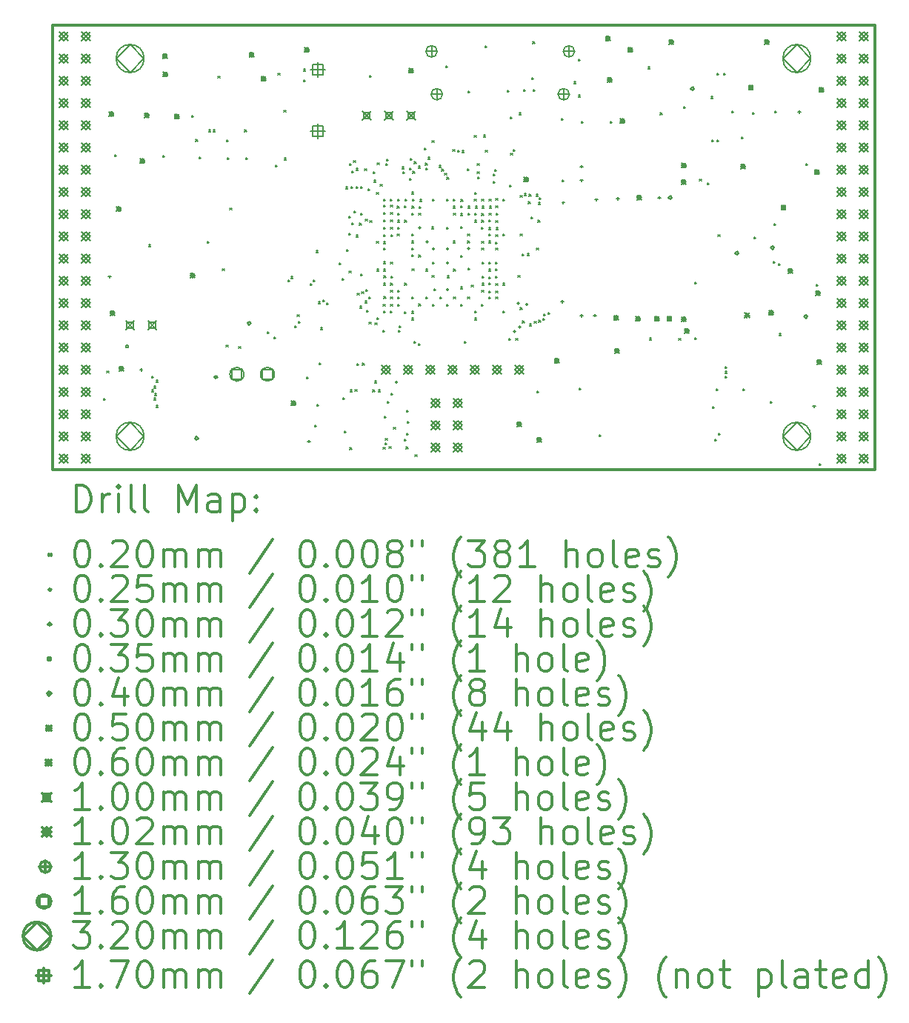
<source format=gbr>
%FSLAX45Y45*%
G04 Gerber Fmt 4.5, Leading zero omitted, Abs format (unit mm)*
G04 Created by KiCad (PCBNEW 5.0.0-rc2+dfsg1-3) date Thu Jul  5 14:42:14 2018*
%MOMM*%
%LPD*%
G01*
G04 APERTURE LIST*
%ADD10C,0.300000*%
%ADD11C,0.200000*%
G04 APERTURE END LIST*
D10*
X9410000Y-6142000D02*
X9410000Y-11222000D01*
X18808000Y-6142000D02*
X9410000Y-6142000D01*
X18808000Y-11222000D02*
X18808000Y-6142000D01*
X9410000Y-11222000D02*
X18808000Y-11222000D01*
D11*
X9998000Y-10410000D02*
X10018000Y-10430000D01*
X10018000Y-10410000D02*
X9998000Y-10430000D01*
X10035000Y-10094400D02*
X10055000Y-10114400D01*
X10055000Y-10094400D02*
X10035000Y-10114400D01*
X10125400Y-7619700D02*
X10145400Y-7639700D01*
X10145400Y-7619700D02*
X10125400Y-7639700D01*
X10514501Y-8649556D02*
X10534501Y-8669556D01*
X10534501Y-8649556D02*
X10514501Y-8669556D01*
X10545314Y-10310867D02*
X10565314Y-10330867D01*
X10565314Y-10310867D02*
X10545314Y-10330867D01*
X10547276Y-10151849D02*
X10567276Y-10171849D01*
X10567276Y-10151849D02*
X10547276Y-10171849D01*
X10574100Y-10266721D02*
X10594100Y-10286721D01*
X10594100Y-10266721D02*
X10574100Y-10286721D01*
X10574777Y-10403885D02*
X10594777Y-10423885D01*
X10594777Y-10403885D02*
X10574777Y-10423885D01*
X10579048Y-10351357D02*
X10599048Y-10371357D01*
X10599048Y-10351357D02*
X10579048Y-10371357D01*
X10597613Y-10199347D02*
X10617613Y-10219347D01*
X10617613Y-10199347D02*
X10597613Y-10219347D01*
X10598875Y-10487404D02*
X10618875Y-10507404D01*
X10618875Y-10487404D02*
X10598875Y-10507404D01*
X10671500Y-7632400D02*
X10691500Y-7652400D01*
X10691500Y-7632400D02*
X10671500Y-7652400D01*
X11001700Y-7175200D02*
X11021700Y-7195200D01*
X11021700Y-7175200D02*
X11001700Y-7195200D01*
X11049908Y-7448938D02*
X11069908Y-7468938D01*
X11069908Y-7448938D02*
X11049908Y-7468938D01*
X11090600Y-7645100D02*
X11110600Y-7665100D01*
X11110600Y-7645100D02*
X11090600Y-7665100D01*
X11179522Y-8615379D02*
X11199522Y-8635379D01*
X11199522Y-8615379D02*
X11179522Y-8635379D01*
X11197485Y-7337442D02*
X11217485Y-7357442D01*
X11217485Y-7337442D02*
X11197485Y-7357442D01*
X11251427Y-7337442D02*
X11271427Y-7357442D01*
X11271427Y-7337442D02*
X11251427Y-7357442D01*
X11305725Y-6724363D02*
X11325725Y-6744363D01*
X11325725Y-6724363D02*
X11305725Y-6744363D01*
X11356061Y-8927572D02*
X11376061Y-8947572D01*
X11376061Y-8927572D02*
X11356061Y-8947572D01*
X11397399Y-9798805D02*
X11417399Y-9818805D01*
X11417399Y-9798805D02*
X11397399Y-9818805D01*
X11400408Y-7451220D02*
X11420408Y-7471220D01*
X11420408Y-7451220D02*
X11400408Y-7471220D01*
X11408100Y-7657800D02*
X11428100Y-7677800D01*
X11428100Y-7657800D02*
X11408100Y-7677800D01*
X11441393Y-8230943D02*
X11461393Y-8250943D01*
X11461393Y-8230943D02*
X11441393Y-8250943D01*
X11541450Y-9816800D02*
X11561450Y-9836800D01*
X11561450Y-9816800D02*
X11541450Y-9836800D01*
X11609800Y-7337442D02*
X11629800Y-7357442D01*
X11629800Y-7337442D02*
X11609800Y-7357442D01*
X11624000Y-7657800D02*
X11644000Y-7677800D01*
X11644000Y-7657800D02*
X11624000Y-7677800D01*
X11869741Y-9643441D02*
X11889741Y-9663441D01*
X11889741Y-9643441D02*
X11869741Y-9663441D01*
X11941500Y-9702500D02*
X11961500Y-9722500D01*
X11961500Y-9702500D02*
X11941500Y-9722500D01*
X11959215Y-7739412D02*
X11979215Y-7759412D01*
X11979215Y-7739412D02*
X11959215Y-7759412D01*
X11990800Y-6690800D02*
X12010800Y-6710800D01*
X12010800Y-6690800D02*
X11990800Y-6710800D01*
X12056498Y-7112736D02*
X12076498Y-7132736D01*
X12076498Y-7112736D02*
X12056498Y-7132736D01*
X12063993Y-7659408D02*
X12083993Y-7679408D01*
X12083993Y-7659408D02*
X12063993Y-7679408D01*
X12106600Y-9054800D02*
X12126600Y-9074800D01*
X12126600Y-9054800D02*
X12106600Y-9074800D01*
X12139415Y-9013562D02*
X12159415Y-9033562D01*
X12159415Y-9013562D02*
X12139415Y-9033562D01*
X12182800Y-9575500D02*
X12202800Y-9595500D01*
X12202800Y-9575500D02*
X12182800Y-9595500D01*
X12210364Y-9448538D02*
X12230364Y-9468538D01*
X12230364Y-9448538D02*
X12210364Y-9468538D01*
X12220900Y-9524700D02*
X12240900Y-9544700D01*
X12240900Y-9524700D02*
X12220900Y-9544700D01*
X12282618Y-6643232D02*
X12302618Y-6663232D01*
X12302618Y-6643232D02*
X12282618Y-6663232D01*
X12284400Y-6768800D02*
X12304400Y-6788800D01*
X12304400Y-6768800D02*
X12284400Y-6788800D01*
X12317388Y-10161592D02*
X12337388Y-10181592D01*
X12337388Y-10161592D02*
X12317388Y-10181592D01*
X12360966Y-9096472D02*
X12380966Y-9116472D01*
X12380966Y-9096472D02*
X12360966Y-9116472D01*
X12391502Y-9053519D02*
X12411502Y-9073519D01*
X12411502Y-9053519D02*
X12391502Y-9073519D01*
X12410242Y-10710764D02*
X12430242Y-10730764D01*
X12430242Y-10710764D02*
X12410242Y-10730764D01*
X12426118Y-8717437D02*
X12446118Y-8737437D01*
X12446118Y-8717437D02*
X12426118Y-8737437D01*
X12426118Y-8717437D02*
X12446118Y-8737437D01*
X12446118Y-8717437D02*
X12426118Y-8737437D01*
X12434879Y-10477573D02*
X12454879Y-10497573D01*
X12454879Y-10477573D02*
X12434879Y-10497573D01*
X12453269Y-9302035D02*
X12473269Y-9322035D01*
X12473269Y-9302035D02*
X12453269Y-9322035D01*
X12460744Y-10002698D02*
X12480744Y-10022698D01*
X12480744Y-10002698D02*
X12460744Y-10022698D01*
X12474902Y-9600287D02*
X12494902Y-9620287D01*
X12494902Y-9600287D02*
X12474902Y-9620287D01*
X12501033Y-9279764D02*
X12521033Y-9299764D01*
X12521033Y-9279764D02*
X12501033Y-9299764D01*
X12542510Y-9313676D02*
X12562510Y-9333676D01*
X12562510Y-9313676D02*
X12542510Y-9333676D01*
X12687018Y-8855931D02*
X12707018Y-8875931D01*
X12707018Y-8855931D02*
X12687018Y-8875931D01*
X12720111Y-9035435D02*
X12740111Y-9055435D01*
X12740111Y-9035435D02*
X12720111Y-9055435D01*
X12731909Y-10397773D02*
X12751909Y-10417773D01*
X12751909Y-10397773D02*
X12731909Y-10417773D01*
X12748660Y-10777504D02*
X12768660Y-10797504D01*
X12768660Y-10777504D02*
X12748660Y-10797504D01*
X12764988Y-7989114D02*
X12784988Y-8009114D01*
X12784988Y-7989114D02*
X12764988Y-8009114D01*
X12771035Y-8708207D02*
X12791035Y-8728207D01*
X12791035Y-8708207D02*
X12771035Y-8728207D01*
X12796207Y-8322888D02*
X12816207Y-8342888D01*
X12816207Y-8322888D02*
X12796207Y-8342888D01*
X12799179Y-8517702D02*
X12819179Y-8537702D01*
X12819179Y-8517702D02*
X12799179Y-8537702D01*
X12803679Y-8951152D02*
X12823679Y-8971152D01*
X12823679Y-8951152D02*
X12803679Y-8971152D01*
X12805201Y-7723267D02*
X12825201Y-7743267D01*
X12825201Y-7723267D02*
X12805201Y-7743267D01*
X12811634Y-10971333D02*
X12831634Y-10991333D01*
X12831634Y-10971333D02*
X12811634Y-10991333D01*
X12814780Y-10310898D02*
X12834780Y-10330898D01*
X12834780Y-10310898D02*
X12814780Y-10330898D01*
X12822879Y-7985310D02*
X12842879Y-8005310D01*
X12842879Y-7985310D02*
X12822879Y-8005310D01*
X12834680Y-7807951D02*
X12854680Y-7827951D01*
X12854680Y-7807951D02*
X12834680Y-7827951D01*
X12835268Y-8401687D02*
X12855268Y-8421687D01*
X12855268Y-8401687D02*
X12835268Y-8421687D01*
X12854493Y-7691566D02*
X12874493Y-7711566D01*
X12874493Y-7691566D02*
X12854493Y-7711566D01*
X12859178Y-8263722D02*
X12879178Y-8283722D01*
X12879178Y-8263722D02*
X12859178Y-8283722D01*
X12870682Y-10308590D02*
X12890682Y-10328590D01*
X12890682Y-10308590D02*
X12870682Y-10328590D01*
X12880857Y-7988548D02*
X12900857Y-8008548D01*
X12900857Y-7988548D02*
X12880857Y-8008548D01*
X12881301Y-8540585D02*
X12901301Y-8560585D01*
X12901301Y-8540585D02*
X12881301Y-8560585D01*
X12886175Y-7777882D02*
X12906175Y-7797882D01*
X12906175Y-7777882D02*
X12886175Y-7797882D01*
X12890520Y-10007480D02*
X12910520Y-10027480D01*
X12910520Y-10007480D02*
X12890520Y-10027480D01*
X12895573Y-9206272D02*
X12915573Y-9226272D01*
X12915573Y-9206272D02*
X12895573Y-9226272D01*
X12920256Y-8405350D02*
X12940256Y-8425350D01*
X12940256Y-8405350D02*
X12920256Y-8425350D01*
X12926203Y-9354578D02*
X12946203Y-9374578D01*
X12946203Y-9354578D02*
X12926203Y-9374578D01*
X12933760Y-7984679D02*
X12953760Y-8004679D01*
X12953760Y-7984679D02*
X12933760Y-8004679D01*
X12934924Y-8983794D02*
X12954924Y-9003794D01*
X12954924Y-8983794D02*
X12934924Y-9003794D01*
X12935809Y-8290406D02*
X12955809Y-8310406D01*
X12955809Y-8290406D02*
X12935809Y-8310406D01*
X12946857Y-9190566D02*
X12966857Y-9210566D01*
X12966857Y-9190566D02*
X12946857Y-9210566D01*
X12956000Y-10005500D02*
X12976000Y-10025500D01*
X12976000Y-10005500D02*
X12956000Y-10025500D01*
X12982095Y-7781082D02*
X13002095Y-7801082D01*
X13002095Y-7781082D02*
X12982095Y-7801082D01*
X12987271Y-9293510D02*
X13007271Y-9313510D01*
X13007271Y-9293510D02*
X12987271Y-9313510D01*
X12989202Y-8359151D02*
X13009202Y-8379151D01*
X13009202Y-8359151D02*
X12989202Y-8379151D01*
X12991955Y-9163298D02*
X13011955Y-9183298D01*
X13011955Y-9163298D02*
X12991955Y-9183298D01*
X13002337Y-9402267D02*
X13022337Y-9422267D01*
X13022337Y-9402267D02*
X13002337Y-9422267D01*
X13017215Y-8013821D02*
X13037215Y-8033821D01*
X13037215Y-8013821D02*
X13017215Y-8033821D01*
X13028454Y-9248473D02*
X13048454Y-9268473D01*
X13048454Y-9248473D02*
X13028454Y-9268473D01*
X13032200Y-9535600D02*
X13052200Y-9555600D01*
X13052200Y-9535600D02*
X13032200Y-9555600D01*
X13033700Y-6718000D02*
X13053700Y-6738000D01*
X13053700Y-6718000D02*
X13033700Y-6738000D01*
X13038793Y-8376986D02*
X13058793Y-8396986D01*
X13058793Y-8376986D02*
X13038793Y-8396986D01*
X13073948Y-10310899D02*
X13093948Y-10330899D01*
X13093948Y-10310899D02*
X13073948Y-10330899D01*
X13077859Y-7815329D02*
X13097859Y-7835329D01*
X13097859Y-7815329D02*
X13077859Y-7835329D01*
X13085264Y-7914901D02*
X13105264Y-7934901D01*
X13105264Y-7914901D02*
X13085264Y-7934901D01*
X13093907Y-10208700D02*
X13113907Y-10228700D01*
X13113907Y-10208700D02*
X13093907Y-10228700D01*
X13098471Y-9546418D02*
X13118471Y-9566418D01*
X13118471Y-9546418D02*
X13098471Y-9566418D01*
X13116430Y-8612711D02*
X13136430Y-8632711D01*
X13136430Y-8612711D02*
X13116430Y-8632711D01*
X13116518Y-8052178D02*
X13136518Y-8072178D01*
X13136518Y-8052178D02*
X13116518Y-8072178D01*
X13117950Y-8930733D02*
X13137950Y-8950733D01*
X13137950Y-8930733D02*
X13117950Y-8950733D01*
X13121616Y-9485914D02*
X13141616Y-9505914D01*
X13141616Y-9485914D02*
X13121616Y-9505914D01*
X13125345Y-7716470D02*
X13145345Y-7736470D01*
X13145345Y-7716470D02*
X13125345Y-7736470D01*
X13135385Y-10310829D02*
X13155385Y-10330829D01*
X13155385Y-10310829D02*
X13135385Y-10330829D01*
X13157757Y-7959799D02*
X13177757Y-7979799D01*
X13177757Y-7959799D02*
X13157757Y-7979799D01*
X13188633Y-9630479D02*
X13208633Y-9650479D01*
X13208633Y-9630479D02*
X13188633Y-9650479D01*
X13192441Y-10966678D02*
X13212441Y-10986678D01*
X13212441Y-10966678D02*
X13192441Y-10986678D01*
X13193199Y-9330000D02*
X13213199Y-9350000D01*
X13213199Y-9330000D02*
X13193199Y-9350000D01*
X13197562Y-8931064D02*
X13217562Y-8951064D01*
X13217562Y-8931064D02*
X13197562Y-8951064D01*
X13197734Y-9090201D02*
X13217734Y-9110201D01*
X13217734Y-9090201D02*
X13197734Y-9110201D01*
X13197902Y-8284734D02*
X13217902Y-8304734D01*
X13217902Y-8284734D02*
X13197902Y-8304734D01*
X13197999Y-8200333D02*
X13217999Y-8220333D01*
X13217999Y-8200333D02*
X13197999Y-8220333D01*
X13198000Y-8690000D02*
X13218000Y-8710000D01*
X13218000Y-8690000D02*
X13198000Y-8710000D01*
X13198000Y-9410000D02*
X13218000Y-9430000D01*
X13218000Y-9410000D02*
X13198000Y-9430000D01*
X13198303Y-8616041D02*
X13218303Y-8636041D01*
X13218303Y-8616041D02*
X13198303Y-8636041D01*
X13198368Y-8369136D02*
X13218368Y-8389136D01*
X13218368Y-8369136D02*
X13198368Y-8389136D01*
X13198405Y-8845827D02*
X13218405Y-8865827D01*
X13218405Y-8845827D02*
X13198405Y-8865827D01*
X13198801Y-8130801D02*
X13218801Y-8150801D01*
X13218801Y-8130801D02*
X13198801Y-8150801D01*
X13198979Y-8537938D02*
X13218979Y-8557938D01*
X13218979Y-8537938D02*
X13198979Y-8557938D01*
X13199289Y-8453537D02*
X13219289Y-8473537D01*
X13219289Y-8453537D02*
X13199289Y-8473537D01*
X13200000Y-9005799D02*
X13220000Y-9025799D01*
X13220000Y-9005799D02*
X13200000Y-9025799D01*
X13201075Y-9242748D02*
X13221075Y-9262748D01*
X13221075Y-9242748D02*
X13201075Y-9262748D01*
X13206286Y-10608587D02*
X13226286Y-10628587D01*
X13226286Y-10608587D02*
X13206286Y-10628587D01*
X13211973Y-10917729D02*
X13231973Y-10937729D01*
X13231973Y-10917729D02*
X13211973Y-10937729D01*
X13218587Y-10865445D02*
X13238587Y-10885445D01*
X13238587Y-10865445D02*
X13218587Y-10885445D01*
X13220903Y-7724256D02*
X13240903Y-7744256D01*
X13240903Y-7724256D02*
X13220903Y-7744256D01*
X13232873Y-7672932D02*
X13252873Y-7692932D01*
X13252873Y-7672932D02*
X13232873Y-7692932D01*
X13236800Y-10440341D02*
X13256800Y-10460341D01*
X13256800Y-10440341D02*
X13236800Y-10460341D01*
X13260800Y-10958000D02*
X13280800Y-10978000D01*
X13280800Y-10958000D02*
X13260800Y-10978000D01*
X13272048Y-8130098D02*
X13292048Y-8150098D01*
X13292048Y-8130098D02*
X13272048Y-8150098D01*
X13274623Y-9409707D02*
X13294623Y-9429707D01*
X13294623Y-9409707D02*
X13274623Y-9429707D01*
X13277261Y-8284735D02*
X13297261Y-8304735D01*
X13297261Y-8284735D02*
X13277261Y-8304735D01*
X13278000Y-8200334D02*
X13298000Y-8220334D01*
X13298000Y-8200334D02*
X13278000Y-8220334D01*
X13278000Y-8850000D02*
X13298000Y-8870000D01*
X13298000Y-8850000D02*
X13278000Y-8870000D01*
X13278000Y-9090000D02*
X13298000Y-9110000D01*
X13298000Y-9090000D02*
X13278000Y-9110000D01*
X13278000Y-9170000D02*
X13298000Y-9190000D01*
X13298000Y-9170000D02*
X13278000Y-9190000D01*
X13278000Y-9250000D02*
X13298000Y-9270000D01*
X13298000Y-9250000D02*
X13278000Y-9270000D01*
X13278000Y-9330000D02*
X13298000Y-9350000D01*
X13298000Y-9330000D02*
X13278000Y-9350000D01*
X13278175Y-8369136D02*
X13298175Y-8389136D01*
X13298175Y-8369136D02*
X13278175Y-8389136D01*
X13278218Y-8453537D02*
X13298218Y-8473537D01*
X13298218Y-8453537D02*
X13278218Y-8473537D01*
X13279688Y-8536938D02*
X13299688Y-8556938D01*
X13299688Y-8536938D02*
X13279688Y-8556938D01*
X13280000Y-9008000D02*
X13300000Y-9028000D01*
X13300000Y-9008000D02*
X13280000Y-9028000D01*
X13282849Y-10350134D02*
X13302849Y-10370134D01*
X13302849Y-10350134D02*
X13282849Y-10370134D01*
X13311600Y-10736500D02*
X13331600Y-10756500D01*
X13331600Y-10736500D02*
X13311600Y-10756500D01*
X13352314Y-8526642D02*
X13372314Y-8546642D01*
X13372314Y-8526642D02*
X13352314Y-8546642D01*
X13354839Y-8209060D02*
X13374839Y-8229060D01*
X13374839Y-8209060D02*
X13354839Y-8229060D01*
X13356449Y-8131468D02*
X13376449Y-8151468D01*
X13376449Y-8131468D02*
X13356449Y-8151468D01*
X13357194Y-8449520D02*
X13377194Y-8469520D01*
X13377194Y-8449520D02*
X13357194Y-8469520D01*
X13358000Y-8290000D02*
X13378000Y-8310000D01*
X13378000Y-8290000D02*
X13358000Y-8310000D01*
X13358000Y-8370000D02*
X13378000Y-8390000D01*
X13378000Y-8370000D02*
X13358000Y-8390000D01*
X13358000Y-9170000D02*
X13378000Y-9190000D01*
X13378000Y-9170000D02*
X13358000Y-9190000D01*
X13358000Y-9250000D02*
X13378000Y-9270000D01*
X13378000Y-9250000D02*
X13358000Y-9270000D01*
X13358548Y-9330230D02*
X13378548Y-9350230D01*
X13378548Y-9330230D02*
X13358548Y-9350230D01*
X13366285Y-9629515D02*
X13386285Y-9649515D01*
X13386285Y-9629515D02*
X13366285Y-9649515D01*
X13375239Y-9577580D02*
X13395239Y-9597580D01*
X13395239Y-9577580D02*
X13375239Y-9597580D01*
X13407730Y-7762109D02*
X13427730Y-7782109D01*
X13427730Y-7762109D02*
X13407730Y-7782109D01*
X13415018Y-7815381D02*
X13435018Y-7835381D01*
X13435018Y-7815381D02*
X13415018Y-7835381D01*
X13433398Y-8208015D02*
X13453398Y-8228015D01*
X13453398Y-8208015D02*
X13433398Y-8228015D01*
X13435582Y-9416717D02*
X13455582Y-9436717D01*
X13455582Y-9416717D02*
X13435582Y-9436717D01*
X13436400Y-10874197D02*
X13456400Y-10894197D01*
X13456400Y-10874197D02*
X13436400Y-10894197D01*
X13438000Y-8370000D02*
X13458000Y-8390000D01*
X13458000Y-8370000D02*
X13438000Y-8390000D01*
X13438000Y-9090000D02*
X13458000Y-9110000D01*
X13458000Y-9090000D02*
X13438000Y-9110000D01*
X13440850Y-8130675D02*
X13460850Y-8150675D01*
X13460850Y-8130675D02*
X13440850Y-8150675D01*
X13453687Y-10961995D02*
X13473687Y-10981995D01*
X13473687Y-10961995D02*
X13453687Y-10981995D01*
X13457587Y-10803159D02*
X13477587Y-10823159D01*
X13477587Y-10803159D02*
X13457587Y-10823159D01*
X13460735Y-10540845D02*
X13480735Y-10560845D01*
X13480735Y-10540845D02*
X13460735Y-10560845D01*
X13465065Y-10671051D02*
X13485065Y-10691051D01*
X13485065Y-10671051D02*
X13465065Y-10691051D01*
X13492132Y-7892495D02*
X13512132Y-7912495D01*
X13512132Y-7892495D02*
X13492132Y-7912495D01*
X13493478Y-7773120D02*
X13513478Y-7793120D01*
X13513478Y-7773120D02*
X13493478Y-7793120D01*
X13502968Y-7663013D02*
X13522968Y-7683013D01*
X13522968Y-7663013D02*
X13502968Y-7683013D01*
X13516300Y-8762700D02*
X13536300Y-8782700D01*
X13536300Y-8762700D02*
X13516300Y-8782700D01*
X13518000Y-8292201D02*
X13538000Y-8312201D01*
X13538000Y-8292201D02*
X13518000Y-8312201D01*
X13518000Y-8530000D02*
X13538000Y-8550000D01*
X13538000Y-8530000D02*
X13518000Y-8550000D01*
X13518000Y-8610000D02*
X13538000Y-8630000D01*
X13538000Y-8610000D02*
X13518000Y-8630000D01*
X13518000Y-8690000D02*
X13538000Y-8710000D01*
X13538000Y-8690000D02*
X13518000Y-8710000D01*
X13518000Y-9250000D02*
X13538000Y-9270000D01*
X13538000Y-9250000D02*
X13518000Y-9270000D01*
X13518128Y-8048312D02*
X13538128Y-8068312D01*
X13538128Y-8048312D02*
X13518128Y-8068312D01*
X13518463Y-9488530D02*
X13538463Y-9508530D01*
X13538463Y-9488530D02*
X13518463Y-9508530D01*
X13518862Y-9412562D02*
X13538862Y-9432562D01*
X13538862Y-9412562D02*
X13518862Y-9432562D01*
X13521538Y-8209385D02*
X13541538Y-8229385D01*
X13541538Y-8209385D02*
X13521538Y-8229385D01*
X13524276Y-8928163D02*
X13544276Y-8948163D01*
X13544276Y-8928163D02*
X13524276Y-8948163D01*
X13525957Y-8129544D02*
X13545957Y-8149544D01*
X13545957Y-8129544D02*
X13525957Y-8149544D01*
X13531439Y-7812965D02*
X13551439Y-7832965D01*
X13551439Y-7812965D02*
X13531439Y-7832965D01*
X13541700Y-9753300D02*
X13561700Y-9773300D01*
X13561700Y-9753300D02*
X13541700Y-9773300D01*
X13548770Y-7704070D02*
X13568770Y-7724070D01*
X13568770Y-7704070D02*
X13548770Y-7724070D01*
X13555656Y-11051071D02*
X13575656Y-11071071D01*
X13575656Y-11051071D02*
X13555656Y-11071071D01*
X13594882Y-7754550D02*
X13614882Y-7774550D01*
X13614882Y-7754550D02*
X13594882Y-7774550D01*
X13595027Y-9781423D02*
X13615027Y-9801423D01*
X13615027Y-9781423D02*
X13595027Y-9801423D01*
X13598000Y-8290000D02*
X13618000Y-8310000D01*
X13618000Y-8290000D02*
X13598000Y-8310000D01*
X13598000Y-8770000D02*
X13618000Y-8790000D01*
X13618000Y-8770000D02*
X13598000Y-8790000D01*
X13599596Y-9326965D02*
X13619596Y-9346965D01*
X13619596Y-9326965D02*
X13599596Y-9346965D01*
X13602455Y-8216004D02*
X13622455Y-8236004D01*
X13622455Y-8216004D02*
X13602455Y-8236004D01*
X13613334Y-8133723D02*
X13633334Y-8153723D01*
X13633334Y-8133723D02*
X13613334Y-8153723D01*
X13664259Y-7547941D02*
X13684259Y-7567941D01*
X13684259Y-7547941D02*
X13664259Y-7567941D01*
X13676320Y-7718760D02*
X13696320Y-7738760D01*
X13696320Y-7718760D02*
X13676320Y-7738760D01*
X13678000Y-8930000D02*
X13698000Y-8950000D01*
X13698000Y-8930000D02*
X13678000Y-8950000D01*
X13678000Y-9250000D02*
X13698000Y-9270000D01*
X13698000Y-9250000D02*
X13678000Y-9270000D01*
X13679461Y-7776107D02*
X13699461Y-7796107D01*
X13699461Y-7776107D02*
X13679461Y-7796107D01*
X13707437Y-7652487D02*
X13727437Y-7672487D01*
X13727437Y-7652487D02*
X13707437Y-7672487D01*
X13745078Y-8447729D02*
X13765078Y-8467729D01*
X13765078Y-8447729D02*
X13745078Y-8467729D01*
X13752489Y-9002290D02*
X13772489Y-9022290D01*
X13772489Y-9002290D02*
X13752489Y-9022290D01*
X13752520Y-7459680D02*
X13772520Y-7479680D01*
X13772520Y-7459680D02*
X13752520Y-7479680D01*
X13758000Y-8130000D02*
X13778000Y-8150000D01*
X13778000Y-8130000D02*
X13758000Y-8150000D01*
X13758000Y-8850000D02*
X13778000Y-8870000D01*
X13778000Y-8850000D02*
X13758000Y-8870000D01*
X13758000Y-9330000D02*
X13778000Y-9350000D01*
X13778000Y-9330000D02*
X13758000Y-9350000D01*
X13770300Y-9156400D02*
X13790300Y-9176400D01*
X13790300Y-9156400D02*
X13770300Y-9176400D01*
X13830592Y-7745154D02*
X13850592Y-7765154D01*
X13850592Y-7745154D02*
X13830592Y-7765154D01*
X13838000Y-9250000D02*
X13858000Y-9270000D01*
X13858000Y-9250000D02*
X13838000Y-9270000D01*
X13862293Y-7788159D02*
X13882293Y-7808159D01*
X13882293Y-7788159D02*
X13862293Y-7808159D01*
X13893994Y-7831909D02*
X13913994Y-7851909D01*
X13913994Y-7831909D02*
X13893994Y-7851909D01*
X13910000Y-6603700D02*
X13930000Y-6623700D01*
X13930000Y-6603700D02*
X13910000Y-6623700D01*
X13917252Y-8451135D02*
X13937252Y-8471135D01*
X13937252Y-8451135D02*
X13917252Y-8471135D01*
X13918000Y-8130000D02*
X13938000Y-8150000D01*
X13938000Y-8130000D02*
X13918000Y-8150000D01*
X13918000Y-9330000D02*
X13938000Y-9350000D01*
X13938000Y-9330000D02*
X13918000Y-9350000D01*
X13921466Y-7881869D02*
X13941466Y-7901869D01*
X13941466Y-7881869D02*
X13921466Y-7901869D01*
X13922232Y-9006404D02*
X13942232Y-9026404D01*
X13942232Y-9006404D02*
X13922232Y-9026404D01*
X13989274Y-7564800D02*
X14009274Y-7584800D01*
X14009274Y-7564800D02*
X13989274Y-7584800D01*
X13991460Y-8609297D02*
X14011460Y-8629297D01*
X14011460Y-8609297D02*
X13991460Y-8629297D01*
X13992898Y-8130000D02*
X14012898Y-8150000D01*
X14012898Y-8130000D02*
X13992898Y-8150000D01*
X13992898Y-8210000D02*
X14012898Y-8230000D01*
X14012898Y-8210000D02*
X13992898Y-8230000D01*
X13996000Y-8292000D02*
X14016000Y-8312000D01*
X14016000Y-8292000D02*
X13996000Y-8312000D01*
X13998000Y-8930000D02*
X14018000Y-8950000D01*
X14018000Y-8930000D02*
X13998000Y-8950000D01*
X13998000Y-9250000D02*
X14018000Y-9270000D01*
X14018000Y-9250000D02*
X13998000Y-9270000D01*
X14041773Y-7569399D02*
X14061773Y-7589399D01*
X14061773Y-7569399D02*
X14041773Y-7589399D01*
X14076133Y-8294127D02*
X14096133Y-8314127D01*
X14096133Y-8294127D02*
X14076133Y-8314127D01*
X14077299Y-8207716D02*
X14097299Y-8227716D01*
X14097299Y-8207716D02*
X14077299Y-8227716D01*
X14077419Y-9133335D02*
X14097419Y-9153335D01*
X14097419Y-9133335D02*
X14077419Y-9153335D01*
X14077693Y-8445254D02*
X14097693Y-8465254D01*
X14097693Y-8445254D02*
X14077693Y-8465254D01*
X14078000Y-9330000D02*
X14098000Y-9350000D01*
X14098000Y-9330000D02*
X14078000Y-9350000D01*
X14079623Y-8771623D02*
X14099623Y-8791623D01*
X14099623Y-8771623D02*
X14079623Y-8791623D01*
X14082264Y-8134744D02*
X14102264Y-8154744D01*
X14102264Y-8134744D02*
X14082264Y-8154744D01*
X14094211Y-7574661D02*
X14114211Y-7594661D01*
X14114211Y-7574661D02*
X14094211Y-7594661D01*
X14118066Y-9754201D02*
X14138066Y-9774201D01*
X14138066Y-9754201D02*
X14118066Y-9774201D01*
X14152481Y-7781450D02*
X14172481Y-7801450D01*
X14172481Y-7781450D02*
X14152481Y-7801450D01*
X14158000Y-8530000D02*
X14178000Y-8550000D01*
X14178000Y-8530000D02*
X14158000Y-8550000D01*
X14158000Y-8610000D02*
X14178000Y-8630000D01*
X14178000Y-8610000D02*
X14158000Y-8630000D01*
X14158000Y-9250000D02*
X14178000Y-9270000D01*
X14178000Y-9250000D02*
X14158000Y-9270000D01*
X14162701Y-8209494D02*
X14182701Y-8229494D01*
X14182701Y-8209494D02*
X14162701Y-8229494D01*
X14162701Y-8289887D02*
X14182701Y-8309887D01*
X14182701Y-8289887D02*
X14162701Y-8309887D01*
X14164000Y-8915099D02*
X14184000Y-8935099D01*
X14184000Y-8915099D02*
X14164000Y-8935099D01*
X14164285Y-6893836D02*
X14184285Y-6913836D01*
X14184285Y-6893836D02*
X14164285Y-6913836D01*
X14200722Y-9110102D02*
X14220722Y-9130102D01*
X14220722Y-9110102D02*
X14200722Y-9130102D01*
X14233699Y-7403800D02*
X14253699Y-7423800D01*
X14253699Y-7403800D02*
X14233699Y-7423800D01*
X14235032Y-8132000D02*
X14255032Y-8152000D01*
X14255032Y-8132000D02*
X14235032Y-8152000D01*
X14236000Y-8052000D02*
X14256000Y-8072000D01*
X14256000Y-8052000D02*
X14236000Y-8072000D01*
X14236000Y-8292000D02*
X14256000Y-8312000D01*
X14256000Y-8292000D02*
X14236000Y-8312000D01*
X14238000Y-8370000D02*
X14258000Y-8390000D01*
X14258000Y-8370000D02*
X14238000Y-8390000D01*
X14238000Y-9410000D02*
X14258000Y-9430000D01*
X14258000Y-9410000D02*
X14238000Y-9430000D01*
X14238000Y-9490000D02*
X14258000Y-9510000D01*
X14258000Y-9490000D02*
X14238000Y-9510000D01*
X14247102Y-8210435D02*
X14267102Y-8230435D01*
X14267102Y-8210435D02*
X14247102Y-8230435D01*
X14268441Y-7818307D02*
X14288441Y-7838307D01*
X14288441Y-7818307D02*
X14268441Y-7838307D01*
X14268583Y-7724192D02*
X14288583Y-7744192D01*
X14288583Y-7724192D02*
X14268583Y-7744192D01*
X14271130Y-7874603D02*
X14291130Y-7894603D01*
X14291130Y-7874603D02*
X14271130Y-7894603D01*
X14316000Y-8452000D02*
X14336000Y-8472000D01*
X14336000Y-8452000D02*
X14316000Y-8472000D01*
X14316969Y-9331491D02*
X14336969Y-9351491D01*
X14336969Y-9331491D02*
X14316969Y-9351491D01*
X14318000Y-8370000D02*
X14338000Y-8390000D01*
X14338000Y-8370000D02*
X14318000Y-8390000D01*
X14318000Y-8690000D02*
X14338000Y-8710000D01*
X14338000Y-8690000D02*
X14318000Y-8710000D01*
X14318000Y-9170000D02*
X14338000Y-9190000D01*
X14338000Y-9170000D02*
X14318000Y-9190000D01*
X14318740Y-8294201D02*
X14338740Y-8314201D01*
X14338740Y-8294201D02*
X14318740Y-8314201D01*
X14319433Y-8127729D02*
X14339433Y-8147729D01*
X14339433Y-8127729D02*
X14319433Y-8147729D01*
X14320000Y-8612000D02*
X14340000Y-8632000D01*
X14340000Y-8612000D02*
X14320000Y-8632000D01*
X14322201Y-8849503D02*
X14342201Y-8869503D01*
X14342201Y-8849503D02*
X14322201Y-8869503D01*
X14322201Y-9010195D02*
X14342201Y-9030195D01*
X14342201Y-9010195D02*
X14322201Y-9030195D01*
X14322201Y-9090066D02*
X14342201Y-9110066D01*
X14342201Y-9090066D02*
X14322201Y-9110066D01*
X14323265Y-8209799D02*
X14343265Y-8229799D01*
X14343265Y-8209799D02*
X14323265Y-8229799D01*
X14341800Y-7397450D02*
X14361800Y-7417450D01*
X14361800Y-7397450D02*
X14341800Y-7417450D01*
X14355067Y-6376252D02*
X14375067Y-6396252D01*
X14375067Y-6376252D02*
X14355067Y-6396252D01*
X14360888Y-7571730D02*
X14380888Y-7591730D01*
X14380888Y-7571730D02*
X14360888Y-7591730D01*
X14396483Y-9177765D02*
X14416483Y-9197765D01*
X14416483Y-9177765D02*
X14396483Y-9197765D01*
X14397624Y-8929530D02*
X14417624Y-8949530D01*
X14417624Y-8929530D02*
X14397624Y-8949530D01*
X14397701Y-9016697D02*
X14417701Y-9036697D01*
X14417701Y-9016697D02*
X14397701Y-9036697D01*
X14398000Y-8610000D02*
X14418000Y-8630000D01*
X14418000Y-8610000D02*
X14398000Y-8630000D01*
X14398000Y-9085650D02*
X14418000Y-9105650D01*
X14418000Y-9085650D02*
X14398000Y-9105650D01*
X14398283Y-8848451D02*
X14418283Y-8868451D01*
X14418283Y-8848451D02*
X14398283Y-8868451D01*
X14400201Y-8529722D02*
X14420201Y-8549722D01*
X14420201Y-8529722D02*
X14400201Y-8549722D01*
X14400319Y-8367799D02*
X14420319Y-8387799D01*
X14420319Y-8367799D02*
X14400319Y-8387799D01*
X14400350Y-8456040D02*
X14420350Y-8476040D01*
X14420350Y-8456040D02*
X14400350Y-8476040D01*
X14401325Y-9248876D02*
X14421325Y-9268876D01*
X14421325Y-9248876D02*
X14401325Y-9268876D01*
X14403141Y-8290000D02*
X14423141Y-8310000D01*
X14423141Y-8290000D02*
X14403141Y-8310000D01*
X14403835Y-8128377D02*
X14423835Y-8148377D01*
X14423835Y-8128377D02*
X14403835Y-8148377D01*
X14407666Y-8210000D02*
X14427666Y-8230000D01*
X14427666Y-8210000D02*
X14407666Y-8230000D01*
X14450634Y-7841735D02*
X14470634Y-7861735D01*
X14470634Y-7841735D02*
X14450634Y-7861735D01*
X14450634Y-7926136D02*
X14470634Y-7946136D01*
X14470634Y-7926136D02*
X14450634Y-7946136D01*
X14469153Y-7792394D02*
X14489153Y-7812394D01*
X14489153Y-7792394D02*
X14469153Y-7812394D01*
X14475676Y-8924990D02*
X14495676Y-8944990D01*
X14495676Y-8924990D02*
X14475676Y-8944990D01*
X14476724Y-9009392D02*
X14496724Y-9029392D01*
X14496724Y-9009392D02*
X14476724Y-9029392D01*
X14477515Y-8619275D02*
X14497515Y-8639275D01*
X14497515Y-8619275D02*
X14477515Y-8639275D01*
X14477765Y-8852201D02*
X14497765Y-8872201D01*
X14497765Y-8852201D02*
X14477765Y-8872201D01*
X14478235Y-9247799D02*
X14498235Y-9267799D01*
X14498235Y-9247799D02*
X14478235Y-9267799D01*
X14478778Y-8123192D02*
X14498778Y-8143192D01*
X14498778Y-8123192D02*
X14478778Y-8143192D01*
X14478812Y-8207593D02*
X14498812Y-8227593D01*
X14498812Y-8207593D02*
X14478812Y-8227593D01*
X14478935Y-8534874D02*
X14498935Y-8554874D01*
X14498935Y-8534874D02*
X14478935Y-8554874D01*
X14479160Y-9178194D02*
X14499160Y-9198194D01*
X14499160Y-9178194D02*
X14479160Y-9198194D01*
X14479432Y-8687756D02*
X14499432Y-8707756D01*
X14499432Y-8687756D02*
X14479432Y-8707756D01*
X14479670Y-8376395D02*
X14499670Y-8396395D01*
X14499670Y-8376395D02*
X14479670Y-8396395D01*
X14480294Y-9093793D02*
X14500294Y-9113793D01*
X14500294Y-9093793D02*
X14480294Y-9113793D01*
X14481241Y-8455796D02*
X14501241Y-8475796D01*
X14501241Y-8455796D02*
X14481241Y-8475796D01*
X14481689Y-8291994D02*
X14501689Y-8311994D01*
X14501689Y-8291994D02*
X14481689Y-8311994D01*
X14557281Y-8529606D02*
X14577281Y-8549606D01*
X14577281Y-8529606D02*
X14557281Y-8549606D01*
X14558000Y-8130512D02*
X14578000Y-8150512D01*
X14578000Y-8130512D02*
X14558000Y-8150512D01*
X14558739Y-9089665D02*
X14578739Y-9109665D01*
X14578739Y-9089665D02*
X14558739Y-9109665D01*
X14559124Y-9406675D02*
X14579124Y-9426675D01*
X14579124Y-9406675D02*
X14559124Y-9426675D01*
X14613342Y-6884608D02*
X14633342Y-6904608D01*
X14633342Y-6884608D02*
X14613342Y-6904608D01*
X14629479Y-9723392D02*
X14649479Y-9743392D01*
X14649479Y-9723392D02*
X14629479Y-9743392D01*
X14638141Y-7971938D02*
X14658141Y-7991938D01*
X14658141Y-7971938D02*
X14638141Y-7991938D01*
X14646600Y-7187900D02*
X14666600Y-7207900D01*
X14666600Y-7187900D02*
X14646600Y-7207900D01*
X14648744Y-7607406D02*
X14668744Y-7627406D01*
X14668744Y-7607406D02*
X14648744Y-7627406D01*
X14680980Y-7560789D02*
X14700980Y-7580789D01*
X14700980Y-7560789D02*
X14680980Y-7580789D01*
X14707598Y-9723392D02*
X14727598Y-9743392D01*
X14727598Y-9723392D02*
X14707598Y-9743392D01*
X14733095Y-9001248D02*
X14753095Y-9021248D01*
X14753095Y-9001248D02*
X14733095Y-9021248D01*
X14748200Y-7143450D02*
X14768200Y-7163450D01*
X14768200Y-7143450D02*
X14748200Y-7163450D01*
X14758739Y-8527409D02*
X14778739Y-8547409D01*
X14778739Y-8527409D02*
X14758739Y-8547409D01*
X14758831Y-8088311D02*
X14778831Y-8108311D01*
X14778831Y-8088311D02*
X14758831Y-8108311D01*
X14760000Y-9372000D02*
X14780000Y-9392000D01*
X14780000Y-9372000D02*
X14760000Y-9392000D01*
X14781079Y-8758342D02*
X14801079Y-8778342D01*
X14801079Y-8758342D02*
X14781079Y-8778342D01*
X14782886Y-9523902D02*
X14802886Y-9543902D01*
X14802886Y-9523902D02*
X14782886Y-9543902D01*
X14799000Y-6876750D02*
X14819000Y-6896750D01*
X14819000Y-6876750D02*
X14799000Y-6896750D01*
X14807525Y-8068155D02*
X14827525Y-8088155D01*
X14827525Y-8068155D02*
X14807525Y-8088155D01*
X14838354Y-8752346D02*
X14858354Y-8772346D01*
X14858354Y-8752346D02*
X14838354Y-8772346D01*
X14851066Y-8160586D02*
X14871066Y-8180586D01*
X14871066Y-8160586D02*
X14851066Y-8180586D01*
X14859611Y-8076185D02*
X14879611Y-8096185D01*
X14879611Y-8076185D02*
X14859611Y-8096185D01*
X14864798Y-9556963D02*
X14884798Y-9576963D01*
X14884798Y-9556963D02*
X14864798Y-9576963D01*
X14882151Y-8334201D02*
X14902151Y-8354201D01*
X14902151Y-8334201D02*
X14882151Y-8354201D01*
X14887900Y-6742997D02*
X14907900Y-6762997D01*
X14907900Y-6742997D02*
X14887900Y-6762997D01*
X14903412Y-6332405D02*
X14923412Y-6352405D01*
X14923412Y-6332405D02*
X14903412Y-6352405D01*
X14906950Y-6876750D02*
X14926950Y-6896750D01*
X14926950Y-6876750D02*
X14906950Y-6896750D01*
X14918439Y-9527799D02*
X14938439Y-9547799D01*
X14938439Y-9527799D02*
X14918439Y-9547799D01*
X14942722Y-8073801D02*
X14962722Y-8093801D01*
X14962722Y-8073801D02*
X14942722Y-8093801D01*
X14945314Y-8688944D02*
X14965314Y-8708944D01*
X14965314Y-8688944D02*
X14945314Y-8708944D01*
X14947728Y-10322085D02*
X14967728Y-10342085D01*
X14967728Y-10322085D02*
X14947728Y-10342085D01*
X14963249Y-8370769D02*
X14983249Y-8390769D01*
X14983249Y-8370769D02*
X14963249Y-8390769D01*
X14968729Y-8167499D02*
X14988729Y-8187499D01*
X14988729Y-8167499D02*
X14968729Y-8187499D01*
X14969589Y-9515108D02*
X14989589Y-9535108D01*
X14989589Y-9515108D02*
X14969589Y-9535108D01*
X14975319Y-8115211D02*
X14995319Y-8135211D01*
X14995319Y-8115211D02*
X14975319Y-8135211D01*
X15017890Y-9494025D02*
X15037890Y-9514025D01*
X15037890Y-9494025D02*
X15017890Y-9514025D01*
X15024597Y-9441753D02*
X15044597Y-9461753D01*
X15044597Y-9441753D02*
X15024597Y-9461753D01*
X15078921Y-9423257D02*
X15098921Y-9443257D01*
X15098921Y-9423257D02*
X15078921Y-9443257D01*
X15230800Y-7206950D02*
X15250800Y-7226950D01*
X15250800Y-7206950D02*
X15230800Y-7226950D01*
X15239707Y-7909347D02*
X15259707Y-7929347D01*
X15259707Y-7909347D02*
X15239707Y-7929347D01*
X15370500Y-6789627D02*
X15390500Y-6809627D01*
X15390500Y-6789627D02*
X15370500Y-6809627D01*
X15421300Y-6527500D02*
X15441300Y-6547500D01*
X15441300Y-6527500D02*
X15421300Y-6547500D01*
X15421300Y-6940250D02*
X15441300Y-6960250D01*
X15441300Y-6940250D02*
X15421300Y-6960250D01*
X15432558Y-10288777D02*
X15452558Y-10308777D01*
X15452558Y-10288777D02*
X15432558Y-10308777D01*
X15459400Y-7238700D02*
X15479400Y-7258700D01*
X15479400Y-7238700D02*
X15459400Y-7258700D01*
X15662600Y-10820100D02*
X15682600Y-10840100D01*
X15682600Y-10820100D02*
X15662600Y-10840100D01*
X15789600Y-7238700D02*
X15809600Y-7258700D01*
X15809600Y-7238700D02*
X15789600Y-7258700D01*
X16217147Y-6618496D02*
X16237147Y-6638496D01*
X16237147Y-6618496D02*
X16217147Y-6638496D01*
X16234100Y-9717000D02*
X16254100Y-9737000D01*
X16254100Y-9717000D02*
X16234100Y-9737000D01*
X16360322Y-7144216D02*
X16380322Y-7164216D01*
X16380322Y-7144216D02*
X16360322Y-7164216D01*
X16570337Y-9724488D02*
X16590337Y-9744488D01*
X16590337Y-9724488D02*
X16570337Y-9744488D01*
X16625348Y-7073546D02*
X16645348Y-7093546D01*
X16645348Y-7073546D02*
X16625348Y-7093546D01*
X16754800Y-9080200D02*
X16774800Y-9100200D01*
X16774800Y-9080200D02*
X16754800Y-9100200D01*
X16754800Y-9715200D02*
X16774800Y-9735200D01*
X16774800Y-9715200D02*
X16754800Y-9735200D01*
X16806644Y-7900804D02*
X16826644Y-7920804D01*
X16826644Y-7900804D02*
X16806644Y-7920804D01*
X16894500Y-7943550D02*
X16914500Y-7963550D01*
X16914500Y-7943550D02*
X16894500Y-7963550D01*
X16941704Y-6958649D02*
X16961704Y-6978649D01*
X16961704Y-6958649D02*
X16941704Y-6978649D01*
X16945300Y-7454600D02*
X16965300Y-7474600D01*
X16965300Y-7454600D02*
X16945300Y-7474600D01*
X16958000Y-10502600D02*
X16978000Y-10522600D01*
X16978000Y-10502600D02*
X16958000Y-10522600D01*
X16983400Y-10870900D02*
X17003400Y-10890900D01*
X17003400Y-10870900D02*
X16983400Y-10890900D01*
X16996100Y-10299400D02*
X17016100Y-10319400D01*
X17016100Y-10299400D02*
X16996100Y-10319400D01*
X17008800Y-6692600D02*
X17028800Y-6712600D01*
X17028800Y-6692600D02*
X17008800Y-6712600D01*
X17008800Y-7454600D02*
X17028800Y-7474600D01*
X17028800Y-7454600D02*
X17008800Y-7474600D01*
X17020954Y-8534153D02*
X17040954Y-8554153D01*
X17040954Y-8534153D02*
X17020954Y-8554153D01*
X17021500Y-10807400D02*
X17041500Y-10827400D01*
X17041500Y-10807400D02*
X17021500Y-10827400D01*
X17085000Y-6692600D02*
X17105000Y-6712600D01*
X17105000Y-6692600D02*
X17085000Y-6712600D01*
X17098912Y-10045982D02*
X17118912Y-10065982D01*
X17118912Y-10045982D02*
X17098912Y-10065982D01*
X17098912Y-10098683D02*
X17118912Y-10118683D01*
X17118912Y-10098683D02*
X17098912Y-10118683D01*
X17098912Y-10155324D02*
X17118912Y-10175324D01*
X17118912Y-10155324D02*
X17098912Y-10175324D01*
X17173900Y-7124400D02*
X17193900Y-7144400D01*
X17193900Y-7124400D02*
X17173900Y-7144400D01*
X17288200Y-7416500D02*
X17308200Y-7436500D01*
X17308200Y-7416500D02*
X17288200Y-7436500D01*
X17300900Y-10299400D02*
X17320900Y-10319400D01*
X17320900Y-10299400D02*
X17300900Y-10319400D01*
X17415200Y-7137100D02*
X17435200Y-7157100D01*
X17435200Y-7137100D02*
X17415200Y-7157100D01*
X17427900Y-8564300D02*
X17447900Y-8584300D01*
X17447900Y-8564300D02*
X17427900Y-8584300D01*
X17618400Y-10439100D02*
X17638400Y-10459100D01*
X17638400Y-10439100D02*
X17618400Y-10459100D01*
X17650543Y-8840716D02*
X17670543Y-8860716D01*
X17670543Y-8840716D02*
X17650543Y-8860716D01*
X17660000Y-8412000D02*
X17680000Y-8432000D01*
X17680000Y-8412000D02*
X17660000Y-8432000D01*
X17669708Y-7124179D02*
X17689708Y-7144179D01*
X17689708Y-7124179D02*
X17669708Y-7144179D01*
X17711107Y-8866403D02*
X17731107Y-8886403D01*
X17731107Y-8866403D02*
X17711107Y-8886403D01*
X17718798Y-9667866D02*
X17738798Y-9687866D01*
X17738798Y-9667866D02*
X17718798Y-9687866D01*
X18024078Y-7721693D02*
X18044078Y-7741693D01*
X18044078Y-7721693D02*
X18024078Y-7741693D01*
X18139100Y-9105600D02*
X18159100Y-9125600D01*
X18159100Y-9105600D02*
X18139100Y-9125600D01*
X18177200Y-11150300D02*
X18197200Y-11170300D01*
X18197200Y-11150300D02*
X18177200Y-11170300D01*
X13357629Y-10223262D02*
G75*
G03X13357629Y-10223262I-12700J0D01*
G01*
X13620700Y-8460000D02*
G75*
G03X13620700Y-8460000I-12700J0D01*
G01*
X13706511Y-8619631D02*
G75*
G03X13706511Y-8619631I-12700J0D01*
G01*
X13780700Y-8700000D02*
G75*
G03X13780700Y-8700000I-12700J0D01*
G01*
X13939164Y-9161521D02*
G75*
G03X13939164Y-9161521I-12700J0D01*
G01*
X13940700Y-8700000D02*
G75*
G03X13940700Y-8700000I-12700J0D01*
G01*
X13940700Y-8860000D02*
G75*
G03X13940700Y-8860000I-12700J0D01*
G01*
X14180298Y-8698652D02*
G75*
G03X14180298Y-8698652I-12700J0D01*
G01*
X14706928Y-9645206D02*
G75*
G03X14706928Y-9645206I-12700J0D01*
G01*
X14747089Y-9321713D02*
G75*
G03X14747089Y-9321713I-12700J0D01*
G01*
X14766147Y-9591326D02*
G75*
G03X14766147Y-9591326I-12700J0D01*
G01*
X14847601Y-9332231D02*
G75*
G03X14847601Y-9332231I-12700J0D01*
G01*
X10065212Y-9001224D02*
X10065212Y-9031224D01*
X10050212Y-9016224D02*
X10080212Y-9016224D01*
X10426000Y-10064000D02*
X10426000Y-10094000D01*
X10411000Y-10079000D02*
X10441000Y-10079000D01*
X12343700Y-10882200D02*
X12343700Y-10912200D01*
X12328700Y-10897200D02*
X12358700Y-10897200D01*
X15240800Y-9284750D02*
X15240800Y-9314750D01*
X15225800Y-9299750D02*
X15255800Y-9299750D01*
X15251012Y-8154523D02*
X15251012Y-8184523D01*
X15236012Y-8169523D02*
X15266012Y-8169523D01*
X15456700Y-7741700D02*
X15456700Y-7771700D01*
X15441700Y-7756700D02*
X15471700Y-7756700D01*
X15456700Y-7900450D02*
X15456700Y-7930450D01*
X15441700Y-7915450D02*
X15471700Y-7915450D01*
X15459390Y-9445795D02*
X15459390Y-9475795D01*
X15444390Y-9460795D02*
X15474390Y-9460795D01*
X15609100Y-9443500D02*
X15609100Y-9473500D01*
X15594100Y-9458500D02*
X15624100Y-9458500D01*
X15626277Y-8119937D02*
X15626277Y-8149937D01*
X15611277Y-8134937D02*
X15641277Y-8134937D01*
X15875800Y-8110000D02*
X15875800Y-8140000D01*
X15860800Y-8125000D02*
X15890800Y-8125000D01*
X16345700Y-8097300D02*
X16345700Y-8127300D01*
X16330700Y-8112300D02*
X16360700Y-8112300D01*
X17945900Y-7119400D02*
X17945900Y-7149400D01*
X17930900Y-7134400D02*
X17960900Y-7134400D01*
X18115592Y-10483071D02*
X18115592Y-10513071D01*
X18100592Y-10498071D02*
X18130592Y-10498071D01*
X10274775Y-9826475D02*
X10274775Y-9801726D01*
X10250026Y-9801726D01*
X10250026Y-9826475D01*
X10274775Y-9826475D01*
X11059391Y-10883646D02*
X11079391Y-10863646D01*
X11059391Y-10843646D01*
X11039391Y-10863646D01*
X11059391Y-10883646D01*
X11278400Y-10183350D02*
X11298400Y-10163350D01*
X11278400Y-10143350D01*
X11258400Y-10163350D01*
X11278400Y-10183350D01*
X11659400Y-9567400D02*
X11679400Y-9547400D01*
X11659400Y-9527400D01*
X11639400Y-9547400D01*
X11659400Y-9567400D01*
X16472700Y-8132300D02*
X16492700Y-8112300D01*
X16472700Y-8092300D01*
X16452700Y-8112300D01*
X16472700Y-8132300D01*
X16726700Y-6887700D02*
X16746700Y-6867700D01*
X16726700Y-6847700D01*
X16706700Y-6867700D01*
X16726700Y-6887700D01*
X17234700Y-8767300D02*
X17254700Y-8747300D01*
X17234700Y-8727300D01*
X17214700Y-8747300D01*
X17234700Y-8767300D01*
X17641100Y-8703800D02*
X17661100Y-8683800D01*
X17641100Y-8663800D01*
X17621100Y-8683800D01*
X17641100Y-8703800D01*
X18022100Y-9491200D02*
X18042100Y-9471200D01*
X18022100Y-9451200D01*
X18002100Y-9471200D01*
X18022100Y-9491200D01*
X10060589Y-7132486D02*
X10110589Y-7182486D01*
X10110589Y-7132486D02*
X10060589Y-7182486D01*
X10110589Y-7157486D02*
G75*
G03X10110589Y-7157486I-25000J0D01*
G01*
X10072300Y-9408100D02*
X10122300Y-9458100D01*
X10122300Y-9408100D02*
X10072300Y-9458100D01*
X10122300Y-9433100D02*
G75*
G03X10122300Y-9433100I-25000J0D01*
G01*
X10145789Y-8217318D02*
X10195789Y-8267318D01*
X10195789Y-8217318D02*
X10145789Y-8267318D01*
X10195789Y-8242318D02*
G75*
G03X10195789Y-8242318I-25000J0D01*
G01*
X10173900Y-10043100D02*
X10223900Y-10093100D01*
X10223900Y-10043100D02*
X10173900Y-10093100D01*
X10223900Y-10068100D02*
G75*
G03X10223900Y-10068100I-25000J0D01*
G01*
X10415200Y-7668200D02*
X10465200Y-7718200D01*
X10465200Y-7668200D02*
X10415200Y-7718200D01*
X10465200Y-7693200D02*
G75*
G03X10465200Y-7693200I-25000J0D01*
G01*
X10466000Y-7147500D02*
X10516000Y-7197500D01*
X10516000Y-7147500D02*
X10466000Y-7197500D01*
X10516000Y-7172500D02*
G75*
G03X10516000Y-7172500I-25000J0D01*
G01*
X10672481Y-6470397D02*
X10722481Y-6520397D01*
X10722481Y-6470397D02*
X10672481Y-6520397D01*
X10722481Y-6495397D02*
G75*
G03X10722481Y-6495397I-25000J0D01*
G01*
X10677149Y-6679363D02*
X10727149Y-6729363D01*
X10727149Y-6679363D02*
X10677149Y-6729363D01*
X10727149Y-6704363D02*
G75*
G03X10727149Y-6704363I-25000J0D01*
G01*
X10808900Y-7160200D02*
X10858900Y-7210200D01*
X10858900Y-7160200D02*
X10808900Y-7210200D01*
X10858900Y-7185200D02*
G75*
G03X10858900Y-7185200I-25000J0D01*
G01*
X10987889Y-8977815D02*
X11037889Y-9027815D01*
X11037889Y-8977815D02*
X10987889Y-9027815D01*
X11037889Y-9002815D02*
G75*
G03X11037889Y-9002815I-25000J0D01*
G01*
X11663050Y-6455294D02*
X11713050Y-6505294D01*
X11713050Y-6455294D02*
X11663050Y-6505294D01*
X11713050Y-6480294D02*
G75*
G03X11713050Y-6480294I-25000J0D01*
G01*
X11799500Y-6728400D02*
X11849500Y-6778400D01*
X11849500Y-6728400D02*
X11799500Y-6778400D01*
X11849500Y-6753400D02*
G75*
G03X11849500Y-6753400I-25000J0D01*
G01*
X12142400Y-10436800D02*
X12192400Y-10486800D01*
X12192400Y-10436800D02*
X12142400Y-10486800D01*
X12192400Y-10461800D02*
G75*
G03X12192400Y-10461800I-25000J0D01*
G01*
X12294800Y-6398200D02*
X12344800Y-6448200D01*
X12344800Y-6398200D02*
X12294800Y-6448200D01*
X12344800Y-6423200D02*
G75*
G03X12344800Y-6423200I-25000J0D01*
G01*
X13485559Y-6636662D02*
X13535559Y-6686662D01*
X13535559Y-6636662D02*
X13485559Y-6686662D01*
X13535559Y-6661662D02*
G75*
G03X13535559Y-6661662I-25000J0D01*
G01*
X14720500Y-10678100D02*
X14770500Y-10728100D01*
X14770500Y-10678100D02*
X14720500Y-10728100D01*
X14770500Y-10703100D02*
G75*
G03X14770500Y-10703100I-25000J0D01*
G01*
X14801839Y-7880002D02*
X14851839Y-7930002D01*
X14851839Y-7880002D02*
X14801839Y-7930002D01*
X14851839Y-7905002D02*
G75*
G03X14851839Y-7905002I-25000J0D01*
G01*
X14949100Y-10855900D02*
X14999100Y-10905900D01*
X14999100Y-10855900D02*
X14949100Y-10905900D01*
X14999100Y-10880900D02*
G75*
G03X14999100Y-10880900I-25000J0D01*
G01*
X15150800Y-9952400D02*
X15200800Y-10002400D01*
X15200800Y-9952400D02*
X15150800Y-10002400D01*
X15200800Y-9977400D02*
G75*
G03X15200800Y-9977400I-25000J0D01*
G01*
X15735000Y-6269400D02*
X15785000Y-6319400D01*
X15785000Y-6269400D02*
X15735000Y-6319400D01*
X15785000Y-6294400D02*
G75*
G03X15785000Y-6294400I-25000J0D01*
G01*
X15755757Y-6741927D02*
X15805757Y-6791927D01*
X15805757Y-6741927D02*
X15755757Y-6791927D01*
X15805757Y-6766927D02*
G75*
G03X15805757Y-6766927I-25000J0D01*
G01*
X15828999Y-9461877D02*
X15878999Y-9511877D01*
X15878999Y-9461877D02*
X15828999Y-9511877D01*
X15878999Y-9486877D02*
G75*
G03X15878999Y-9486877I-25000J0D01*
G01*
X15839500Y-9838500D02*
X15889500Y-9888500D01*
X15889500Y-9838500D02*
X15839500Y-9888500D01*
X15889500Y-9863500D02*
G75*
G03X15889500Y-9863500I-25000J0D01*
G01*
X15901600Y-7211000D02*
X15951600Y-7261000D01*
X15951600Y-7211000D02*
X15901600Y-7261000D01*
X15951600Y-7236000D02*
G75*
G03X15951600Y-7236000I-25000J0D01*
G01*
X15990500Y-6398311D02*
X16040500Y-6448311D01*
X16040500Y-6398311D02*
X15990500Y-6448311D01*
X16040500Y-6423311D02*
G75*
G03X16040500Y-6423311I-25000J0D01*
G01*
X16079400Y-9471600D02*
X16129400Y-9521600D01*
X16129400Y-9471600D02*
X16079400Y-9521600D01*
X16129400Y-9496600D02*
G75*
G03X16129400Y-9496600I-25000J0D01*
G01*
X16092100Y-8087300D02*
X16142100Y-8137300D01*
X16142100Y-8087300D02*
X16092100Y-8137300D01*
X16142100Y-8112300D02*
G75*
G03X16142100Y-8112300I-25000J0D01*
G01*
X16295300Y-9471600D02*
X16345300Y-9521600D01*
X16345300Y-9471600D02*
X16295300Y-9521600D01*
X16345300Y-9496600D02*
G75*
G03X16345300Y-9496600I-25000J0D01*
G01*
X16437573Y-9473247D02*
X16487573Y-9523247D01*
X16487573Y-9473247D02*
X16437573Y-9523247D01*
X16487573Y-9498247D02*
G75*
G03X16487573Y-9498247I-25000J0D01*
G01*
X16460400Y-6309300D02*
X16510400Y-6359300D01*
X16510400Y-6309300D02*
X16460400Y-6359300D01*
X16510400Y-6334300D02*
G75*
G03X16510400Y-6334300I-25000J0D01*
G01*
X16600554Y-7910074D02*
X16650554Y-7960074D01*
X16650554Y-7910074D02*
X16600554Y-7960074D01*
X16650554Y-7935074D02*
G75*
G03X16650554Y-7935074I-25000J0D01*
G01*
X16602543Y-7720953D02*
X16652543Y-7770953D01*
X16652543Y-7720953D02*
X16602543Y-7770953D01*
X16652543Y-7745953D02*
G75*
G03X16652543Y-7745953I-25000J0D01*
G01*
X16603469Y-9477515D02*
X16653469Y-9527515D01*
X16653469Y-9477515D02*
X16603469Y-9527515D01*
X16653469Y-9502515D02*
G75*
G03X16653469Y-9502515I-25000J0D01*
G01*
X16638200Y-9611300D02*
X16688200Y-9661300D01*
X16688200Y-9611300D02*
X16638200Y-9661300D01*
X16688200Y-9636300D02*
G75*
G03X16688200Y-9636300I-25000J0D01*
G01*
X17279550Y-7731700D02*
X17329550Y-7781700D01*
X17329550Y-7731700D02*
X17279550Y-7781700D01*
X17329550Y-7756700D02*
G75*
G03X17329550Y-7756700I-25000J0D01*
G01*
X17368450Y-6830000D02*
X17418450Y-6880000D01*
X17418450Y-6830000D02*
X17368450Y-6880000D01*
X17418450Y-6855000D02*
G75*
G03X17418450Y-6855000I-25000J0D01*
G01*
X17552600Y-6309300D02*
X17602600Y-6359300D01*
X17602600Y-6309300D02*
X17552600Y-6359300D01*
X17602600Y-6334300D02*
G75*
G03X17602600Y-6334300I-25000J0D01*
G01*
X17600494Y-9403846D02*
X17650494Y-9453846D01*
X17650494Y-9403846D02*
X17600494Y-9453846D01*
X17650494Y-9428846D02*
G75*
G03X17650494Y-9428846I-25000J0D01*
G01*
X17740844Y-8203135D02*
X17790844Y-8253135D01*
X17790844Y-8203135D02*
X17740844Y-8253135D01*
X17790844Y-8228135D02*
G75*
G03X17790844Y-8228135I-25000J0D01*
G01*
X17819300Y-8925500D02*
X17869300Y-8975500D01*
X17869300Y-8925500D02*
X17819300Y-8975500D01*
X17869300Y-8950500D02*
G75*
G03X17869300Y-8950500I-25000J0D01*
G01*
X18124100Y-7795200D02*
X18174100Y-7845200D01*
X18174100Y-7795200D02*
X18124100Y-7845200D01*
X18174100Y-7820200D02*
G75*
G03X18174100Y-7820200I-25000J0D01*
G01*
X18136800Y-9179500D02*
X18186800Y-9229500D01*
X18186800Y-9179500D02*
X18136800Y-9229500D01*
X18186800Y-9204500D02*
G75*
G03X18186800Y-9204500I-25000J0D01*
G01*
X18149500Y-9966900D02*
X18199500Y-10016900D01*
X18199500Y-9966900D02*
X18149500Y-10016900D01*
X18199500Y-9991900D02*
G75*
G03X18199500Y-9991900I-25000J0D01*
G01*
X18174900Y-6855400D02*
X18224900Y-6905400D01*
X18224900Y-6855400D02*
X18174900Y-6905400D01*
X18224900Y-6880400D02*
G75*
G03X18224900Y-6880400I-25000J0D01*
G01*
X17319000Y-9428500D02*
X17379000Y-9488500D01*
X17379000Y-9428500D02*
X17319000Y-9488500D01*
X17349000Y-9428500D02*
X17349000Y-9488500D01*
X17319000Y-9458500D02*
X17379000Y-9458500D01*
X10249000Y-9521000D02*
X10349000Y-9621000D01*
X10349000Y-9521000D02*
X10249000Y-9621000D01*
X10334356Y-9606356D02*
X10334356Y-9535644D01*
X10263644Y-9535644D01*
X10263644Y-9606356D01*
X10334356Y-9606356D01*
X10503000Y-9521000D02*
X10603000Y-9621000D01*
X10603000Y-9521000D02*
X10503000Y-9621000D01*
X10588356Y-9606356D02*
X10588356Y-9535644D01*
X10517644Y-9535644D01*
X10517644Y-9606356D01*
X10588356Y-9606356D01*
X12955600Y-7122500D02*
X13055600Y-7222500D01*
X13055600Y-7122500D02*
X12955600Y-7222500D01*
X13040956Y-7207856D02*
X13040956Y-7137144D01*
X12970244Y-7137144D01*
X12970244Y-7207856D01*
X13040956Y-7207856D01*
X13209600Y-7122500D02*
X13309600Y-7222500D01*
X13309600Y-7122500D02*
X13209600Y-7222500D01*
X13294956Y-7207856D02*
X13294956Y-7137144D01*
X13224244Y-7137144D01*
X13224244Y-7207856D01*
X13294956Y-7207856D01*
X13463600Y-7122500D02*
X13563600Y-7222500D01*
X13563600Y-7122500D02*
X13463600Y-7222500D01*
X13548956Y-7207856D02*
X13548956Y-7137144D01*
X13478244Y-7137144D01*
X13478244Y-7207856D01*
X13548956Y-7207856D01*
X18376200Y-6218200D02*
X18477800Y-6319800D01*
X18477800Y-6218200D02*
X18376200Y-6319800D01*
X18427000Y-6319800D02*
X18477800Y-6269000D01*
X18427000Y-6218200D01*
X18376200Y-6269000D01*
X18427000Y-6319800D01*
X18376200Y-6472200D02*
X18477800Y-6573800D01*
X18477800Y-6472200D02*
X18376200Y-6573800D01*
X18427000Y-6573800D02*
X18477800Y-6523000D01*
X18427000Y-6472200D01*
X18376200Y-6523000D01*
X18427000Y-6573800D01*
X18376200Y-6726200D02*
X18477800Y-6827800D01*
X18477800Y-6726200D02*
X18376200Y-6827800D01*
X18427000Y-6827800D02*
X18477800Y-6777000D01*
X18427000Y-6726200D01*
X18376200Y-6777000D01*
X18427000Y-6827800D01*
X18376200Y-6980200D02*
X18477800Y-7081800D01*
X18477800Y-6980200D02*
X18376200Y-7081800D01*
X18427000Y-7081800D02*
X18477800Y-7031000D01*
X18427000Y-6980200D01*
X18376200Y-7031000D01*
X18427000Y-7081800D01*
X18376200Y-7234200D02*
X18477800Y-7335800D01*
X18477800Y-7234200D02*
X18376200Y-7335800D01*
X18427000Y-7335800D02*
X18477800Y-7285000D01*
X18427000Y-7234200D01*
X18376200Y-7285000D01*
X18427000Y-7335800D01*
X18376200Y-7488200D02*
X18477800Y-7589800D01*
X18477800Y-7488200D02*
X18376200Y-7589800D01*
X18427000Y-7589800D02*
X18477800Y-7539000D01*
X18427000Y-7488200D01*
X18376200Y-7539000D01*
X18427000Y-7589800D01*
X18376200Y-7742200D02*
X18477800Y-7843800D01*
X18477800Y-7742200D02*
X18376200Y-7843800D01*
X18427000Y-7843800D02*
X18477800Y-7793000D01*
X18427000Y-7742200D01*
X18376200Y-7793000D01*
X18427000Y-7843800D01*
X18376200Y-7996200D02*
X18477800Y-8097800D01*
X18477800Y-7996200D02*
X18376200Y-8097800D01*
X18427000Y-8097800D02*
X18477800Y-8047000D01*
X18427000Y-7996200D01*
X18376200Y-8047000D01*
X18427000Y-8097800D01*
X18376200Y-8250200D02*
X18477800Y-8351800D01*
X18477800Y-8250200D02*
X18376200Y-8351800D01*
X18427000Y-8351800D02*
X18477800Y-8301000D01*
X18427000Y-8250200D01*
X18376200Y-8301000D01*
X18427000Y-8351800D01*
X18376200Y-8504200D02*
X18477800Y-8605800D01*
X18477800Y-8504200D02*
X18376200Y-8605800D01*
X18427000Y-8605800D02*
X18477800Y-8555000D01*
X18427000Y-8504200D01*
X18376200Y-8555000D01*
X18427000Y-8605800D01*
X18376200Y-8758200D02*
X18477800Y-8859800D01*
X18477800Y-8758200D02*
X18376200Y-8859800D01*
X18427000Y-8859800D02*
X18477800Y-8809000D01*
X18427000Y-8758200D01*
X18376200Y-8809000D01*
X18427000Y-8859800D01*
X18376200Y-9012200D02*
X18477800Y-9113800D01*
X18477800Y-9012200D02*
X18376200Y-9113800D01*
X18427000Y-9113800D02*
X18477800Y-9063000D01*
X18427000Y-9012200D01*
X18376200Y-9063000D01*
X18427000Y-9113800D01*
X18376200Y-9266200D02*
X18477800Y-9367800D01*
X18477800Y-9266200D02*
X18376200Y-9367800D01*
X18427000Y-9367800D02*
X18477800Y-9317000D01*
X18427000Y-9266200D01*
X18376200Y-9317000D01*
X18427000Y-9367800D01*
X18376200Y-9520200D02*
X18477800Y-9621800D01*
X18477800Y-9520200D02*
X18376200Y-9621800D01*
X18427000Y-9621800D02*
X18477800Y-9571000D01*
X18427000Y-9520200D01*
X18376200Y-9571000D01*
X18427000Y-9621800D01*
X18376200Y-9774200D02*
X18477800Y-9875800D01*
X18477800Y-9774200D02*
X18376200Y-9875800D01*
X18427000Y-9875800D02*
X18477800Y-9825000D01*
X18427000Y-9774200D01*
X18376200Y-9825000D01*
X18427000Y-9875800D01*
X18376200Y-10028200D02*
X18477800Y-10129800D01*
X18477800Y-10028200D02*
X18376200Y-10129800D01*
X18427000Y-10129800D02*
X18477800Y-10079000D01*
X18427000Y-10028200D01*
X18376200Y-10079000D01*
X18427000Y-10129800D01*
X18376200Y-10282200D02*
X18477800Y-10383800D01*
X18477800Y-10282200D02*
X18376200Y-10383800D01*
X18427000Y-10383800D02*
X18477800Y-10333000D01*
X18427000Y-10282200D01*
X18376200Y-10333000D01*
X18427000Y-10383800D01*
X18376200Y-10536200D02*
X18477800Y-10637800D01*
X18477800Y-10536200D02*
X18376200Y-10637800D01*
X18427000Y-10637800D02*
X18477800Y-10587000D01*
X18427000Y-10536200D01*
X18376200Y-10587000D01*
X18427000Y-10637800D01*
X18376200Y-10790200D02*
X18477800Y-10891800D01*
X18477800Y-10790200D02*
X18376200Y-10891800D01*
X18427000Y-10891800D02*
X18477800Y-10841000D01*
X18427000Y-10790200D01*
X18376200Y-10841000D01*
X18427000Y-10891800D01*
X18376200Y-11044200D02*
X18477800Y-11145800D01*
X18477800Y-11044200D02*
X18376200Y-11145800D01*
X18427000Y-11145800D02*
X18477800Y-11095000D01*
X18427000Y-11044200D01*
X18376200Y-11095000D01*
X18427000Y-11145800D01*
X18630200Y-6218200D02*
X18731800Y-6319800D01*
X18731800Y-6218200D02*
X18630200Y-6319800D01*
X18681000Y-6319800D02*
X18731800Y-6269000D01*
X18681000Y-6218200D01*
X18630200Y-6269000D01*
X18681000Y-6319800D01*
X18630200Y-6472200D02*
X18731800Y-6573800D01*
X18731800Y-6472200D02*
X18630200Y-6573800D01*
X18681000Y-6573800D02*
X18731800Y-6523000D01*
X18681000Y-6472200D01*
X18630200Y-6523000D01*
X18681000Y-6573800D01*
X18630200Y-6726200D02*
X18731800Y-6827800D01*
X18731800Y-6726200D02*
X18630200Y-6827800D01*
X18681000Y-6827800D02*
X18731800Y-6777000D01*
X18681000Y-6726200D01*
X18630200Y-6777000D01*
X18681000Y-6827800D01*
X18630200Y-6980200D02*
X18731800Y-7081800D01*
X18731800Y-6980200D02*
X18630200Y-7081800D01*
X18681000Y-7081800D02*
X18731800Y-7031000D01*
X18681000Y-6980200D01*
X18630200Y-7031000D01*
X18681000Y-7081800D01*
X18630200Y-7234200D02*
X18731800Y-7335800D01*
X18731800Y-7234200D02*
X18630200Y-7335800D01*
X18681000Y-7335800D02*
X18731800Y-7285000D01*
X18681000Y-7234200D01*
X18630200Y-7285000D01*
X18681000Y-7335800D01*
X18630200Y-7488200D02*
X18731800Y-7589800D01*
X18731800Y-7488200D02*
X18630200Y-7589800D01*
X18681000Y-7589800D02*
X18731800Y-7539000D01*
X18681000Y-7488200D01*
X18630200Y-7539000D01*
X18681000Y-7589800D01*
X18630200Y-7742200D02*
X18731800Y-7843800D01*
X18731800Y-7742200D02*
X18630200Y-7843800D01*
X18681000Y-7843800D02*
X18731800Y-7793000D01*
X18681000Y-7742200D01*
X18630200Y-7793000D01*
X18681000Y-7843800D01*
X18630200Y-7996200D02*
X18731800Y-8097800D01*
X18731800Y-7996200D02*
X18630200Y-8097800D01*
X18681000Y-8097800D02*
X18731800Y-8047000D01*
X18681000Y-7996200D01*
X18630200Y-8047000D01*
X18681000Y-8097800D01*
X18630200Y-8250200D02*
X18731800Y-8351800D01*
X18731800Y-8250200D02*
X18630200Y-8351800D01*
X18681000Y-8351800D02*
X18731800Y-8301000D01*
X18681000Y-8250200D01*
X18630200Y-8301000D01*
X18681000Y-8351800D01*
X18630200Y-8504200D02*
X18731800Y-8605800D01*
X18731800Y-8504200D02*
X18630200Y-8605800D01*
X18681000Y-8605800D02*
X18731800Y-8555000D01*
X18681000Y-8504200D01*
X18630200Y-8555000D01*
X18681000Y-8605800D01*
X18630200Y-8758200D02*
X18731800Y-8859800D01*
X18731800Y-8758200D02*
X18630200Y-8859800D01*
X18681000Y-8859800D02*
X18731800Y-8809000D01*
X18681000Y-8758200D01*
X18630200Y-8809000D01*
X18681000Y-8859800D01*
X18630200Y-9012200D02*
X18731800Y-9113800D01*
X18731800Y-9012200D02*
X18630200Y-9113800D01*
X18681000Y-9113800D02*
X18731800Y-9063000D01*
X18681000Y-9012200D01*
X18630200Y-9063000D01*
X18681000Y-9113800D01*
X18630200Y-9266200D02*
X18731800Y-9367800D01*
X18731800Y-9266200D02*
X18630200Y-9367800D01*
X18681000Y-9367800D02*
X18731800Y-9317000D01*
X18681000Y-9266200D01*
X18630200Y-9317000D01*
X18681000Y-9367800D01*
X18630200Y-9520200D02*
X18731800Y-9621800D01*
X18731800Y-9520200D02*
X18630200Y-9621800D01*
X18681000Y-9621800D02*
X18731800Y-9571000D01*
X18681000Y-9520200D01*
X18630200Y-9571000D01*
X18681000Y-9621800D01*
X18630200Y-9774200D02*
X18731800Y-9875800D01*
X18731800Y-9774200D02*
X18630200Y-9875800D01*
X18681000Y-9875800D02*
X18731800Y-9825000D01*
X18681000Y-9774200D01*
X18630200Y-9825000D01*
X18681000Y-9875800D01*
X18630200Y-10028200D02*
X18731800Y-10129800D01*
X18731800Y-10028200D02*
X18630200Y-10129800D01*
X18681000Y-10129800D02*
X18731800Y-10079000D01*
X18681000Y-10028200D01*
X18630200Y-10079000D01*
X18681000Y-10129800D01*
X18630200Y-10282200D02*
X18731800Y-10383800D01*
X18731800Y-10282200D02*
X18630200Y-10383800D01*
X18681000Y-10383800D02*
X18731800Y-10333000D01*
X18681000Y-10282200D01*
X18630200Y-10333000D01*
X18681000Y-10383800D01*
X18630200Y-10536200D02*
X18731800Y-10637800D01*
X18731800Y-10536200D02*
X18630200Y-10637800D01*
X18681000Y-10637800D02*
X18731800Y-10587000D01*
X18681000Y-10536200D01*
X18630200Y-10587000D01*
X18681000Y-10637800D01*
X18630200Y-10790200D02*
X18731800Y-10891800D01*
X18731800Y-10790200D02*
X18630200Y-10891800D01*
X18681000Y-10891800D02*
X18731800Y-10841000D01*
X18681000Y-10790200D01*
X18630200Y-10841000D01*
X18681000Y-10891800D01*
X18630200Y-11044200D02*
X18731800Y-11145800D01*
X18731800Y-11044200D02*
X18630200Y-11145800D01*
X18681000Y-11145800D02*
X18731800Y-11095000D01*
X18681000Y-11044200D01*
X18630200Y-11095000D01*
X18681000Y-11145800D01*
X13740700Y-10409200D02*
X13842300Y-10510800D01*
X13842300Y-10409200D02*
X13740700Y-10510800D01*
X13791500Y-10510800D02*
X13842300Y-10460000D01*
X13791500Y-10409200D01*
X13740700Y-10460000D01*
X13791500Y-10510800D01*
X13740700Y-10663200D02*
X13842300Y-10764800D01*
X13842300Y-10663200D02*
X13740700Y-10764800D01*
X13791500Y-10764800D02*
X13842300Y-10714000D01*
X13791500Y-10663200D01*
X13740700Y-10714000D01*
X13791500Y-10764800D01*
X13740700Y-10917200D02*
X13842300Y-11018800D01*
X13842300Y-10917200D02*
X13740700Y-11018800D01*
X13791500Y-11018800D02*
X13842300Y-10968000D01*
X13791500Y-10917200D01*
X13740700Y-10968000D01*
X13791500Y-11018800D01*
X13994700Y-10409200D02*
X14096300Y-10510800D01*
X14096300Y-10409200D02*
X13994700Y-10510800D01*
X14045500Y-10510800D02*
X14096300Y-10460000D01*
X14045500Y-10409200D01*
X13994700Y-10460000D01*
X14045500Y-10510800D01*
X13994700Y-10663200D02*
X14096300Y-10764800D01*
X14096300Y-10663200D02*
X13994700Y-10764800D01*
X14045500Y-10764800D02*
X14096300Y-10714000D01*
X14045500Y-10663200D01*
X13994700Y-10714000D01*
X14045500Y-10764800D01*
X13994700Y-10917200D02*
X14096300Y-11018800D01*
X14096300Y-10917200D02*
X13994700Y-11018800D01*
X14045500Y-11018800D02*
X14096300Y-10968000D01*
X14045500Y-10917200D01*
X13994700Y-10968000D01*
X14045500Y-11018800D01*
X9486200Y-6218200D02*
X9587800Y-6319800D01*
X9587800Y-6218200D02*
X9486200Y-6319800D01*
X9537000Y-6319800D02*
X9587800Y-6269000D01*
X9537000Y-6218200D01*
X9486200Y-6269000D01*
X9537000Y-6319800D01*
X9486200Y-6472200D02*
X9587800Y-6573800D01*
X9587800Y-6472200D02*
X9486200Y-6573800D01*
X9537000Y-6573800D02*
X9587800Y-6523000D01*
X9537000Y-6472200D01*
X9486200Y-6523000D01*
X9537000Y-6573800D01*
X9486200Y-6726200D02*
X9587800Y-6827800D01*
X9587800Y-6726200D02*
X9486200Y-6827800D01*
X9537000Y-6827800D02*
X9587800Y-6777000D01*
X9537000Y-6726200D01*
X9486200Y-6777000D01*
X9537000Y-6827800D01*
X9486200Y-6980200D02*
X9587800Y-7081800D01*
X9587800Y-6980200D02*
X9486200Y-7081800D01*
X9537000Y-7081800D02*
X9587800Y-7031000D01*
X9537000Y-6980200D01*
X9486200Y-7031000D01*
X9537000Y-7081800D01*
X9486200Y-7234200D02*
X9587800Y-7335800D01*
X9587800Y-7234200D02*
X9486200Y-7335800D01*
X9537000Y-7335800D02*
X9587800Y-7285000D01*
X9537000Y-7234200D01*
X9486200Y-7285000D01*
X9537000Y-7335800D01*
X9486200Y-7488200D02*
X9587800Y-7589800D01*
X9587800Y-7488200D02*
X9486200Y-7589800D01*
X9537000Y-7589800D02*
X9587800Y-7539000D01*
X9537000Y-7488200D01*
X9486200Y-7539000D01*
X9537000Y-7589800D01*
X9486200Y-7742200D02*
X9587800Y-7843800D01*
X9587800Y-7742200D02*
X9486200Y-7843800D01*
X9537000Y-7843800D02*
X9587800Y-7793000D01*
X9537000Y-7742200D01*
X9486200Y-7793000D01*
X9537000Y-7843800D01*
X9486200Y-7996200D02*
X9587800Y-8097800D01*
X9587800Y-7996200D02*
X9486200Y-8097800D01*
X9537000Y-8097800D02*
X9587800Y-8047000D01*
X9537000Y-7996200D01*
X9486200Y-8047000D01*
X9537000Y-8097800D01*
X9486200Y-8250200D02*
X9587800Y-8351800D01*
X9587800Y-8250200D02*
X9486200Y-8351800D01*
X9537000Y-8351800D02*
X9587800Y-8301000D01*
X9537000Y-8250200D01*
X9486200Y-8301000D01*
X9537000Y-8351800D01*
X9486200Y-8504200D02*
X9587800Y-8605800D01*
X9587800Y-8504200D02*
X9486200Y-8605800D01*
X9537000Y-8605800D02*
X9587800Y-8555000D01*
X9537000Y-8504200D01*
X9486200Y-8555000D01*
X9537000Y-8605800D01*
X9486200Y-8758200D02*
X9587800Y-8859800D01*
X9587800Y-8758200D02*
X9486200Y-8859800D01*
X9537000Y-8859800D02*
X9587800Y-8809000D01*
X9537000Y-8758200D01*
X9486200Y-8809000D01*
X9537000Y-8859800D01*
X9486200Y-9012200D02*
X9587800Y-9113800D01*
X9587800Y-9012200D02*
X9486200Y-9113800D01*
X9537000Y-9113800D02*
X9587800Y-9063000D01*
X9537000Y-9012200D01*
X9486200Y-9063000D01*
X9537000Y-9113800D01*
X9486200Y-9266200D02*
X9587800Y-9367800D01*
X9587800Y-9266200D02*
X9486200Y-9367800D01*
X9537000Y-9367800D02*
X9587800Y-9317000D01*
X9537000Y-9266200D01*
X9486200Y-9317000D01*
X9537000Y-9367800D01*
X9486200Y-9520200D02*
X9587800Y-9621800D01*
X9587800Y-9520200D02*
X9486200Y-9621800D01*
X9537000Y-9621800D02*
X9587800Y-9571000D01*
X9537000Y-9520200D01*
X9486200Y-9571000D01*
X9537000Y-9621800D01*
X9486200Y-9774200D02*
X9587800Y-9875800D01*
X9587800Y-9774200D02*
X9486200Y-9875800D01*
X9537000Y-9875800D02*
X9587800Y-9825000D01*
X9537000Y-9774200D01*
X9486200Y-9825000D01*
X9537000Y-9875800D01*
X9486200Y-10028200D02*
X9587800Y-10129800D01*
X9587800Y-10028200D02*
X9486200Y-10129800D01*
X9537000Y-10129800D02*
X9587800Y-10079000D01*
X9537000Y-10028200D01*
X9486200Y-10079000D01*
X9537000Y-10129800D01*
X9486200Y-10282200D02*
X9587800Y-10383800D01*
X9587800Y-10282200D02*
X9486200Y-10383800D01*
X9537000Y-10383800D02*
X9587800Y-10333000D01*
X9537000Y-10282200D01*
X9486200Y-10333000D01*
X9537000Y-10383800D01*
X9486200Y-10536200D02*
X9587800Y-10637800D01*
X9587800Y-10536200D02*
X9486200Y-10637800D01*
X9537000Y-10637800D02*
X9587800Y-10587000D01*
X9537000Y-10536200D01*
X9486200Y-10587000D01*
X9537000Y-10637800D01*
X9486200Y-10790200D02*
X9587800Y-10891800D01*
X9587800Y-10790200D02*
X9486200Y-10891800D01*
X9537000Y-10891800D02*
X9587800Y-10841000D01*
X9537000Y-10790200D01*
X9486200Y-10841000D01*
X9537000Y-10891800D01*
X9486200Y-11044200D02*
X9587800Y-11145800D01*
X9587800Y-11044200D02*
X9486200Y-11145800D01*
X9537000Y-11145800D02*
X9587800Y-11095000D01*
X9537000Y-11044200D01*
X9486200Y-11095000D01*
X9537000Y-11145800D01*
X9740200Y-6218200D02*
X9841800Y-6319800D01*
X9841800Y-6218200D02*
X9740200Y-6319800D01*
X9791000Y-6319800D02*
X9841800Y-6269000D01*
X9791000Y-6218200D01*
X9740200Y-6269000D01*
X9791000Y-6319800D01*
X9740200Y-6472200D02*
X9841800Y-6573800D01*
X9841800Y-6472200D02*
X9740200Y-6573800D01*
X9791000Y-6573800D02*
X9841800Y-6523000D01*
X9791000Y-6472200D01*
X9740200Y-6523000D01*
X9791000Y-6573800D01*
X9740200Y-6726200D02*
X9841800Y-6827800D01*
X9841800Y-6726200D02*
X9740200Y-6827800D01*
X9791000Y-6827800D02*
X9841800Y-6777000D01*
X9791000Y-6726200D01*
X9740200Y-6777000D01*
X9791000Y-6827800D01*
X9740200Y-6980200D02*
X9841800Y-7081800D01*
X9841800Y-6980200D02*
X9740200Y-7081800D01*
X9791000Y-7081800D02*
X9841800Y-7031000D01*
X9791000Y-6980200D01*
X9740200Y-7031000D01*
X9791000Y-7081800D01*
X9740200Y-7234200D02*
X9841800Y-7335800D01*
X9841800Y-7234200D02*
X9740200Y-7335800D01*
X9791000Y-7335800D02*
X9841800Y-7285000D01*
X9791000Y-7234200D01*
X9740200Y-7285000D01*
X9791000Y-7335800D01*
X9740200Y-7488200D02*
X9841800Y-7589800D01*
X9841800Y-7488200D02*
X9740200Y-7589800D01*
X9791000Y-7589800D02*
X9841800Y-7539000D01*
X9791000Y-7488200D01*
X9740200Y-7539000D01*
X9791000Y-7589800D01*
X9740200Y-7742200D02*
X9841800Y-7843800D01*
X9841800Y-7742200D02*
X9740200Y-7843800D01*
X9791000Y-7843800D02*
X9841800Y-7793000D01*
X9791000Y-7742200D01*
X9740200Y-7793000D01*
X9791000Y-7843800D01*
X9740200Y-7996200D02*
X9841800Y-8097800D01*
X9841800Y-7996200D02*
X9740200Y-8097800D01*
X9791000Y-8097800D02*
X9841800Y-8047000D01*
X9791000Y-7996200D01*
X9740200Y-8047000D01*
X9791000Y-8097800D01*
X9740200Y-8250200D02*
X9841800Y-8351800D01*
X9841800Y-8250200D02*
X9740200Y-8351800D01*
X9791000Y-8351800D02*
X9841800Y-8301000D01*
X9791000Y-8250200D01*
X9740200Y-8301000D01*
X9791000Y-8351800D01*
X9740200Y-8504200D02*
X9841800Y-8605800D01*
X9841800Y-8504200D02*
X9740200Y-8605800D01*
X9791000Y-8605800D02*
X9841800Y-8555000D01*
X9791000Y-8504200D01*
X9740200Y-8555000D01*
X9791000Y-8605800D01*
X9740200Y-8758200D02*
X9841800Y-8859800D01*
X9841800Y-8758200D02*
X9740200Y-8859800D01*
X9791000Y-8859800D02*
X9841800Y-8809000D01*
X9791000Y-8758200D01*
X9740200Y-8809000D01*
X9791000Y-8859800D01*
X9740200Y-9012200D02*
X9841800Y-9113800D01*
X9841800Y-9012200D02*
X9740200Y-9113800D01*
X9791000Y-9113800D02*
X9841800Y-9063000D01*
X9791000Y-9012200D01*
X9740200Y-9063000D01*
X9791000Y-9113800D01*
X9740200Y-9266200D02*
X9841800Y-9367800D01*
X9841800Y-9266200D02*
X9740200Y-9367800D01*
X9791000Y-9367800D02*
X9841800Y-9317000D01*
X9791000Y-9266200D01*
X9740200Y-9317000D01*
X9791000Y-9367800D01*
X9740200Y-9520200D02*
X9841800Y-9621800D01*
X9841800Y-9520200D02*
X9740200Y-9621800D01*
X9791000Y-9621800D02*
X9841800Y-9571000D01*
X9791000Y-9520200D01*
X9740200Y-9571000D01*
X9791000Y-9621800D01*
X9740200Y-9774200D02*
X9841800Y-9875800D01*
X9841800Y-9774200D02*
X9740200Y-9875800D01*
X9791000Y-9875800D02*
X9841800Y-9825000D01*
X9791000Y-9774200D01*
X9740200Y-9825000D01*
X9791000Y-9875800D01*
X9740200Y-10028200D02*
X9841800Y-10129800D01*
X9841800Y-10028200D02*
X9740200Y-10129800D01*
X9791000Y-10129800D02*
X9841800Y-10079000D01*
X9791000Y-10028200D01*
X9740200Y-10079000D01*
X9791000Y-10129800D01*
X9740200Y-10282200D02*
X9841800Y-10383800D01*
X9841800Y-10282200D02*
X9740200Y-10383800D01*
X9791000Y-10383800D02*
X9841800Y-10333000D01*
X9791000Y-10282200D01*
X9740200Y-10333000D01*
X9791000Y-10383800D01*
X9740200Y-10536200D02*
X9841800Y-10637800D01*
X9841800Y-10536200D02*
X9740200Y-10637800D01*
X9791000Y-10637800D02*
X9841800Y-10587000D01*
X9791000Y-10536200D01*
X9740200Y-10587000D01*
X9791000Y-10637800D01*
X9740200Y-10790200D02*
X9841800Y-10891800D01*
X9841800Y-10790200D02*
X9740200Y-10891800D01*
X9791000Y-10891800D02*
X9841800Y-10841000D01*
X9791000Y-10790200D01*
X9740200Y-10841000D01*
X9791000Y-10891800D01*
X9740200Y-11044200D02*
X9841800Y-11145800D01*
X9841800Y-11044200D02*
X9740200Y-11145800D01*
X9791000Y-11145800D02*
X9841800Y-11095000D01*
X9791000Y-11044200D01*
X9740200Y-11095000D01*
X9791000Y-11145800D01*
X13169200Y-10028200D02*
X13270800Y-10129800D01*
X13270800Y-10028200D02*
X13169200Y-10129800D01*
X13220000Y-10129800D02*
X13270800Y-10079000D01*
X13220000Y-10028200D01*
X13169200Y-10079000D01*
X13220000Y-10129800D01*
X13423200Y-10028200D02*
X13524800Y-10129800D01*
X13524800Y-10028200D02*
X13423200Y-10129800D01*
X13474000Y-10129800D02*
X13524800Y-10079000D01*
X13474000Y-10028200D01*
X13423200Y-10079000D01*
X13474000Y-10129800D01*
X13677200Y-10028200D02*
X13778800Y-10129800D01*
X13778800Y-10028200D02*
X13677200Y-10129800D01*
X13728000Y-10129800D02*
X13778800Y-10079000D01*
X13728000Y-10028200D01*
X13677200Y-10079000D01*
X13728000Y-10129800D01*
X13931200Y-10028200D02*
X14032800Y-10129800D01*
X14032800Y-10028200D02*
X13931200Y-10129800D01*
X13982000Y-10129800D02*
X14032800Y-10079000D01*
X13982000Y-10028200D01*
X13931200Y-10079000D01*
X13982000Y-10129800D01*
X14185200Y-10028200D02*
X14286800Y-10129800D01*
X14286800Y-10028200D02*
X14185200Y-10129800D01*
X14236000Y-10129800D02*
X14286800Y-10079000D01*
X14236000Y-10028200D01*
X14185200Y-10079000D01*
X14236000Y-10129800D01*
X14439200Y-10028200D02*
X14540800Y-10129800D01*
X14540800Y-10028200D02*
X14439200Y-10129800D01*
X14490000Y-10129800D02*
X14540800Y-10079000D01*
X14490000Y-10028200D01*
X14439200Y-10079000D01*
X14490000Y-10129800D01*
X14693200Y-10028200D02*
X14794800Y-10129800D01*
X14794800Y-10028200D02*
X14693200Y-10129800D01*
X14744000Y-10129800D02*
X14794800Y-10079000D01*
X14744000Y-10028200D01*
X14693200Y-10079000D01*
X14744000Y-10129800D01*
X13744600Y-6376200D02*
X13744600Y-6506200D01*
X13679600Y-6441200D02*
X13809600Y-6441200D01*
X13809600Y-6441200D02*
G75*
G03X13809600Y-6441200I-65000J0D01*
G01*
X13804600Y-6866200D02*
X13804600Y-6996200D01*
X13739600Y-6931200D02*
X13869600Y-6931200D01*
X13869600Y-6931200D02*
G75*
G03X13869600Y-6931200I-65000J0D01*
G01*
X15254600Y-6866200D02*
X15254600Y-6996200D01*
X15189600Y-6931200D02*
X15319600Y-6931200D01*
X15319600Y-6931200D02*
G75*
G03X15319600Y-6931200I-65000J0D01*
G01*
X15314600Y-6376200D02*
X15314600Y-6506200D01*
X15249600Y-6441200D02*
X15379600Y-6441200D01*
X15379600Y-6441200D02*
G75*
G03X15379600Y-6441200I-65000J0D01*
G01*
X11576269Y-10188169D02*
X11576269Y-10075031D01*
X11463131Y-10075031D01*
X11463131Y-10188169D01*
X11576269Y-10188169D01*
X11599700Y-10131600D02*
G75*
G03X11599700Y-10131600I-80000J0D01*
G01*
X11925519Y-10188169D02*
X11925519Y-10075031D01*
X11812381Y-10075031D01*
X11812381Y-10188169D01*
X11925519Y-10188169D01*
X11948950Y-10131600D02*
G75*
G03X11948950Y-10131600I-80000J0D01*
G01*
X10299000Y-6683000D02*
X10459000Y-6523000D01*
X10299000Y-6363000D01*
X10139000Y-6523000D01*
X10299000Y-6683000D01*
X10459000Y-6523000D02*
G75*
G03X10459000Y-6523000I-160000J0D01*
G01*
X10299000Y-11001000D02*
X10459000Y-10841000D01*
X10299000Y-10681000D01*
X10139000Y-10841000D01*
X10299000Y-11001000D01*
X10459000Y-10841000D02*
G75*
G03X10459000Y-10841000I-160000J0D01*
G01*
X17919000Y-6683000D02*
X18079000Y-6523000D01*
X17919000Y-6363000D01*
X17759000Y-6523000D01*
X17919000Y-6683000D01*
X18079000Y-6523000D02*
G75*
G03X18079000Y-6523000I-160000J0D01*
G01*
X17919000Y-11001000D02*
X18079000Y-10841000D01*
X17919000Y-10681000D01*
X17759000Y-10841000D01*
X17919000Y-11001000D01*
X18079000Y-10841000D02*
G75*
G03X18079000Y-10841000I-160000J0D01*
G01*
X12446800Y-6566800D02*
X12446800Y-6736800D01*
X12361800Y-6651800D02*
X12531800Y-6651800D01*
X12506905Y-6711905D02*
X12506905Y-6591695D01*
X12386695Y-6591695D01*
X12386695Y-6711905D01*
X12506905Y-6711905D01*
X12446800Y-7266800D02*
X12446800Y-7436800D01*
X12361800Y-7351800D02*
X12531800Y-7351800D01*
X12506905Y-7411905D02*
X12506905Y-7291695D01*
X12386695Y-7291695D01*
X12386695Y-7411905D01*
X12506905Y-7411905D01*
D10*
X9681428Y-11702714D02*
X9681428Y-11402714D01*
X9752857Y-11402714D01*
X9795714Y-11417000D01*
X9824286Y-11445571D01*
X9838571Y-11474143D01*
X9852857Y-11531286D01*
X9852857Y-11574143D01*
X9838571Y-11631286D01*
X9824286Y-11659857D01*
X9795714Y-11688429D01*
X9752857Y-11702714D01*
X9681428Y-11702714D01*
X9981428Y-11702714D02*
X9981428Y-11502714D01*
X9981428Y-11559857D02*
X9995714Y-11531286D01*
X10010000Y-11517000D01*
X10038571Y-11502714D01*
X10067143Y-11502714D01*
X10167143Y-11702714D02*
X10167143Y-11502714D01*
X10167143Y-11402714D02*
X10152857Y-11417000D01*
X10167143Y-11431286D01*
X10181428Y-11417000D01*
X10167143Y-11402714D01*
X10167143Y-11431286D01*
X10352857Y-11702714D02*
X10324286Y-11688429D01*
X10310000Y-11659857D01*
X10310000Y-11402714D01*
X10510000Y-11702714D02*
X10481428Y-11688429D01*
X10467143Y-11659857D01*
X10467143Y-11402714D01*
X10852857Y-11702714D02*
X10852857Y-11402714D01*
X10952857Y-11617000D01*
X11052857Y-11402714D01*
X11052857Y-11702714D01*
X11324286Y-11702714D02*
X11324286Y-11545571D01*
X11310000Y-11517000D01*
X11281428Y-11502714D01*
X11224286Y-11502714D01*
X11195714Y-11517000D01*
X11324286Y-11688429D02*
X11295714Y-11702714D01*
X11224286Y-11702714D01*
X11195714Y-11688429D01*
X11181428Y-11659857D01*
X11181428Y-11631286D01*
X11195714Y-11602714D01*
X11224286Y-11588429D01*
X11295714Y-11588429D01*
X11324286Y-11574143D01*
X11467143Y-11502714D02*
X11467143Y-11802714D01*
X11467143Y-11517000D02*
X11495714Y-11502714D01*
X11552857Y-11502714D01*
X11581428Y-11517000D01*
X11595714Y-11531286D01*
X11610000Y-11559857D01*
X11610000Y-11645571D01*
X11595714Y-11674143D01*
X11581428Y-11688429D01*
X11552857Y-11702714D01*
X11495714Y-11702714D01*
X11467143Y-11688429D01*
X11738571Y-11674143D02*
X11752857Y-11688429D01*
X11738571Y-11702714D01*
X11724286Y-11688429D01*
X11738571Y-11674143D01*
X11738571Y-11702714D01*
X11738571Y-11517000D02*
X11752857Y-11531286D01*
X11738571Y-11545571D01*
X11724286Y-11531286D01*
X11738571Y-11517000D01*
X11738571Y-11545571D01*
X9375000Y-12187000D02*
X9395000Y-12207000D01*
X9395000Y-12187000D02*
X9375000Y-12207000D01*
X9738571Y-12032714D02*
X9767143Y-12032714D01*
X9795714Y-12047000D01*
X9810000Y-12061286D01*
X9824286Y-12089857D01*
X9838571Y-12147000D01*
X9838571Y-12218429D01*
X9824286Y-12275571D01*
X9810000Y-12304143D01*
X9795714Y-12318429D01*
X9767143Y-12332714D01*
X9738571Y-12332714D01*
X9710000Y-12318429D01*
X9695714Y-12304143D01*
X9681428Y-12275571D01*
X9667143Y-12218429D01*
X9667143Y-12147000D01*
X9681428Y-12089857D01*
X9695714Y-12061286D01*
X9710000Y-12047000D01*
X9738571Y-12032714D01*
X9967143Y-12304143D02*
X9981428Y-12318429D01*
X9967143Y-12332714D01*
X9952857Y-12318429D01*
X9967143Y-12304143D01*
X9967143Y-12332714D01*
X10095714Y-12061286D02*
X10110000Y-12047000D01*
X10138571Y-12032714D01*
X10210000Y-12032714D01*
X10238571Y-12047000D01*
X10252857Y-12061286D01*
X10267143Y-12089857D01*
X10267143Y-12118429D01*
X10252857Y-12161286D01*
X10081428Y-12332714D01*
X10267143Y-12332714D01*
X10452857Y-12032714D02*
X10481428Y-12032714D01*
X10510000Y-12047000D01*
X10524286Y-12061286D01*
X10538571Y-12089857D01*
X10552857Y-12147000D01*
X10552857Y-12218429D01*
X10538571Y-12275571D01*
X10524286Y-12304143D01*
X10510000Y-12318429D01*
X10481428Y-12332714D01*
X10452857Y-12332714D01*
X10424286Y-12318429D01*
X10410000Y-12304143D01*
X10395714Y-12275571D01*
X10381428Y-12218429D01*
X10381428Y-12147000D01*
X10395714Y-12089857D01*
X10410000Y-12061286D01*
X10424286Y-12047000D01*
X10452857Y-12032714D01*
X10681428Y-12332714D02*
X10681428Y-12132714D01*
X10681428Y-12161286D02*
X10695714Y-12147000D01*
X10724286Y-12132714D01*
X10767143Y-12132714D01*
X10795714Y-12147000D01*
X10810000Y-12175571D01*
X10810000Y-12332714D01*
X10810000Y-12175571D02*
X10824286Y-12147000D01*
X10852857Y-12132714D01*
X10895714Y-12132714D01*
X10924286Y-12147000D01*
X10938571Y-12175571D01*
X10938571Y-12332714D01*
X11081428Y-12332714D02*
X11081428Y-12132714D01*
X11081428Y-12161286D02*
X11095714Y-12147000D01*
X11124286Y-12132714D01*
X11167143Y-12132714D01*
X11195714Y-12147000D01*
X11210000Y-12175571D01*
X11210000Y-12332714D01*
X11210000Y-12175571D02*
X11224286Y-12147000D01*
X11252857Y-12132714D01*
X11295714Y-12132714D01*
X11324286Y-12147000D01*
X11338571Y-12175571D01*
X11338571Y-12332714D01*
X11924286Y-12018429D02*
X11667143Y-12404143D01*
X12310000Y-12032714D02*
X12338571Y-12032714D01*
X12367143Y-12047000D01*
X12381428Y-12061286D01*
X12395714Y-12089857D01*
X12410000Y-12147000D01*
X12410000Y-12218429D01*
X12395714Y-12275571D01*
X12381428Y-12304143D01*
X12367143Y-12318429D01*
X12338571Y-12332714D01*
X12310000Y-12332714D01*
X12281428Y-12318429D01*
X12267143Y-12304143D01*
X12252857Y-12275571D01*
X12238571Y-12218429D01*
X12238571Y-12147000D01*
X12252857Y-12089857D01*
X12267143Y-12061286D01*
X12281428Y-12047000D01*
X12310000Y-12032714D01*
X12538571Y-12304143D02*
X12552857Y-12318429D01*
X12538571Y-12332714D01*
X12524286Y-12318429D01*
X12538571Y-12304143D01*
X12538571Y-12332714D01*
X12738571Y-12032714D02*
X12767143Y-12032714D01*
X12795714Y-12047000D01*
X12810000Y-12061286D01*
X12824286Y-12089857D01*
X12838571Y-12147000D01*
X12838571Y-12218429D01*
X12824286Y-12275571D01*
X12810000Y-12304143D01*
X12795714Y-12318429D01*
X12767143Y-12332714D01*
X12738571Y-12332714D01*
X12710000Y-12318429D01*
X12695714Y-12304143D01*
X12681428Y-12275571D01*
X12667143Y-12218429D01*
X12667143Y-12147000D01*
X12681428Y-12089857D01*
X12695714Y-12061286D01*
X12710000Y-12047000D01*
X12738571Y-12032714D01*
X13024286Y-12032714D02*
X13052857Y-12032714D01*
X13081428Y-12047000D01*
X13095714Y-12061286D01*
X13110000Y-12089857D01*
X13124286Y-12147000D01*
X13124286Y-12218429D01*
X13110000Y-12275571D01*
X13095714Y-12304143D01*
X13081428Y-12318429D01*
X13052857Y-12332714D01*
X13024286Y-12332714D01*
X12995714Y-12318429D01*
X12981428Y-12304143D01*
X12967143Y-12275571D01*
X12952857Y-12218429D01*
X12952857Y-12147000D01*
X12967143Y-12089857D01*
X12981428Y-12061286D01*
X12995714Y-12047000D01*
X13024286Y-12032714D01*
X13295714Y-12161286D02*
X13267143Y-12147000D01*
X13252857Y-12132714D01*
X13238571Y-12104143D01*
X13238571Y-12089857D01*
X13252857Y-12061286D01*
X13267143Y-12047000D01*
X13295714Y-12032714D01*
X13352857Y-12032714D01*
X13381428Y-12047000D01*
X13395714Y-12061286D01*
X13410000Y-12089857D01*
X13410000Y-12104143D01*
X13395714Y-12132714D01*
X13381428Y-12147000D01*
X13352857Y-12161286D01*
X13295714Y-12161286D01*
X13267143Y-12175571D01*
X13252857Y-12189857D01*
X13238571Y-12218429D01*
X13238571Y-12275571D01*
X13252857Y-12304143D01*
X13267143Y-12318429D01*
X13295714Y-12332714D01*
X13352857Y-12332714D01*
X13381428Y-12318429D01*
X13395714Y-12304143D01*
X13410000Y-12275571D01*
X13410000Y-12218429D01*
X13395714Y-12189857D01*
X13381428Y-12175571D01*
X13352857Y-12161286D01*
X13524286Y-12032714D02*
X13524286Y-12089857D01*
X13638571Y-12032714D02*
X13638571Y-12089857D01*
X14081428Y-12447000D02*
X14067143Y-12432714D01*
X14038571Y-12389857D01*
X14024286Y-12361286D01*
X14010000Y-12318429D01*
X13995714Y-12247000D01*
X13995714Y-12189857D01*
X14010000Y-12118429D01*
X14024286Y-12075571D01*
X14038571Y-12047000D01*
X14067143Y-12004143D01*
X14081428Y-11989857D01*
X14167143Y-12032714D02*
X14352857Y-12032714D01*
X14252857Y-12147000D01*
X14295714Y-12147000D01*
X14324286Y-12161286D01*
X14338571Y-12175571D01*
X14352857Y-12204143D01*
X14352857Y-12275571D01*
X14338571Y-12304143D01*
X14324286Y-12318429D01*
X14295714Y-12332714D01*
X14210000Y-12332714D01*
X14181428Y-12318429D01*
X14167143Y-12304143D01*
X14524286Y-12161286D02*
X14495714Y-12147000D01*
X14481428Y-12132714D01*
X14467143Y-12104143D01*
X14467143Y-12089857D01*
X14481428Y-12061286D01*
X14495714Y-12047000D01*
X14524286Y-12032714D01*
X14581428Y-12032714D01*
X14610000Y-12047000D01*
X14624286Y-12061286D01*
X14638571Y-12089857D01*
X14638571Y-12104143D01*
X14624286Y-12132714D01*
X14610000Y-12147000D01*
X14581428Y-12161286D01*
X14524286Y-12161286D01*
X14495714Y-12175571D01*
X14481428Y-12189857D01*
X14467143Y-12218429D01*
X14467143Y-12275571D01*
X14481428Y-12304143D01*
X14495714Y-12318429D01*
X14524286Y-12332714D01*
X14581428Y-12332714D01*
X14610000Y-12318429D01*
X14624286Y-12304143D01*
X14638571Y-12275571D01*
X14638571Y-12218429D01*
X14624286Y-12189857D01*
X14610000Y-12175571D01*
X14581428Y-12161286D01*
X14924286Y-12332714D02*
X14752857Y-12332714D01*
X14838571Y-12332714D02*
X14838571Y-12032714D01*
X14810000Y-12075571D01*
X14781428Y-12104143D01*
X14752857Y-12118429D01*
X15281428Y-12332714D02*
X15281428Y-12032714D01*
X15410000Y-12332714D02*
X15410000Y-12175571D01*
X15395714Y-12147000D01*
X15367143Y-12132714D01*
X15324286Y-12132714D01*
X15295714Y-12147000D01*
X15281428Y-12161286D01*
X15595714Y-12332714D02*
X15567143Y-12318429D01*
X15552857Y-12304143D01*
X15538571Y-12275571D01*
X15538571Y-12189857D01*
X15552857Y-12161286D01*
X15567143Y-12147000D01*
X15595714Y-12132714D01*
X15638571Y-12132714D01*
X15667143Y-12147000D01*
X15681428Y-12161286D01*
X15695714Y-12189857D01*
X15695714Y-12275571D01*
X15681428Y-12304143D01*
X15667143Y-12318429D01*
X15638571Y-12332714D01*
X15595714Y-12332714D01*
X15867143Y-12332714D02*
X15838571Y-12318429D01*
X15824286Y-12289857D01*
X15824286Y-12032714D01*
X16095714Y-12318429D02*
X16067143Y-12332714D01*
X16010000Y-12332714D01*
X15981428Y-12318429D01*
X15967143Y-12289857D01*
X15967143Y-12175571D01*
X15981428Y-12147000D01*
X16010000Y-12132714D01*
X16067143Y-12132714D01*
X16095714Y-12147000D01*
X16110000Y-12175571D01*
X16110000Y-12204143D01*
X15967143Y-12232714D01*
X16224286Y-12318429D02*
X16252857Y-12332714D01*
X16310000Y-12332714D01*
X16338571Y-12318429D01*
X16352857Y-12289857D01*
X16352857Y-12275571D01*
X16338571Y-12247000D01*
X16310000Y-12232714D01*
X16267143Y-12232714D01*
X16238571Y-12218429D01*
X16224286Y-12189857D01*
X16224286Y-12175571D01*
X16238571Y-12147000D01*
X16267143Y-12132714D01*
X16310000Y-12132714D01*
X16338571Y-12147000D01*
X16452857Y-12447000D02*
X16467143Y-12432714D01*
X16495714Y-12389857D01*
X16510000Y-12361286D01*
X16524286Y-12318429D01*
X16538571Y-12247000D01*
X16538571Y-12189857D01*
X16524286Y-12118429D01*
X16510000Y-12075571D01*
X16495714Y-12047000D01*
X16467143Y-12004143D01*
X16452857Y-11989857D01*
X9395000Y-12593000D02*
G75*
G03X9395000Y-12593000I-12700J0D01*
G01*
X9738571Y-12428714D02*
X9767143Y-12428714D01*
X9795714Y-12443000D01*
X9810000Y-12457286D01*
X9824286Y-12485857D01*
X9838571Y-12543000D01*
X9838571Y-12614429D01*
X9824286Y-12671571D01*
X9810000Y-12700143D01*
X9795714Y-12714429D01*
X9767143Y-12728714D01*
X9738571Y-12728714D01*
X9710000Y-12714429D01*
X9695714Y-12700143D01*
X9681428Y-12671571D01*
X9667143Y-12614429D01*
X9667143Y-12543000D01*
X9681428Y-12485857D01*
X9695714Y-12457286D01*
X9710000Y-12443000D01*
X9738571Y-12428714D01*
X9967143Y-12700143D02*
X9981428Y-12714429D01*
X9967143Y-12728714D01*
X9952857Y-12714429D01*
X9967143Y-12700143D01*
X9967143Y-12728714D01*
X10095714Y-12457286D02*
X10110000Y-12443000D01*
X10138571Y-12428714D01*
X10210000Y-12428714D01*
X10238571Y-12443000D01*
X10252857Y-12457286D01*
X10267143Y-12485857D01*
X10267143Y-12514429D01*
X10252857Y-12557286D01*
X10081428Y-12728714D01*
X10267143Y-12728714D01*
X10538571Y-12428714D02*
X10395714Y-12428714D01*
X10381428Y-12571571D01*
X10395714Y-12557286D01*
X10424286Y-12543000D01*
X10495714Y-12543000D01*
X10524286Y-12557286D01*
X10538571Y-12571571D01*
X10552857Y-12600143D01*
X10552857Y-12671571D01*
X10538571Y-12700143D01*
X10524286Y-12714429D01*
X10495714Y-12728714D01*
X10424286Y-12728714D01*
X10395714Y-12714429D01*
X10381428Y-12700143D01*
X10681428Y-12728714D02*
X10681428Y-12528714D01*
X10681428Y-12557286D02*
X10695714Y-12543000D01*
X10724286Y-12528714D01*
X10767143Y-12528714D01*
X10795714Y-12543000D01*
X10810000Y-12571571D01*
X10810000Y-12728714D01*
X10810000Y-12571571D02*
X10824286Y-12543000D01*
X10852857Y-12528714D01*
X10895714Y-12528714D01*
X10924286Y-12543000D01*
X10938571Y-12571571D01*
X10938571Y-12728714D01*
X11081428Y-12728714D02*
X11081428Y-12528714D01*
X11081428Y-12557286D02*
X11095714Y-12543000D01*
X11124286Y-12528714D01*
X11167143Y-12528714D01*
X11195714Y-12543000D01*
X11210000Y-12571571D01*
X11210000Y-12728714D01*
X11210000Y-12571571D02*
X11224286Y-12543000D01*
X11252857Y-12528714D01*
X11295714Y-12528714D01*
X11324286Y-12543000D01*
X11338571Y-12571571D01*
X11338571Y-12728714D01*
X11924286Y-12414429D02*
X11667143Y-12800143D01*
X12310000Y-12428714D02*
X12338571Y-12428714D01*
X12367143Y-12443000D01*
X12381428Y-12457286D01*
X12395714Y-12485857D01*
X12410000Y-12543000D01*
X12410000Y-12614429D01*
X12395714Y-12671571D01*
X12381428Y-12700143D01*
X12367143Y-12714429D01*
X12338571Y-12728714D01*
X12310000Y-12728714D01*
X12281428Y-12714429D01*
X12267143Y-12700143D01*
X12252857Y-12671571D01*
X12238571Y-12614429D01*
X12238571Y-12543000D01*
X12252857Y-12485857D01*
X12267143Y-12457286D01*
X12281428Y-12443000D01*
X12310000Y-12428714D01*
X12538571Y-12700143D02*
X12552857Y-12714429D01*
X12538571Y-12728714D01*
X12524286Y-12714429D01*
X12538571Y-12700143D01*
X12538571Y-12728714D01*
X12738571Y-12428714D02*
X12767143Y-12428714D01*
X12795714Y-12443000D01*
X12810000Y-12457286D01*
X12824286Y-12485857D01*
X12838571Y-12543000D01*
X12838571Y-12614429D01*
X12824286Y-12671571D01*
X12810000Y-12700143D01*
X12795714Y-12714429D01*
X12767143Y-12728714D01*
X12738571Y-12728714D01*
X12710000Y-12714429D01*
X12695714Y-12700143D01*
X12681428Y-12671571D01*
X12667143Y-12614429D01*
X12667143Y-12543000D01*
X12681428Y-12485857D01*
X12695714Y-12457286D01*
X12710000Y-12443000D01*
X12738571Y-12428714D01*
X13124286Y-12728714D02*
X12952857Y-12728714D01*
X13038571Y-12728714D02*
X13038571Y-12428714D01*
X13010000Y-12471571D01*
X12981428Y-12500143D01*
X12952857Y-12514429D01*
X13310000Y-12428714D02*
X13338571Y-12428714D01*
X13367143Y-12443000D01*
X13381428Y-12457286D01*
X13395714Y-12485857D01*
X13410000Y-12543000D01*
X13410000Y-12614429D01*
X13395714Y-12671571D01*
X13381428Y-12700143D01*
X13367143Y-12714429D01*
X13338571Y-12728714D01*
X13310000Y-12728714D01*
X13281428Y-12714429D01*
X13267143Y-12700143D01*
X13252857Y-12671571D01*
X13238571Y-12614429D01*
X13238571Y-12543000D01*
X13252857Y-12485857D01*
X13267143Y-12457286D01*
X13281428Y-12443000D01*
X13310000Y-12428714D01*
X13524286Y-12428714D02*
X13524286Y-12485857D01*
X13638571Y-12428714D02*
X13638571Y-12485857D01*
X14081428Y-12843000D02*
X14067143Y-12828714D01*
X14038571Y-12785857D01*
X14024286Y-12757286D01*
X14010000Y-12714429D01*
X13995714Y-12643000D01*
X13995714Y-12585857D01*
X14010000Y-12514429D01*
X14024286Y-12471571D01*
X14038571Y-12443000D01*
X14067143Y-12400143D01*
X14081428Y-12385857D01*
X14352857Y-12728714D02*
X14181428Y-12728714D01*
X14267143Y-12728714D02*
X14267143Y-12428714D01*
X14238571Y-12471571D01*
X14210000Y-12500143D01*
X14181428Y-12514429D01*
X14467143Y-12457286D02*
X14481428Y-12443000D01*
X14510000Y-12428714D01*
X14581428Y-12428714D01*
X14610000Y-12443000D01*
X14624286Y-12457286D01*
X14638571Y-12485857D01*
X14638571Y-12514429D01*
X14624286Y-12557286D01*
X14452857Y-12728714D01*
X14638571Y-12728714D01*
X14995714Y-12728714D02*
X14995714Y-12428714D01*
X15124286Y-12728714D02*
X15124286Y-12571571D01*
X15110000Y-12543000D01*
X15081428Y-12528714D01*
X15038571Y-12528714D01*
X15010000Y-12543000D01*
X14995714Y-12557286D01*
X15310000Y-12728714D02*
X15281428Y-12714429D01*
X15267143Y-12700143D01*
X15252857Y-12671571D01*
X15252857Y-12585857D01*
X15267143Y-12557286D01*
X15281428Y-12543000D01*
X15310000Y-12528714D01*
X15352857Y-12528714D01*
X15381428Y-12543000D01*
X15395714Y-12557286D01*
X15410000Y-12585857D01*
X15410000Y-12671571D01*
X15395714Y-12700143D01*
X15381428Y-12714429D01*
X15352857Y-12728714D01*
X15310000Y-12728714D01*
X15581428Y-12728714D02*
X15552857Y-12714429D01*
X15538571Y-12685857D01*
X15538571Y-12428714D01*
X15810000Y-12714429D02*
X15781428Y-12728714D01*
X15724286Y-12728714D01*
X15695714Y-12714429D01*
X15681428Y-12685857D01*
X15681428Y-12571571D01*
X15695714Y-12543000D01*
X15724286Y-12528714D01*
X15781428Y-12528714D01*
X15810000Y-12543000D01*
X15824286Y-12571571D01*
X15824286Y-12600143D01*
X15681428Y-12628714D01*
X15938571Y-12714429D02*
X15967143Y-12728714D01*
X16024286Y-12728714D01*
X16052857Y-12714429D01*
X16067143Y-12685857D01*
X16067143Y-12671571D01*
X16052857Y-12643000D01*
X16024286Y-12628714D01*
X15981428Y-12628714D01*
X15952857Y-12614429D01*
X15938571Y-12585857D01*
X15938571Y-12571571D01*
X15952857Y-12543000D01*
X15981428Y-12528714D01*
X16024286Y-12528714D01*
X16052857Y-12543000D01*
X16167143Y-12843000D02*
X16181428Y-12828714D01*
X16210000Y-12785857D01*
X16224286Y-12757286D01*
X16238571Y-12714429D01*
X16252857Y-12643000D01*
X16252857Y-12585857D01*
X16238571Y-12514429D01*
X16224286Y-12471571D01*
X16210000Y-12443000D01*
X16181428Y-12400143D01*
X16167143Y-12385857D01*
X9380000Y-12974000D02*
X9380000Y-13004000D01*
X9365000Y-12989000D02*
X9395000Y-12989000D01*
X9738571Y-12824714D02*
X9767143Y-12824714D01*
X9795714Y-12839000D01*
X9810000Y-12853286D01*
X9824286Y-12881857D01*
X9838571Y-12939000D01*
X9838571Y-13010429D01*
X9824286Y-13067571D01*
X9810000Y-13096143D01*
X9795714Y-13110429D01*
X9767143Y-13124714D01*
X9738571Y-13124714D01*
X9710000Y-13110429D01*
X9695714Y-13096143D01*
X9681428Y-13067571D01*
X9667143Y-13010429D01*
X9667143Y-12939000D01*
X9681428Y-12881857D01*
X9695714Y-12853286D01*
X9710000Y-12839000D01*
X9738571Y-12824714D01*
X9967143Y-13096143D02*
X9981428Y-13110429D01*
X9967143Y-13124714D01*
X9952857Y-13110429D01*
X9967143Y-13096143D01*
X9967143Y-13124714D01*
X10081428Y-12824714D02*
X10267143Y-12824714D01*
X10167143Y-12939000D01*
X10210000Y-12939000D01*
X10238571Y-12953286D01*
X10252857Y-12967571D01*
X10267143Y-12996143D01*
X10267143Y-13067571D01*
X10252857Y-13096143D01*
X10238571Y-13110429D01*
X10210000Y-13124714D01*
X10124286Y-13124714D01*
X10095714Y-13110429D01*
X10081428Y-13096143D01*
X10452857Y-12824714D02*
X10481428Y-12824714D01*
X10510000Y-12839000D01*
X10524286Y-12853286D01*
X10538571Y-12881857D01*
X10552857Y-12939000D01*
X10552857Y-13010429D01*
X10538571Y-13067571D01*
X10524286Y-13096143D01*
X10510000Y-13110429D01*
X10481428Y-13124714D01*
X10452857Y-13124714D01*
X10424286Y-13110429D01*
X10410000Y-13096143D01*
X10395714Y-13067571D01*
X10381428Y-13010429D01*
X10381428Y-12939000D01*
X10395714Y-12881857D01*
X10410000Y-12853286D01*
X10424286Y-12839000D01*
X10452857Y-12824714D01*
X10681428Y-13124714D02*
X10681428Y-12924714D01*
X10681428Y-12953286D02*
X10695714Y-12939000D01*
X10724286Y-12924714D01*
X10767143Y-12924714D01*
X10795714Y-12939000D01*
X10810000Y-12967571D01*
X10810000Y-13124714D01*
X10810000Y-12967571D02*
X10824286Y-12939000D01*
X10852857Y-12924714D01*
X10895714Y-12924714D01*
X10924286Y-12939000D01*
X10938571Y-12967571D01*
X10938571Y-13124714D01*
X11081428Y-13124714D02*
X11081428Y-12924714D01*
X11081428Y-12953286D02*
X11095714Y-12939000D01*
X11124286Y-12924714D01*
X11167143Y-12924714D01*
X11195714Y-12939000D01*
X11210000Y-12967571D01*
X11210000Y-13124714D01*
X11210000Y-12967571D02*
X11224286Y-12939000D01*
X11252857Y-12924714D01*
X11295714Y-12924714D01*
X11324286Y-12939000D01*
X11338571Y-12967571D01*
X11338571Y-13124714D01*
X11924286Y-12810429D02*
X11667143Y-13196143D01*
X12310000Y-12824714D02*
X12338571Y-12824714D01*
X12367143Y-12839000D01*
X12381428Y-12853286D01*
X12395714Y-12881857D01*
X12410000Y-12939000D01*
X12410000Y-13010429D01*
X12395714Y-13067571D01*
X12381428Y-13096143D01*
X12367143Y-13110429D01*
X12338571Y-13124714D01*
X12310000Y-13124714D01*
X12281428Y-13110429D01*
X12267143Y-13096143D01*
X12252857Y-13067571D01*
X12238571Y-13010429D01*
X12238571Y-12939000D01*
X12252857Y-12881857D01*
X12267143Y-12853286D01*
X12281428Y-12839000D01*
X12310000Y-12824714D01*
X12538571Y-13096143D02*
X12552857Y-13110429D01*
X12538571Y-13124714D01*
X12524286Y-13110429D01*
X12538571Y-13096143D01*
X12538571Y-13124714D01*
X12738571Y-12824714D02*
X12767143Y-12824714D01*
X12795714Y-12839000D01*
X12810000Y-12853286D01*
X12824286Y-12881857D01*
X12838571Y-12939000D01*
X12838571Y-13010429D01*
X12824286Y-13067571D01*
X12810000Y-13096143D01*
X12795714Y-13110429D01*
X12767143Y-13124714D01*
X12738571Y-13124714D01*
X12710000Y-13110429D01*
X12695714Y-13096143D01*
X12681428Y-13067571D01*
X12667143Y-13010429D01*
X12667143Y-12939000D01*
X12681428Y-12881857D01*
X12695714Y-12853286D01*
X12710000Y-12839000D01*
X12738571Y-12824714D01*
X13124286Y-13124714D02*
X12952857Y-13124714D01*
X13038571Y-13124714D02*
X13038571Y-12824714D01*
X13010000Y-12867571D01*
X12981428Y-12896143D01*
X12952857Y-12910429D01*
X13238571Y-12853286D02*
X13252857Y-12839000D01*
X13281428Y-12824714D01*
X13352857Y-12824714D01*
X13381428Y-12839000D01*
X13395714Y-12853286D01*
X13410000Y-12881857D01*
X13410000Y-12910429D01*
X13395714Y-12953286D01*
X13224286Y-13124714D01*
X13410000Y-13124714D01*
X13524286Y-12824714D02*
X13524286Y-12881857D01*
X13638571Y-12824714D02*
X13638571Y-12881857D01*
X14081428Y-13239000D02*
X14067143Y-13224714D01*
X14038571Y-13181857D01*
X14024286Y-13153286D01*
X14010000Y-13110429D01*
X13995714Y-13039000D01*
X13995714Y-12981857D01*
X14010000Y-12910429D01*
X14024286Y-12867571D01*
X14038571Y-12839000D01*
X14067143Y-12796143D01*
X14081428Y-12781857D01*
X14352857Y-13124714D02*
X14181428Y-13124714D01*
X14267143Y-13124714D02*
X14267143Y-12824714D01*
X14238571Y-12867571D01*
X14210000Y-12896143D01*
X14181428Y-12910429D01*
X14610000Y-12924714D02*
X14610000Y-13124714D01*
X14538571Y-12810429D02*
X14467143Y-13024714D01*
X14652857Y-13024714D01*
X14995714Y-13124714D02*
X14995714Y-12824714D01*
X15124286Y-13124714D02*
X15124286Y-12967571D01*
X15110000Y-12939000D01*
X15081428Y-12924714D01*
X15038571Y-12924714D01*
X15010000Y-12939000D01*
X14995714Y-12953286D01*
X15310000Y-13124714D02*
X15281428Y-13110429D01*
X15267143Y-13096143D01*
X15252857Y-13067571D01*
X15252857Y-12981857D01*
X15267143Y-12953286D01*
X15281428Y-12939000D01*
X15310000Y-12924714D01*
X15352857Y-12924714D01*
X15381428Y-12939000D01*
X15395714Y-12953286D01*
X15410000Y-12981857D01*
X15410000Y-13067571D01*
X15395714Y-13096143D01*
X15381428Y-13110429D01*
X15352857Y-13124714D01*
X15310000Y-13124714D01*
X15581428Y-13124714D02*
X15552857Y-13110429D01*
X15538571Y-13081857D01*
X15538571Y-12824714D01*
X15810000Y-13110429D02*
X15781428Y-13124714D01*
X15724286Y-13124714D01*
X15695714Y-13110429D01*
X15681428Y-13081857D01*
X15681428Y-12967571D01*
X15695714Y-12939000D01*
X15724286Y-12924714D01*
X15781428Y-12924714D01*
X15810000Y-12939000D01*
X15824286Y-12967571D01*
X15824286Y-12996143D01*
X15681428Y-13024714D01*
X15938571Y-13110429D02*
X15967143Y-13124714D01*
X16024286Y-13124714D01*
X16052857Y-13110429D01*
X16067143Y-13081857D01*
X16067143Y-13067571D01*
X16052857Y-13039000D01*
X16024286Y-13024714D01*
X15981428Y-13024714D01*
X15952857Y-13010429D01*
X15938571Y-12981857D01*
X15938571Y-12967571D01*
X15952857Y-12939000D01*
X15981428Y-12924714D01*
X16024286Y-12924714D01*
X16052857Y-12939000D01*
X16167143Y-13239000D02*
X16181428Y-13224714D01*
X16210000Y-13181857D01*
X16224286Y-13153286D01*
X16238571Y-13110429D01*
X16252857Y-13039000D01*
X16252857Y-12981857D01*
X16238571Y-12910429D01*
X16224286Y-12867571D01*
X16210000Y-12839000D01*
X16181428Y-12796143D01*
X16167143Y-12781857D01*
X9389874Y-13397375D02*
X9389874Y-13372626D01*
X9365125Y-13372626D01*
X9365125Y-13397375D01*
X9389874Y-13397375D01*
X9738571Y-13220714D02*
X9767143Y-13220714D01*
X9795714Y-13235000D01*
X9810000Y-13249286D01*
X9824286Y-13277857D01*
X9838571Y-13335000D01*
X9838571Y-13406429D01*
X9824286Y-13463571D01*
X9810000Y-13492143D01*
X9795714Y-13506429D01*
X9767143Y-13520714D01*
X9738571Y-13520714D01*
X9710000Y-13506429D01*
X9695714Y-13492143D01*
X9681428Y-13463571D01*
X9667143Y-13406429D01*
X9667143Y-13335000D01*
X9681428Y-13277857D01*
X9695714Y-13249286D01*
X9710000Y-13235000D01*
X9738571Y-13220714D01*
X9967143Y-13492143D02*
X9981428Y-13506429D01*
X9967143Y-13520714D01*
X9952857Y-13506429D01*
X9967143Y-13492143D01*
X9967143Y-13520714D01*
X10081428Y-13220714D02*
X10267143Y-13220714D01*
X10167143Y-13335000D01*
X10210000Y-13335000D01*
X10238571Y-13349286D01*
X10252857Y-13363571D01*
X10267143Y-13392143D01*
X10267143Y-13463571D01*
X10252857Y-13492143D01*
X10238571Y-13506429D01*
X10210000Y-13520714D01*
X10124286Y-13520714D01*
X10095714Y-13506429D01*
X10081428Y-13492143D01*
X10538571Y-13220714D02*
X10395714Y-13220714D01*
X10381428Y-13363571D01*
X10395714Y-13349286D01*
X10424286Y-13335000D01*
X10495714Y-13335000D01*
X10524286Y-13349286D01*
X10538571Y-13363571D01*
X10552857Y-13392143D01*
X10552857Y-13463571D01*
X10538571Y-13492143D01*
X10524286Y-13506429D01*
X10495714Y-13520714D01*
X10424286Y-13520714D01*
X10395714Y-13506429D01*
X10381428Y-13492143D01*
X10681428Y-13520714D02*
X10681428Y-13320714D01*
X10681428Y-13349286D02*
X10695714Y-13335000D01*
X10724286Y-13320714D01*
X10767143Y-13320714D01*
X10795714Y-13335000D01*
X10810000Y-13363571D01*
X10810000Y-13520714D01*
X10810000Y-13363571D02*
X10824286Y-13335000D01*
X10852857Y-13320714D01*
X10895714Y-13320714D01*
X10924286Y-13335000D01*
X10938571Y-13363571D01*
X10938571Y-13520714D01*
X11081428Y-13520714D02*
X11081428Y-13320714D01*
X11081428Y-13349286D02*
X11095714Y-13335000D01*
X11124286Y-13320714D01*
X11167143Y-13320714D01*
X11195714Y-13335000D01*
X11210000Y-13363571D01*
X11210000Y-13520714D01*
X11210000Y-13363571D02*
X11224286Y-13335000D01*
X11252857Y-13320714D01*
X11295714Y-13320714D01*
X11324286Y-13335000D01*
X11338571Y-13363571D01*
X11338571Y-13520714D01*
X11924286Y-13206429D02*
X11667143Y-13592143D01*
X12310000Y-13220714D02*
X12338571Y-13220714D01*
X12367143Y-13235000D01*
X12381428Y-13249286D01*
X12395714Y-13277857D01*
X12410000Y-13335000D01*
X12410000Y-13406429D01*
X12395714Y-13463571D01*
X12381428Y-13492143D01*
X12367143Y-13506429D01*
X12338571Y-13520714D01*
X12310000Y-13520714D01*
X12281428Y-13506429D01*
X12267143Y-13492143D01*
X12252857Y-13463571D01*
X12238571Y-13406429D01*
X12238571Y-13335000D01*
X12252857Y-13277857D01*
X12267143Y-13249286D01*
X12281428Y-13235000D01*
X12310000Y-13220714D01*
X12538571Y-13492143D02*
X12552857Y-13506429D01*
X12538571Y-13520714D01*
X12524286Y-13506429D01*
X12538571Y-13492143D01*
X12538571Y-13520714D01*
X12738571Y-13220714D02*
X12767143Y-13220714D01*
X12795714Y-13235000D01*
X12810000Y-13249286D01*
X12824286Y-13277857D01*
X12838571Y-13335000D01*
X12838571Y-13406429D01*
X12824286Y-13463571D01*
X12810000Y-13492143D01*
X12795714Y-13506429D01*
X12767143Y-13520714D01*
X12738571Y-13520714D01*
X12710000Y-13506429D01*
X12695714Y-13492143D01*
X12681428Y-13463571D01*
X12667143Y-13406429D01*
X12667143Y-13335000D01*
X12681428Y-13277857D01*
X12695714Y-13249286D01*
X12710000Y-13235000D01*
X12738571Y-13220714D01*
X13124286Y-13520714D02*
X12952857Y-13520714D01*
X13038571Y-13520714D02*
X13038571Y-13220714D01*
X13010000Y-13263571D01*
X12981428Y-13292143D01*
X12952857Y-13306429D01*
X13381428Y-13320714D02*
X13381428Y-13520714D01*
X13310000Y-13206429D02*
X13238571Y-13420714D01*
X13424286Y-13420714D01*
X13524286Y-13220714D02*
X13524286Y-13277857D01*
X13638571Y-13220714D02*
X13638571Y-13277857D01*
X14081428Y-13635000D02*
X14067143Y-13620714D01*
X14038571Y-13577857D01*
X14024286Y-13549286D01*
X14010000Y-13506429D01*
X13995714Y-13435000D01*
X13995714Y-13377857D01*
X14010000Y-13306429D01*
X14024286Y-13263571D01*
X14038571Y-13235000D01*
X14067143Y-13192143D01*
X14081428Y-13177857D01*
X14352857Y-13520714D02*
X14181428Y-13520714D01*
X14267143Y-13520714D02*
X14267143Y-13220714D01*
X14238571Y-13263571D01*
X14210000Y-13292143D01*
X14181428Y-13306429D01*
X14710000Y-13520714D02*
X14710000Y-13220714D01*
X14838571Y-13520714D02*
X14838571Y-13363571D01*
X14824286Y-13335000D01*
X14795714Y-13320714D01*
X14752857Y-13320714D01*
X14724286Y-13335000D01*
X14710000Y-13349286D01*
X15024286Y-13520714D02*
X14995714Y-13506429D01*
X14981428Y-13492143D01*
X14967143Y-13463571D01*
X14967143Y-13377857D01*
X14981428Y-13349286D01*
X14995714Y-13335000D01*
X15024286Y-13320714D01*
X15067143Y-13320714D01*
X15095714Y-13335000D01*
X15110000Y-13349286D01*
X15124286Y-13377857D01*
X15124286Y-13463571D01*
X15110000Y-13492143D01*
X15095714Y-13506429D01*
X15067143Y-13520714D01*
X15024286Y-13520714D01*
X15295714Y-13520714D02*
X15267143Y-13506429D01*
X15252857Y-13477857D01*
X15252857Y-13220714D01*
X15524286Y-13506429D02*
X15495714Y-13520714D01*
X15438571Y-13520714D01*
X15410000Y-13506429D01*
X15395714Y-13477857D01*
X15395714Y-13363571D01*
X15410000Y-13335000D01*
X15438571Y-13320714D01*
X15495714Y-13320714D01*
X15524286Y-13335000D01*
X15538571Y-13363571D01*
X15538571Y-13392143D01*
X15395714Y-13420714D01*
X15638571Y-13635000D02*
X15652857Y-13620714D01*
X15681428Y-13577857D01*
X15695714Y-13549286D01*
X15710000Y-13506429D01*
X15724286Y-13435000D01*
X15724286Y-13377857D01*
X15710000Y-13306429D01*
X15695714Y-13263571D01*
X15681428Y-13235000D01*
X15652857Y-13192143D01*
X15638571Y-13177857D01*
X9375000Y-13801000D02*
X9395000Y-13781000D01*
X9375000Y-13761000D01*
X9355000Y-13781000D01*
X9375000Y-13801000D01*
X9738571Y-13616714D02*
X9767143Y-13616714D01*
X9795714Y-13631000D01*
X9810000Y-13645286D01*
X9824286Y-13673857D01*
X9838571Y-13731000D01*
X9838571Y-13802429D01*
X9824286Y-13859571D01*
X9810000Y-13888143D01*
X9795714Y-13902429D01*
X9767143Y-13916714D01*
X9738571Y-13916714D01*
X9710000Y-13902429D01*
X9695714Y-13888143D01*
X9681428Y-13859571D01*
X9667143Y-13802429D01*
X9667143Y-13731000D01*
X9681428Y-13673857D01*
X9695714Y-13645286D01*
X9710000Y-13631000D01*
X9738571Y-13616714D01*
X9967143Y-13888143D02*
X9981428Y-13902429D01*
X9967143Y-13916714D01*
X9952857Y-13902429D01*
X9967143Y-13888143D01*
X9967143Y-13916714D01*
X10238571Y-13716714D02*
X10238571Y-13916714D01*
X10167143Y-13602429D02*
X10095714Y-13816714D01*
X10281428Y-13816714D01*
X10452857Y-13616714D02*
X10481428Y-13616714D01*
X10510000Y-13631000D01*
X10524286Y-13645286D01*
X10538571Y-13673857D01*
X10552857Y-13731000D01*
X10552857Y-13802429D01*
X10538571Y-13859571D01*
X10524286Y-13888143D01*
X10510000Y-13902429D01*
X10481428Y-13916714D01*
X10452857Y-13916714D01*
X10424286Y-13902429D01*
X10410000Y-13888143D01*
X10395714Y-13859571D01*
X10381428Y-13802429D01*
X10381428Y-13731000D01*
X10395714Y-13673857D01*
X10410000Y-13645286D01*
X10424286Y-13631000D01*
X10452857Y-13616714D01*
X10681428Y-13916714D02*
X10681428Y-13716714D01*
X10681428Y-13745286D02*
X10695714Y-13731000D01*
X10724286Y-13716714D01*
X10767143Y-13716714D01*
X10795714Y-13731000D01*
X10810000Y-13759571D01*
X10810000Y-13916714D01*
X10810000Y-13759571D02*
X10824286Y-13731000D01*
X10852857Y-13716714D01*
X10895714Y-13716714D01*
X10924286Y-13731000D01*
X10938571Y-13759571D01*
X10938571Y-13916714D01*
X11081428Y-13916714D02*
X11081428Y-13716714D01*
X11081428Y-13745286D02*
X11095714Y-13731000D01*
X11124286Y-13716714D01*
X11167143Y-13716714D01*
X11195714Y-13731000D01*
X11210000Y-13759571D01*
X11210000Y-13916714D01*
X11210000Y-13759571D02*
X11224286Y-13731000D01*
X11252857Y-13716714D01*
X11295714Y-13716714D01*
X11324286Y-13731000D01*
X11338571Y-13759571D01*
X11338571Y-13916714D01*
X11924286Y-13602429D02*
X11667143Y-13988143D01*
X12310000Y-13616714D02*
X12338571Y-13616714D01*
X12367143Y-13631000D01*
X12381428Y-13645286D01*
X12395714Y-13673857D01*
X12410000Y-13731000D01*
X12410000Y-13802429D01*
X12395714Y-13859571D01*
X12381428Y-13888143D01*
X12367143Y-13902429D01*
X12338571Y-13916714D01*
X12310000Y-13916714D01*
X12281428Y-13902429D01*
X12267143Y-13888143D01*
X12252857Y-13859571D01*
X12238571Y-13802429D01*
X12238571Y-13731000D01*
X12252857Y-13673857D01*
X12267143Y-13645286D01*
X12281428Y-13631000D01*
X12310000Y-13616714D01*
X12538571Y-13888143D02*
X12552857Y-13902429D01*
X12538571Y-13916714D01*
X12524286Y-13902429D01*
X12538571Y-13888143D01*
X12538571Y-13916714D01*
X12738571Y-13616714D02*
X12767143Y-13616714D01*
X12795714Y-13631000D01*
X12810000Y-13645286D01*
X12824286Y-13673857D01*
X12838571Y-13731000D01*
X12838571Y-13802429D01*
X12824286Y-13859571D01*
X12810000Y-13888143D01*
X12795714Y-13902429D01*
X12767143Y-13916714D01*
X12738571Y-13916714D01*
X12710000Y-13902429D01*
X12695714Y-13888143D01*
X12681428Y-13859571D01*
X12667143Y-13802429D01*
X12667143Y-13731000D01*
X12681428Y-13673857D01*
X12695714Y-13645286D01*
X12710000Y-13631000D01*
X12738571Y-13616714D01*
X13124286Y-13916714D02*
X12952857Y-13916714D01*
X13038571Y-13916714D02*
X13038571Y-13616714D01*
X13010000Y-13659571D01*
X12981428Y-13688143D01*
X12952857Y-13702429D01*
X13381428Y-13616714D02*
X13324286Y-13616714D01*
X13295714Y-13631000D01*
X13281428Y-13645286D01*
X13252857Y-13688143D01*
X13238571Y-13745286D01*
X13238571Y-13859571D01*
X13252857Y-13888143D01*
X13267143Y-13902429D01*
X13295714Y-13916714D01*
X13352857Y-13916714D01*
X13381428Y-13902429D01*
X13395714Y-13888143D01*
X13410000Y-13859571D01*
X13410000Y-13788143D01*
X13395714Y-13759571D01*
X13381428Y-13745286D01*
X13352857Y-13731000D01*
X13295714Y-13731000D01*
X13267143Y-13745286D01*
X13252857Y-13759571D01*
X13238571Y-13788143D01*
X13524286Y-13616714D02*
X13524286Y-13673857D01*
X13638571Y-13616714D02*
X13638571Y-13673857D01*
X14081428Y-14031000D02*
X14067143Y-14016714D01*
X14038571Y-13973857D01*
X14024286Y-13945286D01*
X14010000Y-13902429D01*
X13995714Y-13831000D01*
X13995714Y-13773857D01*
X14010000Y-13702429D01*
X14024286Y-13659571D01*
X14038571Y-13631000D01*
X14067143Y-13588143D01*
X14081428Y-13573857D01*
X14238571Y-13745286D02*
X14210000Y-13731000D01*
X14195714Y-13716714D01*
X14181428Y-13688143D01*
X14181428Y-13673857D01*
X14195714Y-13645286D01*
X14210000Y-13631000D01*
X14238571Y-13616714D01*
X14295714Y-13616714D01*
X14324286Y-13631000D01*
X14338571Y-13645286D01*
X14352857Y-13673857D01*
X14352857Y-13688143D01*
X14338571Y-13716714D01*
X14324286Y-13731000D01*
X14295714Y-13745286D01*
X14238571Y-13745286D01*
X14210000Y-13759571D01*
X14195714Y-13773857D01*
X14181428Y-13802429D01*
X14181428Y-13859571D01*
X14195714Y-13888143D01*
X14210000Y-13902429D01*
X14238571Y-13916714D01*
X14295714Y-13916714D01*
X14324286Y-13902429D01*
X14338571Y-13888143D01*
X14352857Y-13859571D01*
X14352857Y-13802429D01*
X14338571Y-13773857D01*
X14324286Y-13759571D01*
X14295714Y-13745286D01*
X14710000Y-13916714D02*
X14710000Y-13616714D01*
X14838571Y-13916714D02*
X14838571Y-13759571D01*
X14824286Y-13731000D01*
X14795714Y-13716714D01*
X14752857Y-13716714D01*
X14724286Y-13731000D01*
X14710000Y-13745286D01*
X15024286Y-13916714D02*
X14995714Y-13902429D01*
X14981428Y-13888143D01*
X14967143Y-13859571D01*
X14967143Y-13773857D01*
X14981428Y-13745286D01*
X14995714Y-13731000D01*
X15024286Y-13716714D01*
X15067143Y-13716714D01*
X15095714Y-13731000D01*
X15110000Y-13745286D01*
X15124286Y-13773857D01*
X15124286Y-13859571D01*
X15110000Y-13888143D01*
X15095714Y-13902429D01*
X15067143Y-13916714D01*
X15024286Y-13916714D01*
X15295714Y-13916714D02*
X15267143Y-13902429D01*
X15252857Y-13873857D01*
X15252857Y-13616714D01*
X15524286Y-13902429D02*
X15495714Y-13916714D01*
X15438571Y-13916714D01*
X15410000Y-13902429D01*
X15395714Y-13873857D01*
X15395714Y-13759571D01*
X15410000Y-13731000D01*
X15438571Y-13716714D01*
X15495714Y-13716714D01*
X15524286Y-13731000D01*
X15538571Y-13759571D01*
X15538571Y-13788143D01*
X15395714Y-13816714D01*
X15652857Y-13902429D02*
X15681428Y-13916714D01*
X15738571Y-13916714D01*
X15767143Y-13902429D01*
X15781428Y-13873857D01*
X15781428Y-13859571D01*
X15767143Y-13831000D01*
X15738571Y-13816714D01*
X15695714Y-13816714D01*
X15667143Y-13802429D01*
X15652857Y-13773857D01*
X15652857Y-13759571D01*
X15667143Y-13731000D01*
X15695714Y-13716714D01*
X15738571Y-13716714D01*
X15767143Y-13731000D01*
X15881428Y-14031000D02*
X15895714Y-14016714D01*
X15924286Y-13973857D01*
X15938571Y-13945286D01*
X15952857Y-13902429D01*
X15967143Y-13831000D01*
X15967143Y-13773857D01*
X15952857Y-13702429D01*
X15938571Y-13659571D01*
X15924286Y-13631000D01*
X15895714Y-13588143D01*
X15881428Y-13573857D01*
X9345000Y-14152000D02*
X9395000Y-14202000D01*
X9395000Y-14152000D02*
X9345000Y-14202000D01*
X9395000Y-14177000D02*
G75*
G03X9395000Y-14177000I-25000J0D01*
G01*
X9738571Y-14012714D02*
X9767143Y-14012714D01*
X9795714Y-14027000D01*
X9810000Y-14041286D01*
X9824286Y-14069857D01*
X9838571Y-14127000D01*
X9838571Y-14198429D01*
X9824286Y-14255571D01*
X9810000Y-14284143D01*
X9795714Y-14298429D01*
X9767143Y-14312714D01*
X9738571Y-14312714D01*
X9710000Y-14298429D01*
X9695714Y-14284143D01*
X9681428Y-14255571D01*
X9667143Y-14198429D01*
X9667143Y-14127000D01*
X9681428Y-14069857D01*
X9695714Y-14041286D01*
X9710000Y-14027000D01*
X9738571Y-14012714D01*
X9967143Y-14284143D02*
X9981428Y-14298429D01*
X9967143Y-14312714D01*
X9952857Y-14298429D01*
X9967143Y-14284143D01*
X9967143Y-14312714D01*
X10252857Y-14012714D02*
X10110000Y-14012714D01*
X10095714Y-14155571D01*
X10110000Y-14141286D01*
X10138571Y-14127000D01*
X10210000Y-14127000D01*
X10238571Y-14141286D01*
X10252857Y-14155571D01*
X10267143Y-14184143D01*
X10267143Y-14255571D01*
X10252857Y-14284143D01*
X10238571Y-14298429D01*
X10210000Y-14312714D01*
X10138571Y-14312714D01*
X10110000Y-14298429D01*
X10095714Y-14284143D01*
X10452857Y-14012714D02*
X10481428Y-14012714D01*
X10510000Y-14027000D01*
X10524286Y-14041286D01*
X10538571Y-14069857D01*
X10552857Y-14127000D01*
X10552857Y-14198429D01*
X10538571Y-14255571D01*
X10524286Y-14284143D01*
X10510000Y-14298429D01*
X10481428Y-14312714D01*
X10452857Y-14312714D01*
X10424286Y-14298429D01*
X10410000Y-14284143D01*
X10395714Y-14255571D01*
X10381428Y-14198429D01*
X10381428Y-14127000D01*
X10395714Y-14069857D01*
X10410000Y-14041286D01*
X10424286Y-14027000D01*
X10452857Y-14012714D01*
X10681428Y-14312714D02*
X10681428Y-14112714D01*
X10681428Y-14141286D02*
X10695714Y-14127000D01*
X10724286Y-14112714D01*
X10767143Y-14112714D01*
X10795714Y-14127000D01*
X10810000Y-14155571D01*
X10810000Y-14312714D01*
X10810000Y-14155571D02*
X10824286Y-14127000D01*
X10852857Y-14112714D01*
X10895714Y-14112714D01*
X10924286Y-14127000D01*
X10938571Y-14155571D01*
X10938571Y-14312714D01*
X11081428Y-14312714D02*
X11081428Y-14112714D01*
X11081428Y-14141286D02*
X11095714Y-14127000D01*
X11124286Y-14112714D01*
X11167143Y-14112714D01*
X11195714Y-14127000D01*
X11210000Y-14155571D01*
X11210000Y-14312714D01*
X11210000Y-14155571D02*
X11224286Y-14127000D01*
X11252857Y-14112714D01*
X11295714Y-14112714D01*
X11324286Y-14127000D01*
X11338571Y-14155571D01*
X11338571Y-14312714D01*
X11924286Y-13998429D02*
X11667143Y-14384143D01*
X12310000Y-14012714D02*
X12338571Y-14012714D01*
X12367143Y-14027000D01*
X12381428Y-14041286D01*
X12395714Y-14069857D01*
X12410000Y-14127000D01*
X12410000Y-14198429D01*
X12395714Y-14255571D01*
X12381428Y-14284143D01*
X12367143Y-14298429D01*
X12338571Y-14312714D01*
X12310000Y-14312714D01*
X12281428Y-14298429D01*
X12267143Y-14284143D01*
X12252857Y-14255571D01*
X12238571Y-14198429D01*
X12238571Y-14127000D01*
X12252857Y-14069857D01*
X12267143Y-14041286D01*
X12281428Y-14027000D01*
X12310000Y-14012714D01*
X12538571Y-14284143D02*
X12552857Y-14298429D01*
X12538571Y-14312714D01*
X12524286Y-14298429D01*
X12538571Y-14284143D01*
X12538571Y-14312714D01*
X12738571Y-14012714D02*
X12767143Y-14012714D01*
X12795714Y-14027000D01*
X12810000Y-14041286D01*
X12824286Y-14069857D01*
X12838571Y-14127000D01*
X12838571Y-14198429D01*
X12824286Y-14255571D01*
X12810000Y-14284143D01*
X12795714Y-14298429D01*
X12767143Y-14312714D01*
X12738571Y-14312714D01*
X12710000Y-14298429D01*
X12695714Y-14284143D01*
X12681428Y-14255571D01*
X12667143Y-14198429D01*
X12667143Y-14127000D01*
X12681428Y-14069857D01*
X12695714Y-14041286D01*
X12710000Y-14027000D01*
X12738571Y-14012714D01*
X12952857Y-14041286D02*
X12967143Y-14027000D01*
X12995714Y-14012714D01*
X13067143Y-14012714D01*
X13095714Y-14027000D01*
X13110000Y-14041286D01*
X13124286Y-14069857D01*
X13124286Y-14098429D01*
X13110000Y-14141286D01*
X12938571Y-14312714D01*
X13124286Y-14312714D01*
X13310000Y-14012714D02*
X13338571Y-14012714D01*
X13367143Y-14027000D01*
X13381428Y-14041286D01*
X13395714Y-14069857D01*
X13410000Y-14127000D01*
X13410000Y-14198429D01*
X13395714Y-14255571D01*
X13381428Y-14284143D01*
X13367143Y-14298429D01*
X13338571Y-14312714D01*
X13310000Y-14312714D01*
X13281428Y-14298429D01*
X13267143Y-14284143D01*
X13252857Y-14255571D01*
X13238571Y-14198429D01*
X13238571Y-14127000D01*
X13252857Y-14069857D01*
X13267143Y-14041286D01*
X13281428Y-14027000D01*
X13310000Y-14012714D01*
X13524286Y-14012714D02*
X13524286Y-14069857D01*
X13638571Y-14012714D02*
X13638571Y-14069857D01*
X14081428Y-14427000D02*
X14067143Y-14412714D01*
X14038571Y-14369857D01*
X14024286Y-14341286D01*
X14010000Y-14298429D01*
X13995714Y-14227000D01*
X13995714Y-14169857D01*
X14010000Y-14098429D01*
X14024286Y-14055571D01*
X14038571Y-14027000D01*
X14067143Y-13984143D01*
X14081428Y-13969857D01*
X14324286Y-14112714D02*
X14324286Y-14312714D01*
X14252857Y-13998429D02*
X14181428Y-14212714D01*
X14367143Y-14212714D01*
X14610000Y-14112714D02*
X14610000Y-14312714D01*
X14538571Y-13998429D02*
X14467143Y-14212714D01*
X14652857Y-14212714D01*
X14995714Y-14312714D02*
X14995714Y-14012714D01*
X15124286Y-14312714D02*
X15124286Y-14155571D01*
X15110000Y-14127000D01*
X15081428Y-14112714D01*
X15038571Y-14112714D01*
X15010000Y-14127000D01*
X14995714Y-14141286D01*
X15310000Y-14312714D02*
X15281428Y-14298429D01*
X15267143Y-14284143D01*
X15252857Y-14255571D01*
X15252857Y-14169857D01*
X15267143Y-14141286D01*
X15281428Y-14127000D01*
X15310000Y-14112714D01*
X15352857Y-14112714D01*
X15381428Y-14127000D01*
X15395714Y-14141286D01*
X15410000Y-14169857D01*
X15410000Y-14255571D01*
X15395714Y-14284143D01*
X15381428Y-14298429D01*
X15352857Y-14312714D01*
X15310000Y-14312714D01*
X15581428Y-14312714D02*
X15552857Y-14298429D01*
X15538571Y-14269857D01*
X15538571Y-14012714D01*
X15810000Y-14298429D02*
X15781428Y-14312714D01*
X15724286Y-14312714D01*
X15695714Y-14298429D01*
X15681428Y-14269857D01*
X15681428Y-14155571D01*
X15695714Y-14127000D01*
X15724286Y-14112714D01*
X15781428Y-14112714D01*
X15810000Y-14127000D01*
X15824286Y-14155571D01*
X15824286Y-14184143D01*
X15681428Y-14212714D01*
X15938571Y-14298429D02*
X15967143Y-14312714D01*
X16024286Y-14312714D01*
X16052857Y-14298429D01*
X16067143Y-14269857D01*
X16067143Y-14255571D01*
X16052857Y-14227000D01*
X16024286Y-14212714D01*
X15981428Y-14212714D01*
X15952857Y-14198429D01*
X15938571Y-14169857D01*
X15938571Y-14155571D01*
X15952857Y-14127000D01*
X15981428Y-14112714D01*
X16024286Y-14112714D01*
X16052857Y-14127000D01*
X16167143Y-14427000D02*
X16181428Y-14412714D01*
X16210000Y-14369857D01*
X16224286Y-14341286D01*
X16238571Y-14298429D01*
X16252857Y-14227000D01*
X16252857Y-14169857D01*
X16238571Y-14098429D01*
X16224286Y-14055571D01*
X16210000Y-14027000D01*
X16181428Y-13984143D01*
X16167143Y-13969857D01*
X9335000Y-14543000D02*
X9395000Y-14603000D01*
X9395000Y-14543000D02*
X9335000Y-14603000D01*
X9365000Y-14543000D02*
X9365000Y-14603000D01*
X9335000Y-14573000D02*
X9395000Y-14573000D01*
X9738571Y-14408714D02*
X9767143Y-14408714D01*
X9795714Y-14423000D01*
X9810000Y-14437286D01*
X9824286Y-14465857D01*
X9838571Y-14523000D01*
X9838571Y-14594429D01*
X9824286Y-14651571D01*
X9810000Y-14680143D01*
X9795714Y-14694429D01*
X9767143Y-14708714D01*
X9738571Y-14708714D01*
X9710000Y-14694429D01*
X9695714Y-14680143D01*
X9681428Y-14651571D01*
X9667143Y-14594429D01*
X9667143Y-14523000D01*
X9681428Y-14465857D01*
X9695714Y-14437286D01*
X9710000Y-14423000D01*
X9738571Y-14408714D01*
X9967143Y-14680143D02*
X9981428Y-14694429D01*
X9967143Y-14708714D01*
X9952857Y-14694429D01*
X9967143Y-14680143D01*
X9967143Y-14708714D01*
X10238571Y-14408714D02*
X10181428Y-14408714D01*
X10152857Y-14423000D01*
X10138571Y-14437286D01*
X10110000Y-14480143D01*
X10095714Y-14537286D01*
X10095714Y-14651571D01*
X10110000Y-14680143D01*
X10124286Y-14694429D01*
X10152857Y-14708714D01*
X10210000Y-14708714D01*
X10238571Y-14694429D01*
X10252857Y-14680143D01*
X10267143Y-14651571D01*
X10267143Y-14580143D01*
X10252857Y-14551571D01*
X10238571Y-14537286D01*
X10210000Y-14523000D01*
X10152857Y-14523000D01*
X10124286Y-14537286D01*
X10110000Y-14551571D01*
X10095714Y-14580143D01*
X10452857Y-14408714D02*
X10481428Y-14408714D01*
X10510000Y-14423000D01*
X10524286Y-14437286D01*
X10538571Y-14465857D01*
X10552857Y-14523000D01*
X10552857Y-14594429D01*
X10538571Y-14651571D01*
X10524286Y-14680143D01*
X10510000Y-14694429D01*
X10481428Y-14708714D01*
X10452857Y-14708714D01*
X10424286Y-14694429D01*
X10410000Y-14680143D01*
X10395714Y-14651571D01*
X10381428Y-14594429D01*
X10381428Y-14523000D01*
X10395714Y-14465857D01*
X10410000Y-14437286D01*
X10424286Y-14423000D01*
X10452857Y-14408714D01*
X10681428Y-14708714D02*
X10681428Y-14508714D01*
X10681428Y-14537286D02*
X10695714Y-14523000D01*
X10724286Y-14508714D01*
X10767143Y-14508714D01*
X10795714Y-14523000D01*
X10810000Y-14551571D01*
X10810000Y-14708714D01*
X10810000Y-14551571D02*
X10824286Y-14523000D01*
X10852857Y-14508714D01*
X10895714Y-14508714D01*
X10924286Y-14523000D01*
X10938571Y-14551571D01*
X10938571Y-14708714D01*
X11081428Y-14708714D02*
X11081428Y-14508714D01*
X11081428Y-14537286D02*
X11095714Y-14523000D01*
X11124286Y-14508714D01*
X11167143Y-14508714D01*
X11195714Y-14523000D01*
X11210000Y-14551571D01*
X11210000Y-14708714D01*
X11210000Y-14551571D02*
X11224286Y-14523000D01*
X11252857Y-14508714D01*
X11295714Y-14508714D01*
X11324286Y-14523000D01*
X11338571Y-14551571D01*
X11338571Y-14708714D01*
X11924286Y-14394429D02*
X11667143Y-14780143D01*
X12310000Y-14408714D02*
X12338571Y-14408714D01*
X12367143Y-14423000D01*
X12381428Y-14437286D01*
X12395714Y-14465857D01*
X12410000Y-14523000D01*
X12410000Y-14594429D01*
X12395714Y-14651571D01*
X12381428Y-14680143D01*
X12367143Y-14694429D01*
X12338571Y-14708714D01*
X12310000Y-14708714D01*
X12281428Y-14694429D01*
X12267143Y-14680143D01*
X12252857Y-14651571D01*
X12238571Y-14594429D01*
X12238571Y-14523000D01*
X12252857Y-14465857D01*
X12267143Y-14437286D01*
X12281428Y-14423000D01*
X12310000Y-14408714D01*
X12538571Y-14680143D02*
X12552857Y-14694429D01*
X12538571Y-14708714D01*
X12524286Y-14694429D01*
X12538571Y-14680143D01*
X12538571Y-14708714D01*
X12738571Y-14408714D02*
X12767143Y-14408714D01*
X12795714Y-14423000D01*
X12810000Y-14437286D01*
X12824286Y-14465857D01*
X12838571Y-14523000D01*
X12838571Y-14594429D01*
X12824286Y-14651571D01*
X12810000Y-14680143D01*
X12795714Y-14694429D01*
X12767143Y-14708714D01*
X12738571Y-14708714D01*
X12710000Y-14694429D01*
X12695714Y-14680143D01*
X12681428Y-14651571D01*
X12667143Y-14594429D01*
X12667143Y-14523000D01*
X12681428Y-14465857D01*
X12695714Y-14437286D01*
X12710000Y-14423000D01*
X12738571Y-14408714D01*
X12952857Y-14437286D02*
X12967143Y-14423000D01*
X12995714Y-14408714D01*
X13067143Y-14408714D01*
X13095714Y-14423000D01*
X13110000Y-14437286D01*
X13124286Y-14465857D01*
X13124286Y-14494429D01*
X13110000Y-14537286D01*
X12938571Y-14708714D01*
X13124286Y-14708714D01*
X13381428Y-14508714D02*
X13381428Y-14708714D01*
X13310000Y-14394429D02*
X13238571Y-14608714D01*
X13424286Y-14608714D01*
X13524286Y-14408714D02*
X13524286Y-14465857D01*
X13638571Y-14408714D02*
X13638571Y-14465857D01*
X14081428Y-14823000D02*
X14067143Y-14808714D01*
X14038571Y-14765857D01*
X14024286Y-14737286D01*
X14010000Y-14694429D01*
X13995714Y-14623000D01*
X13995714Y-14565857D01*
X14010000Y-14494429D01*
X14024286Y-14451571D01*
X14038571Y-14423000D01*
X14067143Y-14380143D01*
X14081428Y-14365857D01*
X14352857Y-14708714D02*
X14181428Y-14708714D01*
X14267143Y-14708714D02*
X14267143Y-14408714D01*
X14238571Y-14451571D01*
X14210000Y-14480143D01*
X14181428Y-14494429D01*
X14710000Y-14708714D02*
X14710000Y-14408714D01*
X14838571Y-14708714D02*
X14838571Y-14551571D01*
X14824286Y-14523000D01*
X14795714Y-14508714D01*
X14752857Y-14508714D01*
X14724286Y-14523000D01*
X14710000Y-14537286D01*
X15024286Y-14708714D02*
X14995714Y-14694429D01*
X14981428Y-14680143D01*
X14967143Y-14651571D01*
X14967143Y-14565857D01*
X14981428Y-14537286D01*
X14995714Y-14523000D01*
X15024286Y-14508714D01*
X15067143Y-14508714D01*
X15095714Y-14523000D01*
X15110000Y-14537286D01*
X15124286Y-14565857D01*
X15124286Y-14651571D01*
X15110000Y-14680143D01*
X15095714Y-14694429D01*
X15067143Y-14708714D01*
X15024286Y-14708714D01*
X15295714Y-14708714D02*
X15267143Y-14694429D01*
X15252857Y-14665857D01*
X15252857Y-14408714D01*
X15524286Y-14694429D02*
X15495714Y-14708714D01*
X15438571Y-14708714D01*
X15410000Y-14694429D01*
X15395714Y-14665857D01*
X15395714Y-14551571D01*
X15410000Y-14523000D01*
X15438571Y-14508714D01*
X15495714Y-14508714D01*
X15524286Y-14523000D01*
X15538571Y-14551571D01*
X15538571Y-14580143D01*
X15395714Y-14608714D01*
X15638571Y-14823000D02*
X15652857Y-14808714D01*
X15681428Y-14765857D01*
X15695714Y-14737286D01*
X15710000Y-14694429D01*
X15724286Y-14623000D01*
X15724286Y-14565857D01*
X15710000Y-14494429D01*
X15695714Y-14451571D01*
X15681428Y-14423000D01*
X15652857Y-14380143D01*
X15638571Y-14365857D01*
X9295000Y-14919000D02*
X9395000Y-15019000D01*
X9395000Y-14919000D02*
X9295000Y-15019000D01*
X9380356Y-15004356D02*
X9380356Y-14933644D01*
X9309644Y-14933644D01*
X9309644Y-15004356D01*
X9380356Y-15004356D01*
X9838571Y-15104714D02*
X9667143Y-15104714D01*
X9752857Y-15104714D02*
X9752857Y-14804714D01*
X9724286Y-14847571D01*
X9695714Y-14876143D01*
X9667143Y-14890429D01*
X9967143Y-15076143D02*
X9981428Y-15090429D01*
X9967143Y-15104714D01*
X9952857Y-15090429D01*
X9967143Y-15076143D01*
X9967143Y-15104714D01*
X10167143Y-14804714D02*
X10195714Y-14804714D01*
X10224286Y-14819000D01*
X10238571Y-14833286D01*
X10252857Y-14861857D01*
X10267143Y-14919000D01*
X10267143Y-14990429D01*
X10252857Y-15047571D01*
X10238571Y-15076143D01*
X10224286Y-15090429D01*
X10195714Y-15104714D01*
X10167143Y-15104714D01*
X10138571Y-15090429D01*
X10124286Y-15076143D01*
X10110000Y-15047571D01*
X10095714Y-14990429D01*
X10095714Y-14919000D01*
X10110000Y-14861857D01*
X10124286Y-14833286D01*
X10138571Y-14819000D01*
X10167143Y-14804714D01*
X10452857Y-14804714D02*
X10481428Y-14804714D01*
X10510000Y-14819000D01*
X10524286Y-14833286D01*
X10538571Y-14861857D01*
X10552857Y-14919000D01*
X10552857Y-14990429D01*
X10538571Y-15047571D01*
X10524286Y-15076143D01*
X10510000Y-15090429D01*
X10481428Y-15104714D01*
X10452857Y-15104714D01*
X10424286Y-15090429D01*
X10410000Y-15076143D01*
X10395714Y-15047571D01*
X10381428Y-14990429D01*
X10381428Y-14919000D01*
X10395714Y-14861857D01*
X10410000Y-14833286D01*
X10424286Y-14819000D01*
X10452857Y-14804714D01*
X10681428Y-15104714D02*
X10681428Y-14904714D01*
X10681428Y-14933286D02*
X10695714Y-14919000D01*
X10724286Y-14904714D01*
X10767143Y-14904714D01*
X10795714Y-14919000D01*
X10810000Y-14947571D01*
X10810000Y-15104714D01*
X10810000Y-14947571D02*
X10824286Y-14919000D01*
X10852857Y-14904714D01*
X10895714Y-14904714D01*
X10924286Y-14919000D01*
X10938571Y-14947571D01*
X10938571Y-15104714D01*
X11081428Y-15104714D02*
X11081428Y-14904714D01*
X11081428Y-14933286D02*
X11095714Y-14919000D01*
X11124286Y-14904714D01*
X11167143Y-14904714D01*
X11195714Y-14919000D01*
X11210000Y-14947571D01*
X11210000Y-15104714D01*
X11210000Y-14947571D02*
X11224286Y-14919000D01*
X11252857Y-14904714D01*
X11295714Y-14904714D01*
X11324286Y-14919000D01*
X11338571Y-14947571D01*
X11338571Y-15104714D01*
X11924286Y-14790429D02*
X11667143Y-15176143D01*
X12310000Y-14804714D02*
X12338571Y-14804714D01*
X12367143Y-14819000D01*
X12381428Y-14833286D01*
X12395714Y-14861857D01*
X12410000Y-14919000D01*
X12410000Y-14990429D01*
X12395714Y-15047571D01*
X12381428Y-15076143D01*
X12367143Y-15090429D01*
X12338571Y-15104714D01*
X12310000Y-15104714D01*
X12281428Y-15090429D01*
X12267143Y-15076143D01*
X12252857Y-15047571D01*
X12238571Y-14990429D01*
X12238571Y-14919000D01*
X12252857Y-14861857D01*
X12267143Y-14833286D01*
X12281428Y-14819000D01*
X12310000Y-14804714D01*
X12538571Y-15076143D02*
X12552857Y-15090429D01*
X12538571Y-15104714D01*
X12524286Y-15090429D01*
X12538571Y-15076143D01*
X12538571Y-15104714D01*
X12738571Y-14804714D02*
X12767143Y-14804714D01*
X12795714Y-14819000D01*
X12810000Y-14833286D01*
X12824286Y-14861857D01*
X12838571Y-14919000D01*
X12838571Y-14990429D01*
X12824286Y-15047571D01*
X12810000Y-15076143D01*
X12795714Y-15090429D01*
X12767143Y-15104714D01*
X12738571Y-15104714D01*
X12710000Y-15090429D01*
X12695714Y-15076143D01*
X12681428Y-15047571D01*
X12667143Y-14990429D01*
X12667143Y-14919000D01*
X12681428Y-14861857D01*
X12695714Y-14833286D01*
X12710000Y-14819000D01*
X12738571Y-14804714D01*
X12938571Y-14804714D02*
X13124286Y-14804714D01*
X13024286Y-14919000D01*
X13067143Y-14919000D01*
X13095714Y-14933286D01*
X13110000Y-14947571D01*
X13124286Y-14976143D01*
X13124286Y-15047571D01*
X13110000Y-15076143D01*
X13095714Y-15090429D01*
X13067143Y-15104714D01*
X12981428Y-15104714D01*
X12952857Y-15090429D01*
X12938571Y-15076143D01*
X13267143Y-15104714D02*
X13324286Y-15104714D01*
X13352857Y-15090429D01*
X13367143Y-15076143D01*
X13395714Y-15033286D01*
X13410000Y-14976143D01*
X13410000Y-14861857D01*
X13395714Y-14833286D01*
X13381428Y-14819000D01*
X13352857Y-14804714D01*
X13295714Y-14804714D01*
X13267143Y-14819000D01*
X13252857Y-14833286D01*
X13238571Y-14861857D01*
X13238571Y-14933286D01*
X13252857Y-14961857D01*
X13267143Y-14976143D01*
X13295714Y-14990429D01*
X13352857Y-14990429D01*
X13381428Y-14976143D01*
X13395714Y-14961857D01*
X13410000Y-14933286D01*
X13524286Y-14804714D02*
X13524286Y-14861857D01*
X13638571Y-14804714D02*
X13638571Y-14861857D01*
X14081428Y-15219000D02*
X14067143Y-15204714D01*
X14038571Y-15161857D01*
X14024286Y-15133286D01*
X14010000Y-15090429D01*
X13995714Y-15019000D01*
X13995714Y-14961857D01*
X14010000Y-14890429D01*
X14024286Y-14847571D01*
X14038571Y-14819000D01*
X14067143Y-14776143D01*
X14081428Y-14761857D01*
X14338571Y-14804714D02*
X14195714Y-14804714D01*
X14181428Y-14947571D01*
X14195714Y-14933286D01*
X14224286Y-14919000D01*
X14295714Y-14919000D01*
X14324286Y-14933286D01*
X14338571Y-14947571D01*
X14352857Y-14976143D01*
X14352857Y-15047571D01*
X14338571Y-15076143D01*
X14324286Y-15090429D01*
X14295714Y-15104714D01*
X14224286Y-15104714D01*
X14195714Y-15090429D01*
X14181428Y-15076143D01*
X14710000Y-15104714D02*
X14710000Y-14804714D01*
X14838571Y-15104714D02*
X14838571Y-14947571D01*
X14824286Y-14919000D01*
X14795714Y-14904714D01*
X14752857Y-14904714D01*
X14724286Y-14919000D01*
X14710000Y-14933286D01*
X15024286Y-15104714D02*
X14995714Y-15090429D01*
X14981428Y-15076143D01*
X14967143Y-15047571D01*
X14967143Y-14961857D01*
X14981428Y-14933286D01*
X14995714Y-14919000D01*
X15024286Y-14904714D01*
X15067143Y-14904714D01*
X15095714Y-14919000D01*
X15110000Y-14933286D01*
X15124286Y-14961857D01*
X15124286Y-15047571D01*
X15110000Y-15076143D01*
X15095714Y-15090429D01*
X15067143Y-15104714D01*
X15024286Y-15104714D01*
X15295714Y-15104714D02*
X15267143Y-15090429D01*
X15252857Y-15061857D01*
X15252857Y-14804714D01*
X15524286Y-15090429D02*
X15495714Y-15104714D01*
X15438571Y-15104714D01*
X15410000Y-15090429D01*
X15395714Y-15061857D01*
X15395714Y-14947571D01*
X15410000Y-14919000D01*
X15438571Y-14904714D01*
X15495714Y-14904714D01*
X15524286Y-14919000D01*
X15538571Y-14947571D01*
X15538571Y-14976143D01*
X15395714Y-15004714D01*
X15652857Y-15090429D02*
X15681428Y-15104714D01*
X15738571Y-15104714D01*
X15767143Y-15090429D01*
X15781428Y-15061857D01*
X15781428Y-15047571D01*
X15767143Y-15019000D01*
X15738571Y-15004714D01*
X15695714Y-15004714D01*
X15667143Y-14990429D01*
X15652857Y-14961857D01*
X15652857Y-14947571D01*
X15667143Y-14919000D01*
X15695714Y-14904714D01*
X15738571Y-14904714D01*
X15767143Y-14919000D01*
X15881428Y-15219000D02*
X15895714Y-15204714D01*
X15924286Y-15161857D01*
X15938571Y-15133286D01*
X15952857Y-15090429D01*
X15967143Y-15019000D01*
X15967143Y-14961857D01*
X15952857Y-14890429D01*
X15938571Y-14847571D01*
X15924286Y-14819000D01*
X15895714Y-14776143D01*
X15881428Y-14761857D01*
X9293400Y-15314200D02*
X9395000Y-15415800D01*
X9395000Y-15314200D02*
X9293400Y-15415800D01*
X9344200Y-15415800D02*
X9395000Y-15365000D01*
X9344200Y-15314200D01*
X9293400Y-15365000D01*
X9344200Y-15415800D01*
X9838571Y-15500714D02*
X9667143Y-15500714D01*
X9752857Y-15500714D02*
X9752857Y-15200714D01*
X9724286Y-15243571D01*
X9695714Y-15272143D01*
X9667143Y-15286429D01*
X9967143Y-15472143D02*
X9981428Y-15486429D01*
X9967143Y-15500714D01*
X9952857Y-15486429D01*
X9967143Y-15472143D01*
X9967143Y-15500714D01*
X10167143Y-15200714D02*
X10195714Y-15200714D01*
X10224286Y-15215000D01*
X10238571Y-15229286D01*
X10252857Y-15257857D01*
X10267143Y-15315000D01*
X10267143Y-15386429D01*
X10252857Y-15443571D01*
X10238571Y-15472143D01*
X10224286Y-15486429D01*
X10195714Y-15500714D01*
X10167143Y-15500714D01*
X10138571Y-15486429D01*
X10124286Y-15472143D01*
X10110000Y-15443571D01*
X10095714Y-15386429D01*
X10095714Y-15315000D01*
X10110000Y-15257857D01*
X10124286Y-15229286D01*
X10138571Y-15215000D01*
X10167143Y-15200714D01*
X10381428Y-15229286D02*
X10395714Y-15215000D01*
X10424286Y-15200714D01*
X10495714Y-15200714D01*
X10524286Y-15215000D01*
X10538571Y-15229286D01*
X10552857Y-15257857D01*
X10552857Y-15286429D01*
X10538571Y-15329286D01*
X10367143Y-15500714D01*
X10552857Y-15500714D01*
X10681428Y-15500714D02*
X10681428Y-15300714D01*
X10681428Y-15329286D02*
X10695714Y-15315000D01*
X10724286Y-15300714D01*
X10767143Y-15300714D01*
X10795714Y-15315000D01*
X10810000Y-15343571D01*
X10810000Y-15500714D01*
X10810000Y-15343571D02*
X10824286Y-15315000D01*
X10852857Y-15300714D01*
X10895714Y-15300714D01*
X10924286Y-15315000D01*
X10938571Y-15343571D01*
X10938571Y-15500714D01*
X11081428Y-15500714D02*
X11081428Y-15300714D01*
X11081428Y-15329286D02*
X11095714Y-15315000D01*
X11124286Y-15300714D01*
X11167143Y-15300714D01*
X11195714Y-15315000D01*
X11210000Y-15343571D01*
X11210000Y-15500714D01*
X11210000Y-15343571D02*
X11224286Y-15315000D01*
X11252857Y-15300714D01*
X11295714Y-15300714D01*
X11324286Y-15315000D01*
X11338571Y-15343571D01*
X11338571Y-15500714D01*
X11924286Y-15186429D02*
X11667143Y-15572143D01*
X12310000Y-15200714D02*
X12338571Y-15200714D01*
X12367143Y-15215000D01*
X12381428Y-15229286D01*
X12395714Y-15257857D01*
X12410000Y-15315000D01*
X12410000Y-15386429D01*
X12395714Y-15443571D01*
X12381428Y-15472143D01*
X12367143Y-15486429D01*
X12338571Y-15500714D01*
X12310000Y-15500714D01*
X12281428Y-15486429D01*
X12267143Y-15472143D01*
X12252857Y-15443571D01*
X12238571Y-15386429D01*
X12238571Y-15315000D01*
X12252857Y-15257857D01*
X12267143Y-15229286D01*
X12281428Y-15215000D01*
X12310000Y-15200714D01*
X12538571Y-15472143D02*
X12552857Y-15486429D01*
X12538571Y-15500714D01*
X12524286Y-15486429D01*
X12538571Y-15472143D01*
X12538571Y-15500714D01*
X12738571Y-15200714D02*
X12767143Y-15200714D01*
X12795714Y-15215000D01*
X12810000Y-15229286D01*
X12824286Y-15257857D01*
X12838571Y-15315000D01*
X12838571Y-15386429D01*
X12824286Y-15443571D01*
X12810000Y-15472143D01*
X12795714Y-15486429D01*
X12767143Y-15500714D01*
X12738571Y-15500714D01*
X12710000Y-15486429D01*
X12695714Y-15472143D01*
X12681428Y-15443571D01*
X12667143Y-15386429D01*
X12667143Y-15315000D01*
X12681428Y-15257857D01*
X12695714Y-15229286D01*
X12710000Y-15215000D01*
X12738571Y-15200714D01*
X13095714Y-15300714D02*
X13095714Y-15500714D01*
X13024286Y-15186429D02*
X12952857Y-15400714D01*
X13138571Y-15400714D01*
X13310000Y-15200714D02*
X13338571Y-15200714D01*
X13367143Y-15215000D01*
X13381428Y-15229286D01*
X13395714Y-15257857D01*
X13410000Y-15315000D01*
X13410000Y-15386429D01*
X13395714Y-15443571D01*
X13381428Y-15472143D01*
X13367143Y-15486429D01*
X13338571Y-15500714D01*
X13310000Y-15500714D01*
X13281428Y-15486429D01*
X13267143Y-15472143D01*
X13252857Y-15443571D01*
X13238571Y-15386429D01*
X13238571Y-15315000D01*
X13252857Y-15257857D01*
X13267143Y-15229286D01*
X13281428Y-15215000D01*
X13310000Y-15200714D01*
X13524286Y-15200714D02*
X13524286Y-15257857D01*
X13638571Y-15200714D02*
X13638571Y-15257857D01*
X14081428Y-15615000D02*
X14067143Y-15600714D01*
X14038571Y-15557857D01*
X14024286Y-15529286D01*
X14010000Y-15486429D01*
X13995714Y-15415000D01*
X13995714Y-15357857D01*
X14010000Y-15286429D01*
X14024286Y-15243571D01*
X14038571Y-15215000D01*
X14067143Y-15172143D01*
X14081428Y-15157857D01*
X14210000Y-15500714D02*
X14267143Y-15500714D01*
X14295714Y-15486429D01*
X14310000Y-15472143D01*
X14338571Y-15429286D01*
X14352857Y-15372143D01*
X14352857Y-15257857D01*
X14338571Y-15229286D01*
X14324286Y-15215000D01*
X14295714Y-15200714D01*
X14238571Y-15200714D01*
X14210000Y-15215000D01*
X14195714Y-15229286D01*
X14181428Y-15257857D01*
X14181428Y-15329286D01*
X14195714Y-15357857D01*
X14210000Y-15372143D01*
X14238571Y-15386429D01*
X14295714Y-15386429D01*
X14324286Y-15372143D01*
X14338571Y-15357857D01*
X14352857Y-15329286D01*
X14452857Y-15200714D02*
X14638571Y-15200714D01*
X14538571Y-15315000D01*
X14581428Y-15315000D01*
X14610000Y-15329286D01*
X14624286Y-15343571D01*
X14638571Y-15372143D01*
X14638571Y-15443571D01*
X14624286Y-15472143D01*
X14610000Y-15486429D01*
X14581428Y-15500714D01*
X14495714Y-15500714D01*
X14467143Y-15486429D01*
X14452857Y-15472143D01*
X14995714Y-15500714D02*
X14995714Y-15200714D01*
X15124286Y-15500714D02*
X15124286Y-15343571D01*
X15110000Y-15315000D01*
X15081428Y-15300714D01*
X15038571Y-15300714D01*
X15010000Y-15315000D01*
X14995714Y-15329286D01*
X15310000Y-15500714D02*
X15281428Y-15486429D01*
X15267143Y-15472143D01*
X15252857Y-15443571D01*
X15252857Y-15357857D01*
X15267143Y-15329286D01*
X15281428Y-15315000D01*
X15310000Y-15300714D01*
X15352857Y-15300714D01*
X15381428Y-15315000D01*
X15395714Y-15329286D01*
X15410000Y-15357857D01*
X15410000Y-15443571D01*
X15395714Y-15472143D01*
X15381428Y-15486429D01*
X15352857Y-15500714D01*
X15310000Y-15500714D01*
X15581428Y-15500714D02*
X15552857Y-15486429D01*
X15538571Y-15457857D01*
X15538571Y-15200714D01*
X15810000Y-15486429D02*
X15781428Y-15500714D01*
X15724286Y-15500714D01*
X15695714Y-15486429D01*
X15681428Y-15457857D01*
X15681428Y-15343571D01*
X15695714Y-15315000D01*
X15724286Y-15300714D01*
X15781428Y-15300714D01*
X15810000Y-15315000D01*
X15824286Y-15343571D01*
X15824286Y-15372143D01*
X15681428Y-15400714D01*
X15938571Y-15486429D02*
X15967143Y-15500714D01*
X16024286Y-15500714D01*
X16052857Y-15486429D01*
X16067143Y-15457857D01*
X16067143Y-15443571D01*
X16052857Y-15415000D01*
X16024286Y-15400714D01*
X15981428Y-15400714D01*
X15952857Y-15386429D01*
X15938571Y-15357857D01*
X15938571Y-15343571D01*
X15952857Y-15315000D01*
X15981428Y-15300714D01*
X16024286Y-15300714D01*
X16052857Y-15315000D01*
X16167143Y-15615000D02*
X16181428Y-15600714D01*
X16210000Y-15557857D01*
X16224286Y-15529286D01*
X16238571Y-15486429D01*
X16252857Y-15415000D01*
X16252857Y-15357857D01*
X16238571Y-15286429D01*
X16224286Y-15243571D01*
X16210000Y-15215000D01*
X16181428Y-15172143D01*
X16167143Y-15157857D01*
X9330000Y-15696000D02*
X9330000Y-15826000D01*
X9265000Y-15761000D02*
X9395000Y-15761000D01*
X9395000Y-15761000D02*
G75*
G03X9395000Y-15761000I-65000J0D01*
G01*
X9838571Y-15896714D02*
X9667143Y-15896714D01*
X9752857Y-15896714D02*
X9752857Y-15596714D01*
X9724286Y-15639571D01*
X9695714Y-15668143D01*
X9667143Y-15682429D01*
X9967143Y-15868143D02*
X9981428Y-15882429D01*
X9967143Y-15896714D01*
X9952857Y-15882429D01*
X9967143Y-15868143D01*
X9967143Y-15896714D01*
X10081428Y-15596714D02*
X10267143Y-15596714D01*
X10167143Y-15711000D01*
X10210000Y-15711000D01*
X10238571Y-15725286D01*
X10252857Y-15739571D01*
X10267143Y-15768143D01*
X10267143Y-15839571D01*
X10252857Y-15868143D01*
X10238571Y-15882429D01*
X10210000Y-15896714D01*
X10124286Y-15896714D01*
X10095714Y-15882429D01*
X10081428Y-15868143D01*
X10452857Y-15596714D02*
X10481428Y-15596714D01*
X10510000Y-15611000D01*
X10524286Y-15625286D01*
X10538571Y-15653857D01*
X10552857Y-15711000D01*
X10552857Y-15782429D01*
X10538571Y-15839571D01*
X10524286Y-15868143D01*
X10510000Y-15882429D01*
X10481428Y-15896714D01*
X10452857Y-15896714D01*
X10424286Y-15882429D01*
X10410000Y-15868143D01*
X10395714Y-15839571D01*
X10381428Y-15782429D01*
X10381428Y-15711000D01*
X10395714Y-15653857D01*
X10410000Y-15625286D01*
X10424286Y-15611000D01*
X10452857Y-15596714D01*
X10681428Y-15896714D02*
X10681428Y-15696714D01*
X10681428Y-15725286D02*
X10695714Y-15711000D01*
X10724286Y-15696714D01*
X10767143Y-15696714D01*
X10795714Y-15711000D01*
X10810000Y-15739571D01*
X10810000Y-15896714D01*
X10810000Y-15739571D02*
X10824286Y-15711000D01*
X10852857Y-15696714D01*
X10895714Y-15696714D01*
X10924286Y-15711000D01*
X10938571Y-15739571D01*
X10938571Y-15896714D01*
X11081428Y-15896714D02*
X11081428Y-15696714D01*
X11081428Y-15725286D02*
X11095714Y-15711000D01*
X11124286Y-15696714D01*
X11167143Y-15696714D01*
X11195714Y-15711000D01*
X11210000Y-15739571D01*
X11210000Y-15896714D01*
X11210000Y-15739571D02*
X11224286Y-15711000D01*
X11252857Y-15696714D01*
X11295714Y-15696714D01*
X11324286Y-15711000D01*
X11338571Y-15739571D01*
X11338571Y-15896714D01*
X11924286Y-15582429D02*
X11667143Y-15968143D01*
X12310000Y-15596714D02*
X12338571Y-15596714D01*
X12367143Y-15611000D01*
X12381428Y-15625286D01*
X12395714Y-15653857D01*
X12410000Y-15711000D01*
X12410000Y-15782429D01*
X12395714Y-15839571D01*
X12381428Y-15868143D01*
X12367143Y-15882429D01*
X12338571Y-15896714D01*
X12310000Y-15896714D01*
X12281428Y-15882429D01*
X12267143Y-15868143D01*
X12252857Y-15839571D01*
X12238571Y-15782429D01*
X12238571Y-15711000D01*
X12252857Y-15653857D01*
X12267143Y-15625286D01*
X12281428Y-15611000D01*
X12310000Y-15596714D01*
X12538571Y-15868143D02*
X12552857Y-15882429D01*
X12538571Y-15896714D01*
X12524286Y-15882429D01*
X12538571Y-15868143D01*
X12538571Y-15896714D01*
X12738571Y-15596714D02*
X12767143Y-15596714D01*
X12795714Y-15611000D01*
X12810000Y-15625286D01*
X12824286Y-15653857D01*
X12838571Y-15711000D01*
X12838571Y-15782429D01*
X12824286Y-15839571D01*
X12810000Y-15868143D01*
X12795714Y-15882429D01*
X12767143Y-15896714D01*
X12738571Y-15896714D01*
X12710000Y-15882429D01*
X12695714Y-15868143D01*
X12681428Y-15839571D01*
X12667143Y-15782429D01*
X12667143Y-15711000D01*
X12681428Y-15653857D01*
X12695714Y-15625286D01*
X12710000Y-15611000D01*
X12738571Y-15596714D01*
X13110000Y-15596714D02*
X12967143Y-15596714D01*
X12952857Y-15739571D01*
X12967143Y-15725286D01*
X12995714Y-15711000D01*
X13067143Y-15711000D01*
X13095714Y-15725286D01*
X13110000Y-15739571D01*
X13124286Y-15768143D01*
X13124286Y-15839571D01*
X13110000Y-15868143D01*
X13095714Y-15882429D01*
X13067143Y-15896714D01*
X12995714Y-15896714D01*
X12967143Y-15882429D01*
X12952857Y-15868143D01*
X13410000Y-15896714D02*
X13238571Y-15896714D01*
X13324286Y-15896714D02*
X13324286Y-15596714D01*
X13295714Y-15639571D01*
X13267143Y-15668143D01*
X13238571Y-15682429D01*
X13524286Y-15596714D02*
X13524286Y-15653857D01*
X13638571Y-15596714D02*
X13638571Y-15653857D01*
X14081428Y-16011000D02*
X14067143Y-15996714D01*
X14038571Y-15953857D01*
X14024286Y-15925286D01*
X14010000Y-15882429D01*
X13995714Y-15811000D01*
X13995714Y-15753857D01*
X14010000Y-15682429D01*
X14024286Y-15639571D01*
X14038571Y-15611000D01*
X14067143Y-15568143D01*
X14081428Y-15553857D01*
X14324286Y-15696714D02*
X14324286Y-15896714D01*
X14252857Y-15582429D02*
X14181428Y-15796714D01*
X14367143Y-15796714D01*
X14710000Y-15896714D02*
X14710000Y-15596714D01*
X14838571Y-15896714D02*
X14838571Y-15739571D01*
X14824286Y-15711000D01*
X14795714Y-15696714D01*
X14752857Y-15696714D01*
X14724286Y-15711000D01*
X14710000Y-15725286D01*
X15024286Y-15896714D02*
X14995714Y-15882429D01*
X14981428Y-15868143D01*
X14967143Y-15839571D01*
X14967143Y-15753857D01*
X14981428Y-15725286D01*
X14995714Y-15711000D01*
X15024286Y-15696714D01*
X15067143Y-15696714D01*
X15095714Y-15711000D01*
X15110000Y-15725286D01*
X15124286Y-15753857D01*
X15124286Y-15839571D01*
X15110000Y-15868143D01*
X15095714Y-15882429D01*
X15067143Y-15896714D01*
X15024286Y-15896714D01*
X15295714Y-15896714D02*
X15267143Y-15882429D01*
X15252857Y-15853857D01*
X15252857Y-15596714D01*
X15524286Y-15882429D02*
X15495714Y-15896714D01*
X15438571Y-15896714D01*
X15410000Y-15882429D01*
X15395714Y-15853857D01*
X15395714Y-15739571D01*
X15410000Y-15711000D01*
X15438571Y-15696714D01*
X15495714Y-15696714D01*
X15524286Y-15711000D01*
X15538571Y-15739571D01*
X15538571Y-15768143D01*
X15395714Y-15796714D01*
X15652857Y-15882429D02*
X15681428Y-15896714D01*
X15738571Y-15896714D01*
X15767143Y-15882429D01*
X15781428Y-15853857D01*
X15781428Y-15839571D01*
X15767143Y-15811000D01*
X15738571Y-15796714D01*
X15695714Y-15796714D01*
X15667143Y-15782429D01*
X15652857Y-15753857D01*
X15652857Y-15739571D01*
X15667143Y-15711000D01*
X15695714Y-15696714D01*
X15738571Y-15696714D01*
X15767143Y-15711000D01*
X15881428Y-16011000D02*
X15895714Y-15996714D01*
X15924286Y-15953857D01*
X15938571Y-15925286D01*
X15952857Y-15882429D01*
X15967143Y-15811000D01*
X15967143Y-15753857D01*
X15952857Y-15682429D01*
X15938571Y-15639571D01*
X15924286Y-15611000D01*
X15895714Y-15568143D01*
X15881428Y-15553857D01*
X9371569Y-16213569D02*
X9371569Y-16100431D01*
X9258431Y-16100431D01*
X9258431Y-16213569D01*
X9371569Y-16213569D01*
X9395000Y-16157000D02*
G75*
G03X9395000Y-16157000I-80000J0D01*
G01*
X9838571Y-16292714D02*
X9667143Y-16292714D01*
X9752857Y-16292714D02*
X9752857Y-15992714D01*
X9724286Y-16035571D01*
X9695714Y-16064143D01*
X9667143Y-16078429D01*
X9967143Y-16264143D02*
X9981428Y-16278429D01*
X9967143Y-16292714D01*
X9952857Y-16278429D01*
X9967143Y-16264143D01*
X9967143Y-16292714D01*
X10238571Y-15992714D02*
X10181428Y-15992714D01*
X10152857Y-16007000D01*
X10138571Y-16021286D01*
X10110000Y-16064143D01*
X10095714Y-16121286D01*
X10095714Y-16235571D01*
X10110000Y-16264143D01*
X10124286Y-16278429D01*
X10152857Y-16292714D01*
X10210000Y-16292714D01*
X10238571Y-16278429D01*
X10252857Y-16264143D01*
X10267143Y-16235571D01*
X10267143Y-16164143D01*
X10252857Y-16135571D01*
X10238571Y-16121286D01*
X10210000Y-16107000D01*
X10152857Y-16107000D01*
X10124286Y-16121286D01*
X10110000Y-16135571D01*
X10095714Y-16164143D01*
X10452857Y-15992714D02*
X10481428Y-15992714D01*
X10510000Y-16007000D01*
X10524286Y-16021286D01*
X10538571Y-16049857D01*
X10552857Y-16107000D01*
X10552857Y-16178429D01*
X10538571Y-16235571D01*
X10524286Y-16264143D01*
X10510000Y-16278429D01*
X10481428Y-16292714D01*
X10452857Y-16292714D01*
X10424286Y-16278429D01*
X10410000Y-16264143D01*
X10395714Y-16235571D01*
X10381428Y-16178429D01*
X10381428Y-16107000D01*
X10395714Y-16049857D01*
X10410000Y-16021286D01*
X10424286Y-16007000D01*
X10452857Y-15992714D01*
X10681428Y-16292714D02*
X10681428Y-16092714D01*
X10681428Y-16121286D02*
X10695714Y-16107000D01*
X10724286Y-16092714D01*
X10767143Y-16092714D01*
X10795714Y-16107000D01*
X10810000Y-16135571D01*
X10810000Y-16292714D01*
X10810000Y-16135571D02*
X10824286Y-16107000D01*
X10852857Y-16092714D01*
X10895714Y-16092714D01*
X10924286Y-16107000D01*
X10938571Y-16135571D01*
X10938571Y-16292714D01*
X11081428Y-16292714D02*
X11081428Y-16092714D01*
X11081428Y-16121286D02*
X11095714Y-16107000D01*
X11124286Y-16092714D01*
X11167143Y-16092714D01*
X11195714Y-16107000D01*
X11210000Y-16135571D01*
X11210000Y-16292714D01*
X11210000Y-16135571D02*
X11224286Y-16107000D01*
X11252857Y-16092714D01*
X11295714Y-16092714D01*
X11324286Y-16107000D01*
X11338571Y-16135571D01*
X11338571Y-16292714D01*
X11924286Y-15978429D02*
X11667143Y-16364143D01*
X12310000Y-15992714D02*
X12338571Y-15992714D01*
X12367143Y-16007000D01*
X12381428Y-16021286D01*
X12395714Y-16049857D01*
X12410000Y-16107000D01*
X12410000Y-16178429D01*
X12395714Y-16235571D01*
X12381428Y-16264143D01*
X12367143Y-16278429D01*
X12338571Y-16292714D01*
X12310000Y-16292714D01*
X12281428Y-16278429D01*
X12267143Y-16264143D01*
X12252857Y-16235571D01*
X12238571Y-16178429D01*
X12238571Y-16107000D01*
X12252857Y-16049857D01*
X12267143Y-16021286D01*
X12281428Y-16007000D01*
X12310000Y-15992714D01*
X12538571Y-16264143D02*
X12552857Y-16278429D01*
X12538571Y-16292714D01*
X12524286Y-16278429D01*
X12538571Y-16264143D01*
X12538571Y-16292714D01*
X12738571Y-15992714D02*
X12767143Y-15992714D01*
X12795714Y-16007000D01*
X12810000Y-16021286D01*
X12824286Y-16049857D01*
X12838571Y-16107000D01*
X12838571Y-16178429D01*
X12824286Y-16235571D01*
X12810000Y-16264143D01*
X12795714Y-16278429D01*
X12767143Y-16292714D01*
X12738571Y-16292714D01*
X12710000Y-16278429D01*
X12695714Y-16264143D01*
X12681428Y-16235571D01*
X12667143Y-16178429D01*
X12667143Y-16107000D01*
X12681428Y-16049857D01*
X12695714Y-16021286D01*
X12710000Y-16007000D01*
X12738571Y-15992714D01*
X13095714Y-15992714D02*
X13038571Y-15992714D01*
X13010000Y-16007000D01*
X12995714Y-16021286D01*
X12967143Y-16064143D01*
X12952857Y-16121286D01*
X12952857Y-16235571D01*
X12967143Y-16264143D01*
X12981428Y-16278429D01*
X13010000Y-16292714D01*
X13067143Y-16292714D01*
X13095714Y-16278429D01*
X13110000Y-16264143D01*
X13124286Y-16235571D01*
X13124286Y-16164143D01*
X13110000Y-16135571D01*
X13095714Y-16121286D01*
X13067143Y-16107000D01*
X13010000Y-16107000D01*
X12981428Y-16121286D01*
X12967143Y-16135571D01*
X12952857Y-16164143D01*
X13224286Y-15992714D02*
X13410000Y-15992714D01*
X13310000Y-16107000D01*
X13352857Y-16107000D01*
X13381428Y-16121286D01*
X13395714Y-16135571D01*
X13410000Y-16164143D01*
X13410000Y-16235571D01*
X13395714Y-16264143D01*
X13381428Y-16278429D01*
X13352857Y-16292714D01*
X13267143Y-16292714D01*
X13238571Y-16278429D01*
X13224286Y-16264143D01*
X13524286Y-15992714D02*
X13524286Y-16049857D01*
X13638571Y-15992714D02*
X13638571Y-16049857D01*
X14081428Y-16407000D02*
X14067143Y-16392714D01*
X14038571Y-16349857D01*
X14024286Y-16321286D01*
X14010000Y-16278429D01*
X13995714Y-16207000D01*
X13995714Y-16149857D01*
X14010000Y-16078429D01*
X14024286Y-16035571D01*
X14038571Y-16007000D01*
X14067143Y-15964143D01*
X14081428Y-15949857D01*
X14181428Y-16021286D02*
X14195714Y-16007000D01*
X14224286Y-15992714D01*
X14295714Y-15992714D01*
X14324286Y-16007000D01*
X14338571Y-16021286D01*
X14352857Y-16049857D01*
X14352857Y-16078429D01*
X14338571Y-16121286D01*
X14167143Y-16292714D01*
X14352857Y-16292714D01*
X14710000Y-16292714D02*
X14710000Y-15992714D01*
X14838571Y-16292714D02*
X14838571Y-16135571D01*
X14824286Y-16107000D01*
X14795714Y-16092714D01*
X14752857Y-16092714D01*
X14724286Y-16107000D01*
X14710000Y-16121286D01*
X15024286Y-16292714D02*
X14995714Y-16278429D01*
X14981428Y-16264143D01*
X14967143Y-16235571D01*
X14967143Y-16149857D01*
X14981428Y-16121286D01*
X14995714Y-16107000D01*
X15024286Y-16092714D01*
X15067143Y-16092714D01*
X15095714Y-16107000D01*
X15110000Y-16121286D01*
X15124286Y-16149857D01*
X15124286Y-16235571D01*
X15110000Y-16264143D01*
X15095714Y-16278429D01*
X15067143Y-16292714D01*
X15024286Y-16292714D01*
X15295714Y-16292714D02*
X15267143Y-16278429D01*
X15252857Y-16249857D01*
X15252857Y-15992714D01*
X15524286Y-16278429D02*
X15495714Y-16292714D01*
X15438571Y-16292714D01*
X15410000Y-16278429D01*
X15395714Y-16249857D01*
X15395714Y-16135571D01*
X15410000Y-16107000D01*
X15438571Y-16092714D01*
X15495714Y-16092714D01*
X15524286Y-16107000D01*
X15538571Y-16135571D01*
X15538571Y-16164143D01*
X15395714Y-16192714D01*
X15652857Y-16278429D02*
X15681428Y-16292714D01*
X15738571Y-16292714D01*
X15767143Y-16278429D01*
X15781428Y-16249857D01*
X15781428Y-16235571D01*
X15767143Y-16207000D01*
X15738571Y-16192714D01*
X15695714Y-16192714D01*
X15667143Y-16178429D01*
X15652857Y-16149857D01*
X15652857Y-16135571D01*
X15667143Y-16107000D01*
X15695714Y-16092714D01*
X15738571Y-16092714D01*
X15767143Y-16107000D01*
X15881428Y-16407000D02*
X15895714Y-16392714D01*
X15924286Y-16349857D01*
X15938571Y-16321286D01*
X15952857Y-16278429D01*
X15967143Y-16207000D01*
X15967143Y-16149857D01*
X15952857Y-16078429D01*
X15938571Y-16035571D01*
X15924286Y-16007000D01*
X15895714Y-15964143D01*
X15881428Y-15949857D01*
X9235000Y-16713000D02*
X9395000Y-16553000D01*
X9235000Y-16393000D01*
X9075000Y-16553000D01*
X9235000Y-16713000D01*
X9395000Y-16553000D02*
G75*
G03X9395000Y-16553000I-160000J0D01*
G01*
X9652857Y-16388714D02*
X9838571Y-16388714D01*
X9738571Y-16503000D01*
X9781428Y-16503000D01*
X9810000Y-16517286D01*
X9824286Y-16531571D01*
X9838571Y-16560143D01*
X9838571Y-16631571D01*
X9824286Y-16660143D01*
X9810000Y-16674429D01*
X9781428Y-16688714D01*
X9695714Y-16688714D01*
X9667143Y-16674429D01*
X9652857Y-16660143D01*
X9967143Y-16660143D02*
X9981428Y-16674429D01*
X9967143Y-16688714D01*
X9952857Y-16674429D01*
X9967143Y-16660143D01*
X9967143Y-16688714D01*
X10095714Y-16417286D02*
X10110000Y-16403000D01*
X10138571Y-16388714D01*
X10210000Y-16388714D01*
X10238571Y-16403000D01*
X10252857Y-16417286D01*
X10267143Y-16445857D01*
X10267143Y-16474429D01*
X10252857Y-16517286D01*
X10081428Y-16688714D01*
X10267143Y-16688714D01*
X10452857Y-16388714D02*
X10481428Y-16388714D01*
X10510000Y-16403000D01*
X10524286Y-16417286D01*
X10538571Y-16445857D01*
X10552857Y-16503000D01*
X10552857Y-16574429D01*
X10538571Y-16631571D01*
X10524286Y-16660143D01*
X10510000Y-16674429D01*
X10481428Y-16688714D01*
X10452857Y-16688714D01*
X10424286Y-16674429D01*
X10410000Y-16660143D01*
X10395714Y-16631571D01*
X10381428Y-16574429D01*
X10381428Y-16503000D01*
X10395714Y-16445857D01*
X10410000Y-16417286D01*
X10424286Y-16403000D01*
X10452857Y-16388714D01*
X10681428Y-16688714D02*
X10681428Y-16488714D01*
X10681428Y-16517286D02*
X10695714Y-16503000D01*
X10724286Y-16488714D01*
X10767143Y-16488714D01*
X10795714Y-16503000D01*
X10810000Y-16531571D01*
X10810000Y-16688714D01*
X10810000Y-16531571D02*
X10824286Y-16503000D01*
X10852857Y-16488714D01*
X10895714Y-16488714D01*
X10924286Y-16503000D01*
X10938571Y-16531571D01*
X10938571Y-16688714D01*
X11081428Y-16688714D02*
X11081428Y-16488714D01*
X11081428Y-16517286D02*
X11095714Y-16503000D01*
X11124286Y-16488714D01*
X11167143Y-16488714D01*
X11195714Y-16503000D01*
X11210000Y-16531571D01*
X11210000Y-16688714D01*
X11210000Y-16531571D02*
X11224286Y-16503000D01*
X11252857Y-16488714D01*
X11295714Y-16488714D01*
X11324286Y-16503000D01*
X11338571Y-16531571D01*
X11338571Y-16688714D01*
X11924286Y-16374429D02*
X11667143Y-16760143D01*
X12310000Y-16388714D02*
X12338571Y-16388714D01*
X12367143Y-16403000D01*
X12381428Y-16417286D01*
X12395714Y-16445857D01*
X12410000Y-16503000D01*
X12410000Y-16574429D01*
X12395714Y-16631571D01*
X12381428Y-16660143D01*
X12367143Y-16674429D01*
X12338571Y-16688714D01*
X12310000Y-16688714D01*
X12281428Y-16674429D01*
X12267143Y-16660143D01*
X12252857Y-16631571D01*
X12238571Y-16574429D01*
X12238571Y-16503000D01*
X12252857Y-16445857D01*
X12267143Y-16417286D01*
X12281428Y-16403000D01*
X12310000Y-16388714D01*
X12538571Y-16660143D02*
X12552857Y-16674429D01*
X12538571Y-16688714D01*
X12524286Y-16674429D01*
X12538571Y-16660143D01*
X12538571Y-16688714D01*
X12838571Y-16688714D02*
X12667143Y-16688714D01*
X12752857Y-16688714D02*
X12752857Y-16388714D01*
X12724286Y-16431571D01*
X12695714Y-16460143D01*
X12667143Y-16474429D01*
X12952857Y-16417286D02*
X12967143Y-16403000D01*
X12995714Y-16388714D01*
X13067143Y-16388714D01*
X13095714Y-16403000D01*
X13110000Y-16417286D01*
X13124286Y-16445857D01*
X13124286Y-16474429D01*
X13110000Y-16517286D01*
X12938571Y-16688714D01*
X13124286Y-16688714D01*
X13381428Y-16388714D02*
X13324286Y-16388714D01*
X13295714Y-16403000D01*
X13281428Y-16417286D01*
X13252857Y-16460143D01*
X13238571Y-16517286D01*
X13238571Y-16631571D01*
X13252857Y-16660143D01*
X13267143Y-16674429D01*
X13295714Y-16688714D01*
X13352857Y-16688714D01*
X13381428Y-16674429D01*
X13395714Y-16660143D01*
X13410000Y-16631571D01*
X13410000Y-16560143D01*
X13395714Y-16531571D01*
X13381428Y-16517286D01*
X13352857Y-16503000D01*
X13295714Y-16503000D01*
X13267143Y-16517286D01*
X13252857Y-16531571D01*
X13238571Y-16560143D01*
X13524286Y-16388714D02*
X13524286Y-16445857D01*
X13638571Y-16388714D02*
X13638571Y-16445857D01*
X14081428Y-16803000D02*
X14067143Y-16788714D01*
X14038571Y-16745857D01*
X14024286Y-16717286D01*
X14010000Y-16674429D01*
X13995714Y-16603000D01*
X13995714Y-16545857D01*
X14010000Y-16474429D01*
X14024286Y-16431571D01*
X14038571Y-16403000D01*
X14067143Y-16360143D01*
X14081428Y-16345857D01*
X14324286Y-16488714D02*
X14324286Y-16688714D01*
X14252857Y-16374429D02*
X14181428Y-16588714D01*
X14367143Y-16588714D01*
X14710000Y-16688714D02*
X14710000Y-16388714D01*
X14838571Y-16688714D02*
X14838571Y-16531571D01*
X14824286Y-16503000D01*
X14795714Y-16488714D01*
X14752857Y-16488714D01*
X14724286Y-16503000D01*
X14710000Y-16517286D01*
X15024286Y-16688714D02*
X14995714Y-16674429D01*
X14981428Y-16660143D01*
X14967143Y-16631571D01*
X14967143Y-16545857D01*
X14981428Y-16517286D01*
X14995714Y-16503000D01*
X15024286Y-16488714D01*
X15067143Y-16488714D01*
X15095714Y-16503000D01*
X15110000Y-16517286D01*
X15124286Y-16545857D01*
X15124286Y-16631571D01*
X15110000Y-16660143D01*
X15095714Y-16674429D01*
X15067143Y-16688714D01*
X15024286Y-16688714D01*
X15295714Y-16688714D02*
X15267143Y-16674429D01*
X15252857Y-16645857D01*
X15252857Y-16388714D01*
X15524286Y-16674429D02*
X15495714Y-16688714D01*
X15438571Y-16688714D01*
X15410000Y-16674429D01*
X15395714Y-16645857D01*
X15395714Y-16531571D01*
X15410000Y-16503000D01*
X15438571Y-16488714D01*
X15495714Y-16488714D01*
X15524286Y-16503000D01*
X15538571Y-16531571D01*
X15538571Y-16560143D01*
X15395714Y-16588714D01*
X15652857Y-16674429D02*
X15681428Y-16688714D01*
X15738571Y-16688714D01*
X15767143Y-16674429D01*
X15781428Y-16645857D01*
X15781428Y-16631571D01*
X15767143Y-16603000D01*
X15738571Y-16588714D01*
X15695714Y-16588714D01*
X15667143Y-16574429D01*
X15652857Y-16545857D01*
X15652857Y-16531571D01*
X15667143Y-16503000D01*
X15695714Y-16488714D01*
X15738571Y-16488714D01*
X15767143Y-16503000D01*
X15881428Y-16803000D02*
X15895714Y-16788714D01*
X15924286Y-16745857D01*
X15938571Y-16717286D01*
X15952857Y-16674429D01*
X15967143Y-16603000D01*
X15967143Y-16545857D01*
X15952857Y-16474429D01*
X15938571Y-16431571D01*
X15924286Y-16403000D01*
X15895714Y-16360143D01*
X15881428Y-16345857D01*
X9310000Y-16918000D02*
X9310000Y-17088000D01*
X9225000Y-17003000D02*
X9395000Y-17003000D01*
X9370105Y-17063105D02*
X9370105Y-16942895D01*
X9249895Y-16942895D01*
X9249895Y-17063105D01*
X9370105Y-17063105D01*
X9838571Y-17138714D02*
X9667143Y-17138714D01*
X9752857Y-17138714D02*
X9752857Y-16838714D01*
X9724286Y-16881572D01*
X9695714Y-16910143D01*
X9667143Y-16924429D01*
X9967143Y-17110143D02*
X9981428Y-17124429D01*
X9967143Y-17138714D01*
X9952857Y-17124429D01*
X9967143Y-17110143D01*
X9967143Y-17138714D01*
X10081428Y-16838714D02*
X10281428Y-16838714D01*
X10152857Y-17138714D01*
X10452857Y-16838714D02*
X10481428Y-16838714D01*
X10510000Y-16853000D01*
X10524286Y-16867286D01*
X10538571Y-16895857D01*
X10552857Y-16953000D01*
X10552857Y-17024429D01*
X10538571Y-17081572D01*
X10524286Y-17110143D01*
X10510000Y-17124429D01*
X10481428Y-17138714D01*
X10452857Y-17138714D01*
X10424286Y-17124429D01*
X10410000Y-17110143D01*
X10395714Y-17081572D01*
X10381428Y-17024429D01*
X10381428Y-16953000D01*
X10395714Y-16895857D01*
X10410000Y-16867286D01*
X10424286Y-16853000D01*
X10452857Y-16838714D01*
X10681428Y-17138714D02*
X10681428Y-16938714D01*
X10681428Y-16967286D02*
X10695714Y-16953000D01*
X10724286Y-16938714D01*
X10767143Y-16938714D01*
X10795714Y-16953000D01*
X10810000Y-16981572D01*
X10810000Y-17138714D01*
X10810000Y-16981572D02*
X10824286Y-16953000D01*
X10852857Y-16938714D01*
X10895714Y-16938714D01*
X10924286Y-16953000D01*
X10938571Y-16981572D01*
X10938571Y-17138714D01*
X11081428Y-17138714D02*
X11081428Y-16938714D01*
X11081428Y-16967286D02*
X11095714Y-16953000D01*
X11124286Y-16938714D01*
X11167143Y-16938714D01*
X11195714Y-16953000D01*
X11210000Y-16981572D01*
X11210000Y-17138714D01*
X11210000Y-16981572D02*
X11224286Y-16953000D01*
X11252857Y-16938714D01*
X11295714Y-16938714D01*
X11324286Y-16953000D01*
X11338571Y-16981572D01*
X11338571Y-17138714D01*
X11924286Y-16824429D02*
X11667143Y-17210143D01*
X12310000Y-16838714D02*
X12338571Y-16838714D01*
X12367143Y-16853000D01*
X12381428Y-16867286D01*
X12395714Y-16895857D01*
X12410000Y-16953000D01*
X12410000Y-17024429D01*
X12395714Y-17081572D01*
X12381428Y-17110143D01*
X12367143Y-17124429D01*
X12338571Y-17138714D01*
X12310000Y-17138714D01*
X12281428Y-17124429D01*
X12267143Y-17110143D01*
X12252857Y-17081572D01*
X12238571Y-17024429D01*
X12238571Y-16953000D01*
X12252857Y-16895857D01*
X12267143Y-16867286D01*
X12281428Y-16853000D01*
X12310000Y-16838714D01*
X12538571Y-17110143D02*
X12552857Y-17124429D01*
X12538571Y-17138714D01*
X12524286Y-17124429D01*
X12538571Y-17110143D01*
X12538571Y-17138714D01*
X12738571Y-16838714D02*
X12767143Y-16838714D01*
X12795714Y-16853000D01*
X12810000Y-16867286D01*
X12824286Y-16895857D01*
X12838571Y-16953000D01*
X12838571Y-17024429D01*
X12824286Y-17081572D01*
X12810000Y-17110143D01*
X12795714Y-17124429D01*
X12767143Y-17138714D01*
X12738571Y-17138714D01*
X12710000Y-17124429D01*
X12695714Y-17110143D01*
X12681428Y-17081572D01*
X12667143Y-17024429D01*
X12667143Y-16953000D01*
X12681428Y-16895857D01*
X12695714Y-16867286D01*
X12710000Y-16853000D01*
X12738571Y-16838714D01*
X13095714Y-16838714D02*
X13038571Y-16838714D01*
X13010000Y-16853000D01*
X12995714Y-16867286D01*
X12967143Y-16910143D01*
X12952857Y-16967286D01*
X12952857Y-17081572D01*
X12967143Y-17110143D01*
X12981428Y-17124429D01*
X13010000Y-17138714D01*
X13067143Y-17138714D01*
X13095714Y-17124429D01*
X13110000Y-17110143D01*
X13124286Y-17081572D01*
X13124286Y-17010143D01*
X13110000Y-16981572D01*
X13095714Y-16967286D01*
X13067143Y-16953000D01*
X13010000Y-16953000D01*
X12981428Y-16967286D01*
X12967143Y-16981572D01*
X12952857Y-17010143D01*
X13224286Y-16838714D02*
X13424286Y-16838714D01*
X13295714Y-17138714D01*
X13524286Y-16838714D02*
X13524286Y-16895857D01*
X13638571Y-16838714D02*
X13638571Y-16895857D01*
X14081428Y-17253000D02*
X14067143Y-17238714D01*
X14038571Y-17195857D01*
X14024286Y-17167286D01*
X14010000Y-17124429D01*
X13995714Y-17053000D01*
X13995714Y-16995857D01*
X14010000Y-16924429D01*
X14024286Y-16881572D01*
X14038571Y-16853000D01*
X14067143Y-16810143D01*
X14081428Y-16795857D01*
X14181428Y-16867286D02*
X14195714Y-16853000D01*
X14224286Y-16838714D01*
X14295714Y-16838714D01*
X14324286Y-16853000D01*
X14338571Y-16867286D01*
X14352857Y-16895857D01*
X14352857Y-16924429D01*
X14338571Y-16967286D01*
X14167143Y-17138714D01*
X14352857Y-17138714D01*
X14710000Y-17138714D02*
X14710000Y-16838714D01*
X14838571Y-17138714D02*
X14838571Y-16981572D01*
X14824286Y-16953000D01*
X14795714Y-16938714D01*
X14752857Y-16938714D01*
X14724286Y-16953000D01*
X14710000Y-16967286D01*
X15024286Y-17138714D02*
X14995714Y-17124429D01*
X14981428Y-17110143D01*
X14967143Y-17081572D01*
X14967143Y-16995857D01*
X14981428Y-16967286D01*
X14995714Y-16953000D01*
X15024286Y-16938714D01*
X15067143Y-16938714D01*
X15095714Y-16953000D01*
X15110000Y-16967286D01*
X15124286Y-16995857D01*
X15124286Y-17081572D01*
X15110000Y-17110143D01*
X15095714Y-17124429D01*
X15067143Y-17138714D01*
X15024286Y-17138714D01*
X15295714Y-17138714D02*
X15267143Y-17124429D01*
X15252857Y-17095857D01*
X15252857Y-16838714D01*
X15524286Y-17124429D02*
X15495714Y-17138714D01*
X15438571Y-17138714D01*
X15410000Y-17124429D01*
X15395714Y-17095857D01*
X15395714Y-16981572D01*
X15410000Y-16953000D01*
X15438571Y-16938714D01*
X15495714Y-16938714D01*
X15524286Y-16953000D01*
X15538571Y-16981572D01*
X15538571Y-17010143D01*
X15395714Y-17038714D01*
X15652857Y-17124429D02*
X15681428Y-17138714D01*
X15738571Y-17138714D01*
X15767143Y-17124429D01*
X15781428Y-17095857D01*
X15781428Y-17081572D01*
X15767143Y-17053000D01*
X15738571Y-17038714D01*
X15695714Y-17038714D01*
X15667143Y-17024429D01*
X15652857Y-16995857D01*
X15652857Y-16981572D01*
X15667143Y-16953000D01*
X15695714Y-16938714D01*
X15738571Y-16938714D01*
X15767143Y-16953000D01*
X15881428Y-17253000D02*
X15895714Y-17238714D01*
X15924286Y-17195857D01*
X15938571Y-17167286D01*
X15952857Y-17124429D01*
X15967143Y-17053000D01*
X15967143Y-16995857D01*
X15952857Y-16924429D01*
X15938571Y-16881572D01*
X15924286Y-16853000D01*
X15895714Y-16810143D01*
X15881428Y-16795857D01*
X16424286Y-17253000D02*
X16410000Y-17238714D01*
X16381428Y-17195857D01*
X16367143Y-17167286D01*
X16352857Y-17124429D01*
X16338571Y-17053000D01*
X16338571Y-16995857D01*
X16352857Y-16924429D01*
X16367143Y-16881572D01*
X16381428Y-16853000D01*
X16410000Y-16810143D01*
X16424286Y-16795857D01*
X16538571Y-16938714D02*
X16538571Y-17138714D01*
X16538571Y-16967286D02*
X16552857Y-16953000D01*
X16581428Y-16938714D01*
X16624286Y-16938714D01*
X16652857Y-16953000D01*
X16667143Y-16981572D01*
X16667143Y-17138714D01*
X16852857Y-17138714D02*
X16824286Y-17124429D01*
X16810000Y-17110143D01*
X16795714Y-17081572D01*
X16795714Y-16995857D01*
X16810000Y-16967286D01*
X16824286Y-16953000D01*
X16852857Y-16938714D01*
X16895714Y-16938714D01*
X16924286Y-16953000D01*
X16938571Y-16967286D01*
X16952857Y-16995857D01*
X16952857Y-17081572D01*
X16938571Y-17110143D01*
X16924286Y-17124429D01*
X16895714Y-17138714D01*
X16852857Y-17138714D01*
X17038571Y-16938714D02*
X17152857Y-16938714D01*
X17081428Y-16838714D02*
X17081428Y-17095857D01*
X17095714Y-17124429D01*
X17124286Y-17138714D01*
X17152857Y-17138714D01*
X17481428Y-16938714D02*
X17481428Y-17238714D01*
X17481428Y-16953000D02*
X17510000Y-16938714D01*
X17567143Y-16938714D01*
X17595714Y-16953000D01*
X17610000Y-16967286D01*
X17624286Y-16995857D01*
X17624286Y-17081572D01*
X17610000Y-17110143D01*
X17595714Y-17124429D01*
X17567143Y-17138714D01*
X17510000Y-17138714D01*
X17481428Y-17124429D01*
X17795714Y-17138714D02*
X17767143Y-17124429D01*
X17752857Y-17095857D01*
X17752857Y-16838714D01*
X18038571Y-17138714D02*
X18038571Y-16981572D01*
X18024286Y-16953000D01*
X17995714Y-16938714D01*
X17938571Y-16938714D01*
X17910000Y-16953000D01*
X18038571Y-17124429D02*
X18010000Y-17138714D01*
X17938571Y-17138714D01*
X17910000Y-17124429D01*
X17895714Y-17095857D01*
X17895714Y-17067286D01*
X17910000Y-17038714D01*
X17938571Y-17024429D01*
X18010000Y-17024429D01*
X18038571Y-17010143D01*
X18138571Y-16938714D02*
X18252857Y-16938714D01*
X18181428Y-16838714D02*
X18181428Y-17095857D01*
X18195714Y-17124429D01*
X18224286Y-17138714D01*
X18252857Y-17138714D01*
X18467143Y-17124429D02*
X18438571Y-17138714D01*
X18381428Y-17138714D01*
X18352857Y-17124429D01*
X18338571Y-17095857D01*
X18338571Y-16981572D01*
X18352857Y-16953000D01*
X18381428Y-16938714D01*
X18438571Y-16938714D01*
X18467143Y-16953000D01*
X18481428Y-16981572D01*
X18481428Y-17010143D01*
X18338571Y-17038714D01*
X18738571Y-17138714D02*
X18738571Y-16838714D01*
X18738571Y-17124429D02*
X18710000Y-17138714D01*
X18652857Y-17138714D01*
X18624286Y-17124429D01*
X18610000Y-17110143D01*
X18595714Y-17081572D01*
X18595714Y-16995857D01*
X18610000Y-16967286D01*
X18624286Y-16953000D01*
X18652857Y-16938714D01*
X18710000Y-16938714D01*
X18738571Y-16953000D01*
X18852857Y-17253000D02*
X18867143Y-17238714D01*
X18895714Y-17195857D01*
X18910000Y-17167286D01*
X18924286Y-17124429D01*
X18938571Y-17053000D01*
X18938571Y-16995857D01*
X18924286Y-16924429D01*
X18910000Y-16881572D01*
X18895714Y-16853000D01*
X18867143Y-16810143D01*
X18852857Y-16795857D01*
M02*

</source>
